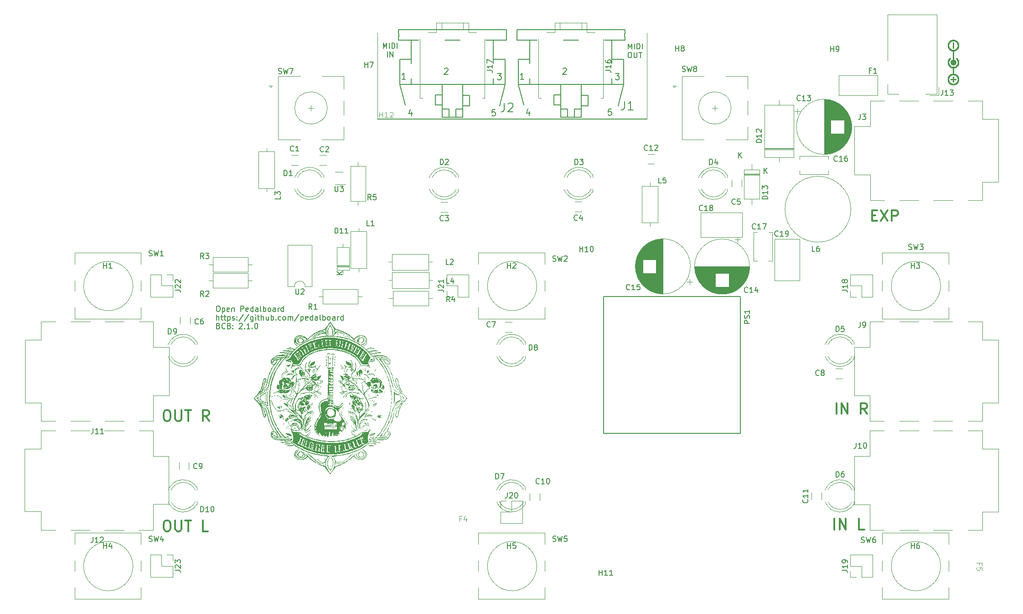
<source format=gto>
G04 #@! TF.GenerationSoftware,KiCad,Pcbnew,7.0.7-7.0.7~ubuntu23.04.1*
G04 #@! TF.CreationDate,2023-09-10T12:49:35+00:00*
G04 #@! TF.ProjectId,pedalboard-hw,70656461-6c62-46f6-9172-642d68772e6b,2.1.0*
G04 #@! TF.SameCoordinates,Original*
G04 #@! TF.FileFunction,Legend,Top*
G04 #@! TF.FilePolarity,Positive*
%FSLAX46Y46*%
G04 Gerber Fmt 4.6, Leading zero omitted, Abs format (unit mm)*
G04 Created by KiCad (PCBNEW 7.0.7-7.0.7~ubuntu23.04.1) date 2023-09-10 12:49:35*
%MOMM*%
%LPD*%
G01*
G04 APERTURE LIST*
%ADD10C,0.000000*%
%ADD11C,0.019755*%
%ADD12C,0.008210*%
%ADD13C,0.004304*%
%ADD14C,0.004635*%
%ADD15C,0.300000*%
%ADD16C,0.150000*%
%ADD17C,0.100000*%
%ADD18C,0.160020*%
%ADD19C,0.127000*%
%ADD20C,0.120000*%
%ADD21C,0.200000*%
%ADD22C,0.152400*%
G04 APERTURE END LIST*
D10*
G36*
X56272760Y40210295D02*
G01*
X56274337Y40208792D01*
X56275727Y40206135D01*
X56277935Y40197438D01*
X56279357Y40184359D01*
X56279967Y40167052D01*
X56279741Y40145674D01*
X56278651Y40120378D01*
X56276673Y40091320D01*
X56273779Y40058656D01*
X56265146Y39983126D01*
X56262340Y39962143D01*
X56259234Y39941605D01*
X56255859Y39921625D01*
X56252247Y39902317D01*
X56248428Y39883795D01*
X56244434Y39866171D01*
X56240294Y39849561D01*
X56236041Y39834077D01*
X56231706Y39819833D01*
X56227318Y39806943D01*
X56222911Y39795521D01*
X56218513Y39785680D01*
X56214157Y39777534D01*
X56212004Y39774132D01*
X56209873Y39771197D01*
X56207768Y39768742D01*
X56205692Y39766782D01*
X56203651Y39765331D01*
X56201646Y39764403D01*
X56196449Y39763409D01*
X56191446Y39763686D01*
X56186646Y39765163D01*
X56182057Y39767765D01*
X56177688Y39771422D01*
X56173547Y39776061D01*
X56169642Y39781609D01*
X56165982Y39787995D01*
X56162576Y39795145D01*
X56159431Y39802988D01*
X56153959Y39820462D01*
X56149635Y39839837D01*
X56146525Y39860535D01*
X56144696Y39881977D01*
X56144217Y39903585D01*
X56145153Y39924779D01*
X56147573Y39944981D01*
X56151542Y39963613D01*
X56154130Y39972158D01*
X56157130Y39980094D01*
X56160551Y39987348D01*
X56164402Y39993847D01*
X56168690Y39999519D01*
X56173425Y40004293D01*
X56177511Y40008044D01*
X56181803Y40012644D01*
X56186261Y40018028D01*
X56190843Y40024136D01*
X56195508Y40030906D01*
X56200213Y40038275D01*
X56204919Y40046181D01*
X56209584Y40054563D01*
X56214166Y40063359D01*
X56218624Y40072505D01*
X56222916Y40081941D01*
X56227002Y40091605D01*
X56230840Y40101434D01*
X56234388Y40111366D01*
X56237606Y40121339D01*
X56240451Y40131292D01*
X56247434Y40157611D01*
X56253812Y40178463D01*
X56259559Y40194002D01*
X56264650Y40204384D01*
X56266942Y40207689D01*
X56269059Y40209763D01*
X56271000Y40210626D01*
X56272760Y40210295D01*
G37*
G36*
X51948414Y31717707D02*
G01*
X51956098Y31717117D01*
X51963637Y31716218D01*
X51971015Y31715018D01*
X51978214Y31713525D01*
X51985220Y31711745D01*
X51992016Y31709685D01*
X51998586Y31707352D01*
X52004914Y31704754D01*
X52010983Y31701897D01*
X52016778Y31698790D01*
X52022282Y31695438D01*
X52027479Y31691849D01*
X52032354Y31688030D01*
X52036889Y31683988D01*
X52041069Y31679730D01*
X52044877Y31675264D01*
X52048298Y31670597D01*
X52051315Y31665734D01*
X52053913Y31660685D01*
X52056074Y31655455D01*
X52057783Y31650053D01*
X52059024Y31644484D01*
X52059780Y31638756D01*
X52060036Y31632877D01*
X52059944Y31631255D01*
X52059670Y31629696D01*
X52059222Y31628204D01*
X52058602Y31626779D01*
X52057818Y31625424D01*
X52056873Y31624141D01*
X52055773Y31622931D01*
X52054523Y31621797D01*
X52053129Y31620740D01*
X52051595Y31619763D01*
X52048129Y31618055D01*
X52044167Y31616688D01*
X52039751Y31615677D01*
X52034921Y31615039D01*
X52029718Y31614788D01*
X52024185Y31614940D01*
X52018363Y31615511D01*
X52012293Y31616517D01*
X52006016Y31617971D01*
X51999573Y31619891D01*
X51993007Y31622292D01*
X51985737Y31624071D01*
X51978503Y31625441D01*
X51971342Y31626408D01*
X51964289Y31626978D01*
X51957381Y31627154D01*
X51950653Y31626943D01*
X51944143Y31626350D01*
X51937886Y31625379D01*
X51934863Y31624753D01*
X51931918Y31624036D01*
X51929054Y31623226D01*
X51926276Y31622326D01*
X51923588Y31621335D01*
X51920995Y31620255D01*
X51918502Y31619085D01*
X51916113Y31617827D01*
X51913832Y31616480D01*
X51911664Y31615047D01*
X51909614Y31613527D01*
X51907686Y31611922D01*
X51905884Y31610231D01*
X51904214Y31608455D01*
X51902679Y31606596D01*
X51901285Y31604653D01*
X51899019Y31601350D01*
X51896221Y31598072D01*
X51892937Y31594847D01*
X51889214Y31591699D01*
X51885098Y31588654D01*
X51880636Y31585739D01*
X51875874Y31582978D01*
X51870859Y31580399D01*
X51865637Y31578026D01*
X51860254Y31575886D01*
X51854759Y31574004D01*
X51849196Y31572406D01*
X51843612Y31571118D01*
X51838054Y31570167D01*
X51832568Y31569577D01*
X51827202Y31569374D01*
X51819334Y31569709D01*
X51812255Y31570688D01*
X51805949Y31572273D01*
X51800399Y31574425D01*
X51795588Y31577107D01*
X51791499Y31580281D01*
X51788115Y31583908D01*
X51785420Y31587951D01*
X51783397Y31592370D01*
X51782028Y31597129D01*
X51781298Y31602189D01*
X51781189Y31607512D01*
X51781685Y31613060D01*
X51782769Y31618794D01*
X51784424Y31624677D01*
X51786633Y31630670D01*
X51789379Y31636736D01*
X51792646Y31642836D01*
X51796417Y31648932D01*
X51800675Y31654986D01*
X51805403Y31660960D01*
X51810585Y31666816D01*
X51816203Y31672515D01*
X51822241Y31678020D01*
X51828682Y31683292D01*
X51835510Y31688294D01*
X51842707Y31692987D01*
X51850256Y31697333D01*
X51858142Y31701294D01*
X51866346Y31704832D01*
X51874853Y31707909D01*
X51883646Y31710486D01*
X51891911Y31712616D01*
X51900161Y31714382D01*
X51908378Y31715789D01*
X51916547Y31716846D01*
X51924651Y31717559D01*
X51932674Y31717935D01*
X51940601Y31717982D01*
X51948414Y31717707D01*
G37*
G36*
X43589400Y32870085D02*
G01*
X43592357Y32868881D01*
X43595030Y32866968D01*
X43597423Y32864338D01*
X43599543Y32860983D01*
X43601394Y32856894D01*
X43602981Y32852062D01*
X43605386Y32840139D01*
X43606798Y32825147D01*
X43607260Y32807018D01*
X43606812Y32785685D01*
X43605496Y32761081D01*
X43603353Y32733138D01*
X43600425Y32701790D01*
X43598729Y32680955D01*
X43597607Y32660781D01*
X43597053Y32641268D01*
X43597062Y32622417D01*
X43597630Y32604227D01*
X43598751Y32586698D01*
X43600419Y32569831D01*
X43602630Y32553625D01*
X43605378Y32538081D01*
X43608659Y32523198D01*
X43612466Y32508977D01*
X43616796Y32495417D01*
X43621642Y32482519D01*
X43627000Y32470282D01*
X43632865Y32458706D01*
X43639230Y32447792D01*
X43644558Y32438795D01*
X43649938Y32429064D01*
X43660728Y32407773D01*
X43671353Y32384664D01*
X43681564Y32360479D01*
X43691114Y32335965D01*
X43699754Y32311863D01*
X43707237Y32288919D01*
X43713314Y32267876D01*
X43714398Y32262926D01*
X43715662Y32258003D01*
X43717099Y32253113D01*
X43718702Y32248260D01*
X43722383Y32238692D01*
X43726653Y32229346D01*
X43731461Y32220269D01*
X43736754Y32211508D01*
X43742482Y32203107D01*
X43748592Y32195116D01*
X43755032Y32187578D01*
X43761752Y32180543D01*
X43768699Y32174054D01*
X43775822Y32168160D01*
X43783068Y32162907D01*
X43790388Y32158341D01*
X43794058Y32156331D01*
X43797727Y32154509D01*
X43801389Y32152883D01*
X43805036Y32151458D01*
X43811724Y32149110D01*
X43818520Y32146070D01*
X43825368Y32142389D01*
X43832211Y32138119D01*
X43838992Y32133311D01*
X43845654Y32128018D01*
X43852140Y32122291D01*
X43858394Y32116181D01*
X43864358Y32109740D01*
X43869976Y32103021D01*
X43875191Y32096074D01*
X43879946Y32088951D01*
X43884184Y32081704D01*
X43887849Y32074385D01*
X43890883Y32067046D01*
X43892146Y32063384D01*
X43893230Y32059737D01*
X43896258Y32050817D01*
X43899389Y32042579D01*
X43902619Y32035022D01*
X43905950Y32028145D01*
X43909378Y32021947D01*
X43912904Y32016429D01*
X43916525Y32011589D01*
X43920240Y32007426D01*
X43924048Y32003940D01*
X43927949Y32001131D01*
X43931939Y31998997D01*
X43936019Y31997538D01*
X43940186Y31996754D01*
X43944440Y31996643D01*
X43948779Y31997206D01*
X43953203Y31998441D01*
X43957709Y32000348D01*
X43962296Y32002926D01*
X43966963Y32006174D01*
X43971710Y32010092D01*
X43976533Y32014680D01*
X43981433Y32019936D01*
X43986408Y32025860D01*
X43991457Y32032451D01*
X43996578Y32039709D01*
X44001770Y32047633D01*
X44012362Y32065477D01*
X44023222Y32085976D01*
X44034341Y32109127D01*
X44070794Y32182182D01*
X44106358Y32248081D01*
X44141467Y32307106D01*
X44176555Y32359543D01*
X44194227Y32383379D01*
X44212057Y32405675D01*
X44230098Y32426466D01*
X44248406Y32445787D01*
X44267034Y32463674D01*
X44286037Y32480163D01*
X44305468Y32495289D01*
X44325383Y32509087D01*
X44345835Y32521594D01*
X44366879Y32532844D01*
X44388569Y32542873D01*
X44410959Y32551717D01*
X44434104Y32559411D01*
X44458057Y32565990D01*
X44482874Y32571491D01*
X44508607Y32575949D01*
X44535312Y32579399D01*
X44563043Y32581877D01*
X44621799Y32584059D01*
X44685310Y32582778D01*
X44754008Y32578319D01*
X44778505Y32576049D01*
X44803012Y32573224D01*
X44851849Y32565999D01*
X44900108Y32556832D01*
X44947375Y32545907D01*
X44993236Y32533412D01*
X45037278Y32519532D01*
X45079088Y32504453D01*
X45118251Y32488361D01*
X45154356Y32471442D01*
X45171132Y32462730D01*
X45186988Y32453882D01*
X45201872Y32444920D01*
X45215734Y32435868D01*
X45228520Y32426748D01*
X45240180Y32417585D01*
X45250662Y32408401D01*
X45259914Y32399219D01*
X45267884Y32390064D01*
X45274521Y32380957D01*
X45279773Y32371923D01*
X45283588Y32362984D01*
X45285915Y32354164D01*
X45286703Y32345487D01*
X45286620Y32337434D01*
X45286207Y32330507D01*
X45285214Y32324759D01*
X45283395Y32320241D01*
X45282098Y32318459D01*
X45280501Y32317004D01*
X45278574Y32315882D01*
X45276284Y32315100D01*
X45273602Y32314665D01*
X45270497Y32314582D01*
X45262890Y32315500D01*
X45253216Y32317906D01*
X45241227Y32321853D01*
X45226675Y32327391D01*
X45209312Y32334572D01*
X45165159Y32354071D01*
X45106786Y32380764D01*
X45073158Y32395108D01*
X45040998Y32407711D01*
X45010202Y32418568D01*
X44980668Y32427672D01*
X44952290Y32435020D01*
X44924967Y32440605D01*
X44898595Y32444423D01*
X44873071Y32446469D01*
X44848290Y32446737D01*
X44824150Y32445222D01*
X44800548Y32441919D01*
X44777380Y32436822D01*
X44754542Y32429928D01*
X44731932Y32421230D01*
X44709446Y32410723D01*
X44686980Y32398403D01*
X44665331Y32386421D01*
X44638143Y32372000D01*
X44571446Y32337990D01*
X44495488Y32300673D01*
X44418870Y32264348D01*
X44386309Y32247828D01*
X44354839Y32230083D01*
X44324557Y32211212D01*
X44295563Y32191312D01*
X44267953Y32170482D01*
X44241826Y32148821D01*
X44217281Y32126425D01*
X44194415Y32103393D01*
X44173326Y32079825D01*
X44154114Y32055816D01*
X44136875Y32031467D01*
X44121709Y32006875D01*
X44108713Y31982138D01*
X44097986Y31957354D01*
X44093504Y31944976D01*
X44089626Y31932622D01*
X44086364Y31920306D01*
X44083730Y31908040D01*
X44081584Y31898729D01*
X44079124Y31889977D01*
X44076370Y31881787D01*
X44073340Y31874162D01*
X44070051Y31867102D01*
X44066522Y31860610D01*
X44062771Y31854687D01*
X44058816Y31849337D01*
X44054674Y31844560D01*
X44050365Y31840358D01*
X44045905Y31836734D01*
X44041314Y31833689D01*
X44036610Y31831226D01*
X44031809Y31829346D01*
X44026932Y31828051D01*
X44021994Y31827344D01*
X44017016Y31827225D01*
X44012014Y31827698D01*
X44007007Y31828763D01*
X44002013Y31830424D01*
X43997050Y31832681D01*
X43992136Y31835537D01*
X43987289Y31838994D01*
X43982527Y31843054D01*
X43977869Y31847718D01*
X43973332Y31852989D01*
X43968935Y31858868D01*
X43964696Y31865358D01*
X43960632Y31872460D01*
X43956761Y31880176D01*
X43953103Y31888509D01*
X43949675Y31897460D01*
X43945965Y31906090D01*
X43941489Y31914746D01*
X43936311Y31923372D01*
X43930492Y31931909D01*
X43924095Y31940302D01*
X43917181Y31948494D01*
X43909812Y31956427D01*
X43902050Y31964045D01*
X43893957Y31971291D01*
X43885596Y31978108D01*
X43877028Y31984440D01*
X43868315Y31990228D01*
X43859520Y31995418D01*
X43850704Y31999951D01*
X43841929Y32003771D01*
X43833258Y32006821D01*
X43817571Y32011979D01*
X43802183Y32019643D01*
X43786982Y32030005D01*
X43771853Y32043256D01*
X43756682Y32059586D01*
X43741357Y32079188D01*
X43725763Y32102252D01*
X43709786Y32128969D01*
X43693313Y32159532D01*
X43676231Y32194130D01*
X43658425Y32232956D01*
X43639782Y32276199D01*
X43599529Y32376707D01*
X43554564Y32497182D01*
X43540876Y32535207D01*
X43528905Y32570039D01*
X43518628Y32601873D01*
X43510026Y32630907D01*
X43503077Y32657336D01*
X43500216Y32669635D01*
X43497761Y32681356D01*
X43495709Y32692525D01*
X43494058Y32703166D01*
X43492804Y32713302D01*
X43491946Y32722959D01*
X43491480Y32732162D01*
X43491405Y32740934D01*
X43491717Y32749301D01*
X43492414Y32757286D01*
X43493494Y32764915D01*
X43494953Y32772212D01*
X43496790Y32779202D01*
X43499001Y32785908D01*
X43501585Y32792356D01*
X43504537Y32798571D01*
X43507857Y32804576D01*
X43511541Y32810396D01*
X43515587Y32816056D01*
X43519992Y32821581D01*
X43524754Y32826994D01*
X43529869Y32832321D01*
X43543064Y32845002D01*
X43554894Y32855217D01*
X43565402Y32862900D01*
X43570172Y32865771D01*
X43574628Y32867984D01*
X43578773Y32869530D01*
X43582614Y32870401D01*
X43586154Y32870589D01*
X43589400Y32870085D01*
G37*
G36*
X57645412Y32923389D02*
G01*
X57648132Y32922918D01*
X57650913Y32922188D01*
X57653768Y32921197D01*
X57656705Y32919945D01*
X57659735Y32918431D01*
X57662868Y32916655D01*
X57666115Y32914617D01*
X57669486Y32912315D01*
X57672991Y32909748D01*
X57680446Y32903820D01*
X57688562Y32896827D01*
X57697423Y32888765D01*
X57705486Y32880527D01*
X57709115Y32876666D01*
X57712479Y32872965D01*
X57715576Y32869418D01*
X57718407Y32866014D01*
X57720974Y32862746D01*
X57723276Y32859605D01*
X57725315Y32856583D01*
X57727091Y32853671D01*
X57728604Y32850862D01*
X57729857Y32848146D01*
X57730848Y32845516D01*
X57731578Y32842962D01*
X57732049Y32840477D01*
X57732261Y32838052D01*
X57732215Y32835679D01*
X57731911Y32833349D01*
X57731350Y32831054D01*
X57730532Y32828785D01*
X57729459Y32826535D01*
X57728130Y32824294D01*
X57726547Y32822054D01*
X57724710Y32819808D01*
X57722620Y32817545D01*
X57720277Y32815259D01*
X57717682Y32812941D01*
X57714836Y32810582D01*
X57711739Y32808174D01*
X57708393Y32805708D01*
X57700952Y32800571D01*
X57691768Y32795007D01*
X57682750Y32790206D01*
X57673921Y32786147D01*
X57665302Y32782807D01*
X57656916Y32780165D01*
X57648785Y32778199D01*
X57640930Y32776887D01*
X57633373Y32776206D01*
X57626137Y32776135D01*
X57619243Y32776652D01*
X57612713Y32777734D01*
X57606570Y32779361D01*
X57600835Y32781510D01*
X57595530Y32784158D01*
X57590677Y32787285D01*
X57586299Y32790867D01*
X57582416Y32794884D01*
X57579052Y32799313D01*
X57576228Y32804132D01*
X57573965Y32809319D01*
X57572287Y32814853D01*
X57571214Y32820710D01*
X57570770Y32826870D01*
X57570975Y32833311D01*
X57571852Y32840010D01*
X57573423Y32846945D01*
X57575709Y32854095D01*
X57578734Y32861437D01*
X57582517Y32868950D01*
X57587083Y32876611D01*
X57592452Y32884399D01*
X57598647Y32892292D01*
X57605027Y32899732D01*
X57610993Y32906176D01*
X57613848Y32909022D01*
X57616630Y32911616D01*
X57619349Y32913959D01*
X57622018Y32916049D01*
X57624645Y32917886D01*
X57627240Y32919470D01*
X57629816Y32920798D01*
X57632381Y32921872D01*
X57634945Y32922689D01*
X57637521Y32923251D01*
X57640117Y32923555D01*
X57642743Y32923601D01*
X57645412Y32923389D01*
G37*
G36*
X55174622Y35299118D02*
G01*
X55177078Y35298798D01*
X55179659Y35298166D01*
X55182376Y35297221D01*
X55185239Y35295963D01*
X55188260Y35294389D01*
X55191450Y35292498D01*
X55194819Y35290290D01*
X55198379Y35287763D01*
X55206114Y35281746D01*
X55214743Y35274437D01*
X55224354Y35265826D01*
X55235034Y35255902D01*
X55241524Y35249759D01*
X55247757Y35243259D01*
X55253727Y35236439D01*
X55259426Y35229334D01*
X55264845Y35221981D01*
X55269978Y35214417D01*
X55274816Y35206677D01*
X55279352Y35198797D01*
X55283578Y35190814D01*
X55287486Y35182763D01*
X55291069Y35174682D01*
X55294318Y35166606D01*
X55297226Y35158571D01*
X55299785Y35150614D01*
X55301988Y35142770D01*
X55303826Y35135076D01*
X55305293Y35127569D01*
X55306379Y35120283D01*
X55307078Y35113256D01*
X55307382Y35106523D01*
X55307282Y35100121D01*
X55306772Y35094086D01*
X55305843Y35088455D01*
X55304488Y35083262D01*
X55302698Y35078545D01*
X55300467Y35074339D01*
X55297787Y35070681D01*
X55294649Y35067607D01*
X55291045Y35065154D01*
X55286970Y35063356D01*
X55282413Y35062251D01*
X55277368Y35061875D01*
X55272278Y35062301D01*
X55266949Y35063552D01*
X55261410Y35065581D01*
X55255692Y35068345D01*
X55249824Y35071798D01*
X55243836Y35075897D01*
X55231618Y35085853D01*
X55219276Y35097855D01*
X55207047Y35111546D01*
X55195170Y35126571D01*
X55183883Y35142573D01*
X55173422Y35159195D01*
X55164025Y35176080D01*
X55155931Y35192872D01*
X55149377Y35209215D01*
X55144600Y35224751D01*
X55142953Y35232106D01*
X55141839Y35239125D01*
X55141288Y35245765D01*
X55141331Y35251980D01*
X55141996Y35257726D01*
X55143314Y35262958D01*
X55147173Y35271638D01*
X55150872Y35279150D01*
X55154498Y35285484D01*
X55156312Y35288206D01*
X55158141Y35290630D01*
X55159995Y35292753D01*
X55161886Y35294576D01*
X55163825Y35296096D01*
X55165823Y35297313D01*
X55167890Y35298225D01*
X55170039Y35298831D01*
X55172279Y35299129D01*
X55174622Y35299118D01*
G37*
G36*
X46637051Y45996929D02*
G01*
X46637990Y45996402D01*
X46638903Y45995524D01*
X46639798Y45994294D01*
X46640683Y45992712D01*
X46641566Y45990780D01*
X46643354Y45985860D01*
X46645224Y45979535D01*
X46647240Y45971804D01*
X46651952Y45952125D01*
X46653473Y45945574D01*
X46654732Y45939160D01*
X46655736Y45932892D01*
X46656493Y45926783D01*
X46657010Y45920845D01*
X46657293Y45915089D01*
X46657351Y45909526D01*
X46657189Y45904169D01*
X46656815Y45899030D01*
X46656237Y45894118D01*
X46655461Y45889447D01*
X46654495Y45885028D01*
X46653345Y45880873D01*
X46652019Y45876993D01*
X46650523Y45873399D01*
X46648866Y45870104D01*
X46647053Y45867119D01*
X46645092Y45864456D01*
X46642991Y45862126D01*
X46640756Y45860141D01*
X46638394Y45858512D01*
X46635913Y45857252D01*
X46633319Y45856372D01*
X46630620Y45855883D01*
X46627823Y45855797D01*
X46624935Y45856125D01*
X46621963Y45856881D01*
X46618914Y45858074D01*
X46615795Y45859716D01*
X46612614Y45861820D01*
X46609377Y45864397D01*
X46606091Y45867458D01*
X46604820Y45868532D01*
X46603650Y45869766D01*
X46602582Y45871153D01*
X46601613Y45872688D01*
X46599968Y45876179D01*
X46598705Y45880192D01*
X46597814Y45884680D01*
X46597285Y45889597D01*
X46597108Y45894896D01*
X46597272Y45900532D01*
X46597766Y45906456D01*
X46598581Y45912624D01*
X46599706Y45918988D01*
X46601130Y45925502D01*
X46602844Y45932119D01*
X46604837Y45938793D01*
X46607099Y45945477D01*
X46609619Y45952125D01*
X46618962Y45971804D01*
X46622797Y45979535D01*
X46626156Y45985860D01*
X46629101Y45990780D01*
X46630439Y45992712D01*
X46631696Y45994294D01*
X46632880Y45995524D01*
X46634000Y45996402D01*
X46635064Y45996929D01*
X46636078Y45997105D01*
X46637051Y45996929D01*
G37*
G36*
X46641397Y35074607D02*
G01*
X46642645Y35073943D01*
X46643801Y35072672D01*
X46644876Y35070798D01*
X46645882Y35068322D01*
X46646829Y35065245D01*
X46648590Y35057300D01*
X46650248Y35046978D01*
X46651891Y35034294D01*
X46655481Y35001903D01*
X46658437Y34981350D01*
X46661930Y34959846D01*
X46665836Y34938093D01*
X46670032Y34916795D01*
X46674394Y34896655D01*
X46678797Y34878375D01*
X46683117Y34862659D01*
X46685207Y34855981D01*
X46687231Y34850208D01*
X46692296Y34837934D01*
X46696911Y34825603D01*
X46701080Y34813239D01*
X46704808Y34800868D01*
X46708099Y34788515D01*
X46710958Y34776206D01*
X46713389Y34763964D01*
X46715398Y34751817D01*
X46716988Y34739788D01*
X46718163Y34727904D01*
X46718929Y34716188D01*
X46719291Y34704668D01*
X46719251Y34693366D01*
X46718816Y34682310D01*
X46717989Y34671523D01*
X46716776Y34661032D01*
X46715180Y34650861D01*
X46713206Y34641036D01*
X46710858Y34631581D01*
X46708142Y34622522D01*
X46705062Y34613885D01*
X46701621Y34605694D01*
X46697826Y34597974D01*
X46693680Y34590751D01*
X46689187Y34584050D01*
X46684353Y34577897D01*
X46679181Y34572315D01*
X46673677Y34567331D01*
X46667845Y34562970D01*
X46661689Y34559257D01*
X46655214Y34556216D01*
X46648424Y34553875D01*
X46627935Y34548712D01*
X46608163Y34544447D01*
X46589143Y34541048D01*
X46570910Y34538482D01*
X46553498Y34536717D01*
X46536943Y34535721D01*
X46521279Y34535461D01*
X46506542Y34535905D01*
X46492766Y34537021D01*
X46479985Y34538777D01*
X46468236Y34541139D01*
X46457553Y34544077D01*
X46447970Y34547557D01*
X46439523Y34551548D01*
X46432246Y34556016D01*
X46426175Y34560931D01*
X46421344Y34566258D01*
X46417788Y34571967D01*
X46415542Y34578024D01*
X46414641Y34584399D01*
X46415119Y34591057D01*
X46417013Y34597967D01*
X46420355Y34605097D01*
X46425183Y34612414D01*
X46431529Y34619886D01*
X46439430Y34627481D01*
X46448920Y34635166D01*
X46460033Y34642910D01*
X46472806Y34650679D01*
X46487272Y34658442D01*
X46503467Y34666166D01*
X46521425Y34673819D01*
X46531429Y34678140D01*
X46540936Y34682503D01*
X46549944Y34686910D01*
X46558453Y34691362D01*
X46566460Y34695861D01*
X46573964Y34700408D01*
X46580965Y34705003D01*
X46587461Y34709649D01*
X46593450Y34714347D01*
X46598931Y34719098D01*
X46603903Y34723903D01*
X46608365Y34728763D01*
X46612316Y34733680D01*
X46615753Y34738656D01*
X46618677Y34743691D01*
X46621085Y34748786D01*
X46622976Y34753944D01*
X46624349Y34759164D01*
X46625203Y34764450D01*
X46625536Y34769801D01*
X46625347Y34775220D01*
X46624635Y34780707D01*
X46623398Y34786263D01*
X46621636Y34791891D01*
X46619346Y34797591D01*
X46616528Y34803365D01*
X46613181Y34809213D01*
X46609302Y34815138D01*
X46604891Y34821141D01*
X46599947Y34827222D01*
X46594468Y34833383D01*
X46588452Y34839626D01*
X46583493Y34845089D01*
X46579206Y34850919D01*
X46575600Y34857151D01*
X46572688Y34863824D01*
X46570478Y34870971D01*
X46568981Y34878631D01*
X46568207Y34886838D01*
X46568168Y34895629D01*
X46568872Y34905040D01*
X46570331Y34915107D01*
X46572555Y34925867D01*
X46575554Y34937356D01*
X46579338Y34949609D01*
X46583919Y34962663D01*
X46589305Y34976555D01*
X46595508Y34991320D01*
X46611831Y35027224D01*
X46618475Y35041371D01*
X46624226Y35053001D01*
X46629171Y35062129D01*
X46633397Y35068772D01*
X46635268Y35071167D01*
X46636993Y35072945D01*
X46638582Y35074110D01*
X46640046Y35074663D01*
X46641397Y35074607D01*
G37*
G36*
X44564178Y42413072D02*
G01*
X44565934Y42412799D01*
X44570061Y42411541D01*
X44574974Y42409354D01*
X44580630Y42406257D01*
X44586990Y42402271D01*
X44594011Y42397417D01*
X44601652Y42391715D01*
X44609872Y42385187D01*
X44618630Y42377852D01*
X44627883Y42369733D01*
X44637592Y42360848D01*
X44646232Y42351542D01*
X44654294Y42342173D01*
X44661779Y42332779D01*
X44668687Y42323400D01*
X44675019Y42314075D01*
X44680775Y42304844D01*
X44685956Y42295745D01*
X44690563Y42286820D01*
X44694597Y42278106D01*
X44698057Y42269643D01*
X44700945Y42261471D01*
X44703262Y42253630D01*
X44705007Y42246157D01*
X44706182Y42239094D01*
X44706788Y42232479D01*
X44706824Y42226351D01*
X44706292Y42220751D01*
X44705192Y42215717D01*
X44703525Y42211289D01*
X44701291Y42207507D01*
X44698492Y42204409D01*
X44696880Y42203129D01*
X44695127Y42202035D01*
X44693233Y42201132D01*
X44691198Y42200425D01*
X44686705Y42199617D01*
X44681648Y42199652D01*
X44676029Y42200569D01*
X44669848Y42202407D01*
X44663106Y42205206D01*
X44655803Y42209004D01*
X44647940Y42213842D01*
X44639517Y42219758D01*
X44630536Y42226793D01*
X44623586Y42232285D01*
X44617272Y42236832D01*
X44611568Y42240396D01*
X44608937Y42241799D01*
X44606448Y42242943D01*
X44604099Y42243823D01*
X44601886Y42244435D01*
X44599806Y42244775D01*
X44597856Y42244837D01*
X44596032Y42244618D01*
X44594332Y42244113D01*
X44592752Y42243317D01*
X44591289Y42242226D01*
X44589940Y42240835D01*
X44588701Y42239140D01*
X44587570Y42237136D01*
X44586542Y42234818D01*
X44585615Y42232183D01*
X44584786Y42229226D01*
X44583407Y42222326D01*
X44582379Y42214083D01*
X44581678Y42204460D01*
X44581275Y42193421D01*
X44581147Y42180930D01*
X44581268Y42171718D01*
X44581622Y42162630D01*
X44582193Y42153707D01*
X44582966Y42144992D01*
X44583925Y42136524D01*
X44585054Y42128345D01*
X44586338Y42120497D01*
X44587762Y42113021D01*
X44589309Y42105959D01*
X44590966Y42099351D01*
X44592715Y42093240D01*
X44594542Y42087666D01*
X44596431Y42082670D01*
X44598366Y42078295D01*
X44600332Y42074581D01*
X44602314Y42071570D01*
X44606149Y42066944D01*
X44609716Y42061063D01*
X44613017Y42054016D01*
X44616053Y42045890D01*
X44621336Y42026759D01*
X44625575Y42004377D01*
X44628781Y41979452D01*
X44630963Y41952693D01*
X44632133Y41924807D01*
X44632300Y41896503D01*
X44631475Y41868489D01*
X44629668Y41841471D01*
X44626889Y41816159D01*
X44623150Y41793260D01*
X44618459Y41773483D01*
X44612828Y41757535D01*
X44609663Y41751218D01*
X44606267Y41746124D01*
X44602641Y41742341D01*
X44598786Y41739958D01*
X44590472Y41738671D01*
X44580184Y41739996D01*
X44568081Y41743775D01*
X44554317Y41749852D01*
X44539049Y41758068D01*
X44522434Y41768266D01*
X44485787Y41793977D01*
X44445626Y41825724D01*
X44403201Y41862246D01*
X44359763Y41902281D01*
X44316564Y41944570D01*
X44274852Y41987851D01*
X44235879Y42030863D01*
X44200896Y42072345D01*
X44171153Y42111037D01*
X44147900Y42145678D01*
X44139099Y42161085D01*
X44132389Y42175006D01*
X44127927Y42187284D01*
X44125869Y42197761D01*
X44126372Y42206279D01*
X44129591Y42212681D01*
X44138301Y42223047D01*
X44147224Y42232974D01*
X44156345Y42242457D01*
X44165648Y42251494D01*
X44175119Y42260078D01*
X44184743Y42268205D01*
X44194505Y42275871D01*
X44204391Y42283071D01*
X44214386Y42289801D01*
X44224474Y42296057D01*
X44234640Y42301833D01*
X44244871Y42307125D01*
X44255151Y42311929D01*
X44265465Y42316240D01*
X44275799Y42320053D01*
X44286137Y42323365D01*
X44296464Y42326170D01*
X44306767Y42328464D01*
X44317029Y42330243D01*
X44327237Y42331502D01*
X44337374Y42332236D01*
X44347428Y42332442D01*
X44357381Y42332113D01*
X44367220Y42331247D01*
X44376931Y42329838D01*
X44386497Y42327882D01*
X44395904Y42325374D01*
X44405137Y42322310D01*
X44414182Y42318686D01*
X44423023Y42314496D01*
X44431646Y42309736D01*
X44440036Y42304402D01*
X44448250Y42298799D01*
X44456343Y42293884D01*
X44464300Y42289645D01*
X44472103Y42286068D01*
X44479735Y42283139D01*
X44487180Y42280846D01*
X44494421Y42279174D01*
X44501441Y42278110D01*
X44508224Y42277640D01*
X44514751Y42277751D01*
X44521008Y42278429D01*
X44526976Y42279660D01*
X44532640Y42281432D01*
X44537982Y42283730D01*
X44542985Y42286541D01*
X44547633Y42289851D01*
X44551909Y42293647D01*
X44555796Y42297915D01*
X44559278Y42302642D01*
X44562337Y42307814D01*
X44564957Y42313417D01*
X44567121Y42319438D01*
X44568811Y42325864D01*
X44570013Y42332680D01*
X44570708Y42339874D01*
X44570879Y42347431D01*
X44570511Y42355339D01*
X44569586Y42363583D01*
X44568087Y42372150D01*
X44565998Y42381026D01*
X44563301Y42390198D01*
X44559981Y42399652D01*
X44558527Y42404410D01*
X44558190Y42406392D01*
X44558107Y42408113D01*
X44558271Y42409576D01*
X44558678Y42410783D01*
X44559323Y42411737D01*
X44560201Y42412440D01*
X44561306Y42412896D01*
X44562633Y42413105D01*
X44564178Y42413072D01*
G37*
G36*
X56203114Y40597052D02*
G01*
X56211788Y40596793D01*
X56220959Y40596306D01*
X56230585Y40595587D01*
X56240624Y40594630D01*
X56251035Y40593430D01*
X56265517Y40591926D01*
X56278589Y40589992D01*
X56290327Y40587532D01*
X56295721Y40586073D01*
X56300810Y40584446D01*
X56305605Y40582638D01*
X56310114Y40580637D01*
X56314349Y40578430D01*
X56318318Y40576006D01*
X56322031Y40573351D01*
X56325499Y40570455D01*
X56328729Y40567304D01*
X56331733Y40563886D01*
X56334520Y40560189D01*
X56337100Y40556201D01*
X56339482Y40551909D01*
X56341676Y40547301D01*
X56343692Y40542365D01*
X56345539Y40537089D01*
X56348766Y40525466D01*
X56351435Y40512334D01*
X56353623Y40497596D01*
X56355408Y40481151D01*
X56356868Y40462904D01*
X56360155Y40424690D01*
X56361078Y40409651D01*
X56361334Y40397308D01*
X56361168Y40392146D01*
X56360784Y40387653D01*
X56360163Y40383830D01*
X56359288Y40380675D01*
X56358141Y40378187D01*
X56356707Y40376363D01*
X56354965Y40375204D01*
X56352901Y40374708D01*
X56350495Y40374873D01*
X56347730Y40375699D01*
X56344590Y40377183D01*
X56341057Y40379325D01*
X56337112Y40382123D01*
X56332739Y40385576D01*
X56322639Y40394442D01*
X56310617Y40405913D01*
X56296532Y40419977D01*
X56261620Y40455848D01*
X56239701Y40479254D01*
X56219230Y40501544D01*
X56200661Y40522262D01*
X56184448Y40540955D01*
X56177368Y40549400D01*
X56171047Y40557168D01*
X56165542Y40564202D01*
X56160911Y40570446D01*
X56157210Y40575842D01*
X56154496Y40580333D01*
X56153527Y40582222D01*
X56152826Y40583864D01*
X56152400Y40585251D01*
X56152257Y40586376D01*
X56152380Y40587348D01*
X56152746Y40588277D01*
X56153350Y40589164D01*
X56154186Y40590007D01*
X56156536Y40591562D01*
X56159753Y40592935D01*
X56163798Y40594123D01*
X56168628Y40595119D01*
X56174202Y40595919D01*
X56180479Y40596518D01*
X56187418Y40596910D01*
X56194976Y40597089D01*
X56203114Y40597052D01*
G37*
G36*
X50545054Y45221804D02*
G01*
X50546975Y45221591D01*
X50548852Y45221242D01*
X50550684Y45220759D01*
X50552469Y45220147D01*
X50554207Y45219410D01*
X50555895Y45218552D01*
X50557533Y45217576D01*
X50559119Y45216486D01*
X50560652Y45215286D01*
X50562131Y45213981D01*
X50563555Y45212573D01*
X50566230Y45209467D01*
X50568668Y45206000D01*
X50570857Y45202202D01*
X50572788Y45198104D01*
X50574450Y45193737D01*
X50575833Y45189133D01*
X50576927Y45184322D01*
X50577721Y45179335D01*
X50578205Y45174204D01*
X50578369Y45168959D01*
X50578328Y45166324D01*
X50578205Y45163713D01*
X50578003Y45161132D01*
X50577721Y45158582D01*
X50577362Y45156069D01*
X50576927Y45153595D01*
X50576417Y45151166D01*
X50575833Y45148784D01*
X50575177Y45146454D01*
X50574450Y45144180D01*
X50573653Y45141965D01*
X50572788Y45139813D01*
X50571855Y45137729D01*
X50570857Y45135715D01*
X50569794Y45133777D01*
X50568668Y45131917D01*
X50567479Y45130140D01*
X50566230Y45128450D01*
X50564922Y45126849D01*
X50563555Y45125344D01*
X50562131Y45123936D01*
X50560652Y45122631D01*
X50559119Y45121431D01*
X50557533Y45120341D01*
X50555895Y45119365D01*
X50554207Y45118507D01*
X50552469Y45117770D01*
X50550684Y45117158D01*
X50548852Y45116676D01*
X50546975Y45116326D01*
X50545054Y45116114D01*
X50543091Y45116042D01*
X50541438Y45116114D01*
X50539788Y45116326D01*
X50538144Y45116676D01*
X50536511Y45117158D01*
X50534890Y45117770D01*
X50533285Y45118507D01*
X50531700Y45119365D01*
X50530137Y45120341D01*
X50527092Y45122631D01*
X50524177Y45125344D01*
X50521416Y45128450D01*
X50518837Y45131917D01*
X50516464Y45135715D01*
X50514324Y45139813D01*
X50512442Y45144180D01*
X50510844Y45148784D01*
X50509557Y45153595D01*
X50508605Y45158582D01*
X50508015Y45163713D01*
X50507812Y45168959D01*
X50507864Y45171593D01*
X50508015Y45174204D01*
X50508263Y45176785D01*
X50508605Y45179335D01*
X50509037Y45181848D01*
X50509557Y45184322D01*
X50510160Y45186751D01*
X50510844Y45189133D01*
X50511606Y45191463D01*
X50512442Y45193737D01*
X50513349Y45195952D01*
X50514324Y45198104D01*
X50515363Y45200188D01*
X50516464Y45202202D01*
X50517623Y45204140D01*
X50518837Y45206000D01*
X50520102Y45207777D01*
X50521416Y45209467D01*
X50522776Y45211067D01*
X50524177Y45212573D01*
X50525617Y45213981D01*
X50527092Y45215286D01*
X50528600Y45216486D01*
X50530137Y45217576D01*
X50531700Y45218552D01*
X50533285Y45219410D01*
X50534890Y45220147D01*
X50536511Y45220759D01*
X50538144Y45221242D01*
X50539788Y45221591D01*
X50541438Y45221804D01*
X50543091Y45221875D01*
X50545054Y45221804D01*
G37*
G36*
X58649754Y37550114D02*
G01*
X58651143Y37549912D01*
X58652378Y37549527D01*
X58653451Y37548958D01*
X58654280Y37547823D01*
X58654784Y37546406D01*
X58654972Y37544717D01*
X58654850Y37542764D01*
X58653707Y37538098D01*
X58651412Y37532477D01*
X58648021Y37525966D01*
X58643592Y37518634D01*
X58638181Y37510548D01*
X58631844Y37501774D01*
X58624640Y37492380D01*
X58616624Y37482434D01*
X58607854Y37472001D01*
X58598386Y37461150D01*
X58577585Y37438461D01*
X58554675Y37414904D01*
X58533051Y37394922D01*
X58514471Y37378578D01*
X58498919Y37365790D01*
X58486379Y37356474D01*
X58476837Y37350548D01*
X58473185Y37348831D01*
X58470277Y37347930D01*
X58468110Y37347835D01*
X58466682Y37348536D01*
X58465993Y37350023D01*
X58466039Y37352284D01*
X58466819Y37355311D01*
X58468331Y37359092D01*
X58473542Y37368876D01*
X58481658Y37381554D01*
X58492662Y37397043D01*
X58506540Y37415261D01*
X58523275Y37436125D01*
X58542853Y37459551D01*
X58565257Y37485459D01*
X58572526Y37493807D01*
X58579754Y37501643D01*
X58586899Y37508953D01*
X58593920Y37515720D01*
X58600776Y37521929D01*
X58607425Y37527564D01*
X58613826Y37532610D01*
X58619938Y37537052D01*
X58625719Y37540873D01*
X58631128Y37544059D01*
X58636123Y37546594D01*
X58638453Y37547612D01*
X58640664Y37548462D01*
X58642751Y37549141D01*
X58644708Y37549648D01*
X58646532Y37549980D01*
X58648215Y37550136D01*
X58649754Y37550114D01*
G37*
G36*
X60219785Y39715013D02*
G01*
X60229170Y39714931D01*
X60237485Y39714683D01*
X60244736Y39714269D01*
X60250928Y39713691D01*
X60253628Y39713339D01*
X60256065Y39712947D01*
X60258240Y39712513D01*
X60260154Y39712037D01*
X60261806Y39711521D01*
X60263198Y39710963D01*
X60264331Y39710363D01*
X60265204Y39709722D01*
X60265819Y39709040D01*
X60266177Y39708317D01*
X60266277Y39707552D01*
X60266121Y39706746D01*
X60265709Y39705899D01*
X60265042Y39705010D01*
X60264120Y39704080D01*
X60262944Y39703108D01*
X60261516Y39702095D01*
X60259835Y39701041D01*
X60257901Y39699946D01*
X60255717Y39698809D01*
X60250597Y39696411D01*
X60244479Y39693848D01*
X60239112Y39691663D01*
X60233620Y39689101D01*
X60228046Y39686197D01*
X60222431Y39682989D01*
X60216815Y39679512D01*
X60211241Y39675802D01*
X60205749Y39671896D01*
X60200382Y39667830D01*
X60195180Y39663640D01*
X60190184Y39659362D01*
X60185437Y39655032D01*
X60180979Y39650687D01*
X60176852Y39646363D01*
X60173096Y39642095D01*
X60169754Y39637920D01*
X60166867Y39633875D01*
X60163643Y39629656D01*
X60162095Y39627854D01*
X60160590Y39626254D01*
X60159129Y39624856D01*
X60157713Y39623658D01*
X60156341Y39622660D01*
X60155016Y39621858D01*
X60153737Y39621254D01*
X60152505Y39620844D01*
X60151322Y39620628D01*
X60150186Y39620605D01*
X60149100Y39620772D01*
X60148063Y39621130D01*
X60147077Y39621676D01*
X60146142Y39622410D01*
X60145258Y39623330D01*
X60144427Y39624434D01*
X60143649Y39625722D01*
X60142924Y39627192D01*
X60142254Y39628843D01*
X60141639Y39630673D01*
X60140575Y39634868D01*
X60139739Y39639765D01*
X60139135Y39645354D01*
X60138769Y39651626D01*
X60138646Y39658570D01*
X60138937Y39665637D01*
X60139817Y39672281D01*
X60140482Y39675441D01*
X60141297Y39678491D01*
X60142265Y39681429D01*
X60143386Y39684256D01*
X60144663Y39686969D01*
X60146096Y39689566D01*
X60147687Y39692048D01*
X60149436Y39694412D01*
X60151346Y39696657D01*
X60153417Y39698782D01*
X60155651Y39700785D01*
X60158049Y39702666D01*
X60160612Y39704423D01*
X60163342Y39706054D01*
X60166240Y39707559D01*
X60169307Y39708936D01*
X60172545Y39710184D01*
X60175955Y39711301D01*
X60179537Y39712287D01*
X60183294Y39713139D01*
X60191337Y39714440D01*
X60200093Y39715193D01*
X60209572Y39715387D01*
X60219785Y39715013D01*
G37*
G36*
X56515843Y39213230D02*
G01*
X56517443Y39213048D01*
X56520910Y39212306D01*
X56524709Y39211067D01*
X56528807Y39209343D01*
X56533173Y39207144D01*
X56537777Y39204479D01*
X56542588Y39201359D01*
X56547575Y39197795D01*
X56552706Y39193797D01*
X56557951Y39189376D01*
X56563197Y39184507D01*
X56568328Y39179199D01*
X56573315Y39173508D01*
X56578126Y39167492D01*
X56582731Y39161207D01*
X56587097Y39154711D01*
X56591195Y39148059D01*
X56594994Y39141309D01*
X56598461Y39134518D01*
X56601567Y39127742D01*
X56604280Y39121039D01*
X56606569Y39114465D01*
X56608404Y39108077D01*
X56609753Y39101932D01*
X56610585Y39096087D01*
X56610869Y39090598D01*
X56610575Y39085465D01*
X56609719Y39081285D01*
X56608337Y39078018D01*
X56606466Y39075625D01*
X56604143Y39074067D01*
X56601404Y39073304D01*
X56598287Y39073297D01*
X56594828Y39074006D01*
X56591065Y39075392D01*
X56587033Y39077415D01*
X56582770Y39080037D01*
X56578313Y39083218D01*
X56568962Y39091097D01*
X56559275Y39100739D01*
X56549547Y39111828D01*
X56540072Y39124049D01*
X56531145Y39137086D01*
X56523060Y39150624D01*
X56516112Y39164349D01*
X56510596Y39177944D01*
X56508466Y39184594D01*
X56506805Y39191094D01*
X56505649Y39197405D01*
X56505035Y39203485D01*
X56505107Y39205067D01*
X56505320Y39206505D01*
X56505669Y39207801D01*
X56506152Y39208956D01*
X56506763Y39209972D01*
X56507500Y39210850D01*
X56508359Y39211590D01*
X56509335Y39212195D01*
X56510425Y39212666D01*
X56511624Y39213003D01*
X56512930Y39213209D01*
X56514337Y39213284D01*
X56515843Y39213230D01*
G37*
G36*
X57170826Y31709459D02*
G01*
X57174437Y31708287D01*
X57177959Y31706516D01*
X57181377Y31704156D01*
X57184678Y31701217D01*
X57187847Y31697708D01*
X57190870Y31693639D01*
X57193733Y31689019D01*
X57196422Y31683859D01*
X57198922Y31678168D01*
X57201219Y31671955D01*
X57203299Y31665231D01*
X57205148Y31658005D01*
X57206752Y31650287D01*
X57208095Y31642087D01*
X57209165Y31633413D01*
X57209947Y31624277D01*
X57210427Y31614687D01*
X57210590Y31604653D01*
X57210538Y31599383D01*
X57210387Y31594163D01*
X57209797Y31583900D01*
X57208846Y31573926D01*
X57207558Y31564304D01*
X57205960Y31555095D01*
X57204079Y31546362D01*
X57201939Y31538166D01*
X57200780Y31534289D01*
X57199566Y31530570D01*
X57198300Y31527016D01*
X57196986Y31523635D01*
X57195627Y31520434D01*
X57194226Y31517423D01*
X57192786Y31514608D01*
X57191311Y31511997D01*
X57189803Y31509598D01*
X57188266Y31507418D01*
X57186704Y31505466D01*
X57185118Y31503749D01*
X57183514Y31502275D01*
X57181893Y31501052D01*
X57180259Y31500087D01*
X57178616Y31499388D01*
X57176966Y31498963D01*
X57175313Y31498819D01*
X57170725Y31499084D01*
X57166230Y31499866D01*
X57161835Y31501142D01*
X57157550Y31502891D01*
X57153384Y31505093D01*
X57149346Y31507726D01*
X57145445Y31510768D01*
X57141689Y31514198D01*
X57138089Y31517995D01*
X57134653Y31522138D01*
X57131390Y31526605D01*
X57128309Y31531375D01*
X57122729Y31541739D01*
X57117987Y31553059D01*
X57114155Y31565164D01*
X57111304Y31577884D01*
X57109507Y31591049D01*
X57108837Y31604487D01*
X57109366Y31618029D01*
X57110103Y31624785D01*
X57111166Y31631503D01*
X57112565Y31638162D01*
X57114310Y31644740D01*
X57116408Y31651216D01*
X57118869Y31657569D01*
X57122236Y31665797D01*
X57125713Y31673291D01*
X57129285Y31680060D01*
X57132939Y31686115D01*
X57136660Y31691463D01*
X57140434Y31696117D01*
X57144246Y31700084D01*
X57148083Y31703375D01*
X57151931Y31705999D01*
X57155774Y31707966D01*
X57159600Y31709286D01*
X57163393Y31709968D01*
X57167140Y31710023D01*
X57170826Y31709459D01*
G37*
G36*
X58983132Y41764009D02*
G01*
X59009701Y41762112D01*
X59036476Y41759008D01*
X59063384Y41754744D01*
X59090351Y41749370D01*
X59117304Y41742933D01*
X59144171Y41735480D01*
X59170878Y41727060D01*
X59197353Y41717719D01*
X59223522Y41707507D01*
X59249312Y41696471D01*
X59274651Y41684658D01*
X59299466Y41672116D01*
X59323683Y41658893D01*
X59347229Y41645038D01*
X59370032Y41630597D01*
X59392019Y41615619D01*
X59413116Y41600151D01*
X59433250Y41584241D01*
X59452349Y41567938D01*
X59470340Y41551288D01*
X59487149Y41534339D01*
X59502704Y41517140D01*
X59516931Y41499739D01*
X59529758Y41482182D01*
X59541111Y41464518D01*
X59550918Y41446794D01*
X59559106Y41429059D01*
X59565601Y41411360D01*
X59570331Y41393745D01*
X59573222Y41376262D01*
X59574202Y41358958D01*
X59573847Y41350149D01*
X59572813Y41342230D01*
X59571141Y41335180D01*
X59568876Y41328979D01*
X59566060Y41323608D01*
X59562737Y41319046D01*
X59558951Y41315274D01*
X59554744Y41312270D01*
X59550160Y41310017D01*
X59545241Y41308492D01*
X59540033Y41307677D01*
X59534576Y41307551D01*
X59528916Y41308094D01*
X59523095Y41309286D01*
X59517156Y41311108D01*
X59511143Y41313538D01*
X59505099Y41316558D01*
X59499067Y41320147D01*
X59493090Y41324285D01*
X59487213Y41328952D01*
X59481478Y41334128D01*
X59475928Y41339793D01*
X59470606Y41345926D01*
X59465557Y41352509D01*
X59460823Y41359521D01*
X59456447Y41366942D01*
X59452473Y41374751D01*
X59448945Y41382930D01*
X59445904Y41391457D01*
X59443395Y41400313D01*
X59441462Y41409478D01*
X59440146Y41418931D01*
X59438028Y41429963D01*
X59434363Y41441206D01*
X59429218Y41452624D01*
X59422659Y41464179D01*
X59414750Y41475835D01*
X59405559Y41487555D01*
X59383591Y41511039D01*
X59357283Y41534337D01*
X59327161Y41557155D01*
X59293752Y41579197D01*
X59257584Y41600170D01*
X59219183Y41619779D01*
X59179077Y41637729D01*
X59137793Y41653725D01*
X59095857Y41667474D01*
X59053798Y41678680D01*
X59012141Y41687049D01*
X58971415Y41692286D01*
X58932146Y41694097D01*
X58918432Y41694300D01*
X58905116Y41694890D01*
X58892264Y41695841D01*
X58879946Y41697129D01*
X58868226Y41698727D01*
X58857173Y41700609D01*
X58846855Y41702749D01*
X58837336Y41705122D01*
X58828687Y41707701D01*
X58824708Y41709060D01*
X58820972Y41710461D01*
X58817487Y41711901D01*
X58814260Y41713377D01*
X58811301Y41714885D01*
X58808618Y41716421D01*
X58806219Y41717984D01*
X58804113Y41719569D01*
X58802307Y41721174D01*
X58800811Y41722795D01*
X58799633Y41724429D01*
X58798781Y41726072D01*
X58798264Y41727722D01*
X58798090Y41729375D01*
X58798295Y41731339D01*
X58798903Y41733260D01*
X58799906Y41735137D01*
X58801294Y41736968D01*
X58805182Y41740491D01*
X58810492Y41743817D01*
X58817145Y41746937D01*
X58825065Y41749839D01*
X58834173Y41752514D01*
X58844392Y41754952D01*
X58855645Y41757141D01*
X58867853Y41759072D01*
X58880941Y41760734D01*
X58894829Y41762117D01*
X58909440Y41763211D01*
X58924698Y41764005D01*
X58940524Y41764489D01*
X58956840Y41764653D01*
X58983132Y41764009D01*
G37*
G36*
X53570298Y36276588D02*
G01*
X53576578Y36275367D01*
X53582917Y36273512D01*
X53589326Y36271021D01*
X53595819Y36267888D01*
X53602406Y36264111D01*
X53609099Y36259686D01*
X53615909Y36254608D01*
X53622848Y36248874D01*
X53629929Y36242480D01*
X53637162Y36235421D01*
X53644558Y36227695D01*
X53659891Y36210223D01*
X53676019Y36190033D01*
X53693036Y36167094D01*
X53711035Y36141375D01*
X53735764Y36103017D01*
X53745940Y36085091D01*
X53754746Y36067346D01*
X53762251Y36049292D01*
X53768520Y36030436D01*
X53773621Y36010288D01*
X53777622Y35988357D01*
X53780589Y35964153D01*
X53782590Y35937184D01*
X53783691Y35906960D01*
X53783961Y35872988D01*
X53782273Y35791843D01*
X53778064Y35689820D01*
X53774551Y35621936D01*
X53770629Y35558506D01*
X53766305Y35499521D01*
X53761582Y35444970D01*
X53756467Y35394842D01*
X53750964Y35349127D01*
X53745079Y35307815D01*
X53738817Y35270896D01*
X53732183Y35238358D01*
X53725181Y35210193D01*
X53721545Y35197746D01*
X53717818Y35186389D01*
X53714003Y35176119D01*
X53710099Y35166936D01*
X53706107Y35158838D01*
X53702028Y35151824D01*
X53697862Y35145893D01*
X53693611Y35141043D01*
X53689274Y35137273D01*
X53684852Y35134581D01*
X53680347Y35132967D01*
X53675758Y35132430D01*
X53673826Y35132502D01*
X53671997Y35132717D01*
X53670273Y35133072D01*
X53668654Y35133567D01*
X53667142Y35134198D01*
X53665736Y35134965D01*
X53664437Y35135864D01*
X53663246Y35136895D01*
X53662163Y35138055D01*
X53661190Y35139342D01*
X53660326Y35140754D01*
X53659573Y35142290D01*
X53658931Y35143947D01*
X53658401Y35145724D01*
X53657983Y35147618D01*
X53657678Y35149628D01*
X53657410Y35153987D01*
X53657602Y35158785D01*
X53658260Y35164007D01*
X53659387Y35169637D01*
X53660990Y35175660D01*
X53663073Y35182061D01*
X53665643Y35188823D01*
X53668703Y35195931D01*
X53671426Y35203667D01*
X53674283Y35214824D01*
X53680277Y35246533D01*
X53686437Y35289321D01*
X53692514Y35341452D01*
X53698261Y35401190D01*
X53703428Y35466798D01*
X53707769Y35536541D01*
X53711035Y35608681D01*
X53714239Y35716637D01*
X53715151Y35762005D01*
X53715500Y35802268D01*
X53715208Y35837901D01*
X53714198Y35869378D01*
X53713399Y35883708D01*
X53712392Y35897177D01*
X53711166Y35909845D01*
X53709712Y35921771D01*
X53708021Y35933016D01*
X53706082Y35943637D01*
X53703886Y35953696D01*
X53701424Y35963250D01*
X53698684Y35972360D01*
X53695659Y35981086D01*
X53692338Y35989485D01*
X53688711Y35997619D01*
X53684769Y36005545D01*
X53680502Y36013325D01*
X53675901Y36021017D01*
X53670955Y36028680D01*
X53659992Y36044159D01*
X53647536Y36060237D01*
X53639581Y36070221D01*
X53631602Y36079662D01*
X53623619Y36088559D01*
X53615648Y36096907D01*
X53607708Y36104701D01*
X53599818Y36111939D01*
X53591994Y36118616D01*
X53584256Y36124729D01*
X53576621Y36130273D01*
X53569108Y36135245D01*
X53561734Y36139641D01*
X53554518Y36143456D01*
X53547477Y36146688D01*
X53540631Y36149332D01*
X53533996Y36151384D01*
X53527591Y36152841D01*
X53521434Y36153698D01*
X53515543Y36153952D01*
X53509937Y36153598D01*
X53504632Y36152634D01*
X53499649Y36151054D01*
X53495003Y36148856D01*
X53490714Y36146035D01*
X53486800Y36142588D01*
X53483279Y36138510D01*
X53480168Y36133798D01*
X53477487Y36128447D01*
X53475252Y36122455D01*
X53473483Y36115816D01*
X53472196Y36108528D01*
X53471411Y36100586D01*
X53471146Y36091986D01*
X53470618Y36084646D01*
X53469072Y36075925D01*
X53466565Y36065933D01*
X53463153Y36054779D01*
X53458894Y36042570D01*
X53453845Y36029416D01*
X53441601Y36000705D01*
X53426877Y35969513D01*
X53410127Y35936709D01*
X53391806Y35903160D01*
X53372369Y35869736D01*
X53346579Y35832397D01*
X53318262Y35797117D01*
X53287582Y35763909D01*
X53254698Y35732787D01*
X53219774Y35703763D01*
X53182970Y35676849D01*
X53144447Y35652060D01*
X53104368Y35629407D01*
X53062893Y35608904D01*
X53020185Y35590563D01*
X52976405Y35574399D01*
X52931713Y35560422D01*
X52886273Y35548647D01*
X52840244Y35539087D01*
X52793789Y35531754D01*
X52747070Y35526660D01*
X52700247Y35523820D01*
X52653482Y35523246D01*
X52606937Y35524951D01*
X52560773Y35528948D01*
X52515151Y35535250D01*
X52470234Y35543869D01*
X52426182Y35554819D01*
X52383157Y35568112D01*
X52341321Y35583762D01*
X52300835Y35601781D01*
X52261860Y35622182D01*
X52224559Y35644979D01*
X52189092Y35670184D01*
X52155621Y35697810D01*
X52124307Y35727870D01*
X52095312Y35760376D01*
X52070011Y35791790D01*
X52048342Y35819866D01*
X52030301Y35844572D01*
X52015883Y35865879D01*
X52005082Y35883753D01*
X52001036Y35891394D01*
X51997893Y35898166D01*
X51995651Y35904064D01*
X51994311Y35909085D01*
X51993871Y35913225D01*
X51994331Y35916480D01*
X51995690Y35918846D01*
X51997947Y35920319D01*
X52001102Y35920896D01*
X52005155Y35920572D01*
X52010104Y35919345D01*
X52015949Y35917208D01*
X52022690Y35914160D01*
X52030325Y35910196D01*
X52048276Y35899504D01*
X52069799Y35885102D01*
X52094887Y35866959D01*
X52123535Y35845043D01*
X52160328Y35816240D01*
X52194304Y35790569D01*
X52225955Y35767853D01*
X52255772Y35747918D01*
X52284244Y35730587D01*
X52311865Y35715685D01*
X52339123Y35703037D01*
X52366511Y35692465D01*
X52394518Y35683796D01*
X52423637Y35676852D01*
X52454358Y35671459D01*
X52487172Y35667440D01*
X52522569Y35664620D01*
X52561042Y35662823D01*
X52603080Y35661874D01*
X52649174Y35661597D01*
X52710108Y35662608D01*
X52767383Y35665717D01*
X52821226Y35671038D01*
X52846932Y35674564D01*
X52871866Y35678685D01*
X52896055Y35683415D01*
X52919529Y35688770D01*
X52942315Y35694763D01*
X52964442Y35701408D01*
X52985939Y35708720D01*
X53006834Y35716713D01*
X53027155Y35725401D01*
X53046932Y35734798D01*
X53066191Y35744919D01*
X53084962Y35755777D01*
X53103273Y35767387D01*
X53121153Y35779764D01*
X53138629Y35792920D01*
X53155731Y35806872D01*
X53172487Y35821631D01*
X53188924Y35837214D01*
X53205073Y35853634D01*
X53220960Y35870906D01*
X53236615Y35889043D01*
X53252066Y35908059D01*
X53282469Y35948789D01*
X53312396Y35993209D01*
X53337917Y36032896D01*
X53363769Y36071922D01*
X53389291Y36109295D01*
X53413820Y36144021D01*
X53436695Y36175110D01*
X53457256Y36201568D01*
X53466461Y36212751D01*
X53474839Y36222404D01*
X53482308Y36230404D01*
X53488785Y36236626D01*
X53495350Y36243281D01*
X53501823Y36249354D01*
X53508216Y36254840D01*
X53514540Y36259735D01*
X53520808Y36264036D01*
X53527030Y36267740D01*
X53533219Y36270841D01*
X53539386Y36273336D01*
X53545543Y36275221D01*
X53551701Y36276493D01*
X53557872Y36277148D01*
X53564067Y36277181D01*
X53570298Y36276588D01*
G37*
G36*
X53355102Y42680954D02*
G01*
X53359326Y42680116D01*
X53363990Y42678788D01*
X53374572Y42674679D01*
X53386720Y42668653D01*
X53400305Y42660735D01*
X53415197Y42650952D01*
X53431268Y42639329D01*
X53448388Y42625892D01*
X53466427Y42610668D01*
X53485257Y42593681D01*
X53493359Y42585776D01*
X53501124Y42577946D01*
X53508547Y42570200D01*
X53515622Y42562551D01*
X53522343Y42555011D01*
X53528704Y42547591D01*
X53534699Y42540303D01*
X53540323Y42533158D01*
X53545570Y42526168D01*
X53550434Y42519345D01*
X53554909Y42512700D01*
X53558989Y42506245D01*
X53562669Y42499991D01*
X53565942Y42493951D01*
X53568803Y42488135D01*
X53571247Y42482556D01*
X53573266Y42477225D01*
X53574856Y42472154D01*
X53576011Y42467354D01*
X53576725Y42462836D01*
X53576991Y42458614D01*
X53576805Y42454697D01*
X53576160Y42451099D01*
X53575050Y42447829D01*
X53573471Y42444901D01*
X53572503Y42443569D01*
X53571415Y42442326D01*
X53570207Y42441174D01*
X53568877Y42440115D01*
X53565852Y42438279D01*
X53562333Y42436832D01*
X53558315Y42435783D01*
X53553792Y42435146D01*
X53548758Y42434931D01*
X53545518Y42435297D01*
X53541772Y42436376D01*
X53532890Y42440539D01*
X53522364Y42447163D01*
X53510448Y42455987D01*
X53497396Y42466755D01*
X53483460Y42479207D01*
X53468893Y42493086D01*
X53453949Y42508132D01*
X53438881Y42524088D01*
X53423942Y42540696D01*
X53409386Y42557695D01*
X53395465Y42574829D01*
X53382433Y42591839D01*
X53370543Y42608467D01*
X53360049Y42624454D01*
X53351202Y42639541D01*
X53344607Y42651700D01*
X53342293Y42656981D01*
X53340612Y42661735D01*
X53339548Y42665964D01*
X53339086Y42669671D01*
X53339210Y42672861D01*
X53339902Y42675536D01*
X53341147Y42677699D01*
X53342929Y42679354D01*
X53345232Y42680504D01*
X53348039Y42681151D01*
X53351335Y42681301D01*
X53355102Y42680954D01*
G37*
G36*
X44177444Y34089848D02*
G01*
X44241065Y34086154D01*
X44305539Y34079389D01*
X44370137Y34069648D01*
X44434131Y34057024D01*
X44496791Y34041609D01*
X44557390Y34023497D01*
X44615197Y34002780D01*
X44669486Y33979551D01*
X44719527Y33953905D01*
X44764591Y33925933D01*
X44773923Y33919406D01*
X44783353Y33913075D01*
X44792814Y33906972D01*
X44802239Y33901127D01*
X44811561Y33895572D01*
X44820712Y33890337D01*
X44829625Y33885453D01*
X44838234Y33880952D01*
X44846470Y33876864D01*
X44854267Y33873221D01*
X44861558Y33870053D01*
X44868275Y33867391D01*
X44874351Y33865267D01*
X44879720Y33863712D01*
X44884313Y33862756D01*
X44888064Y33862430D01*
X44891641Y33861657D01*
X44897000Y33859385D01*
X44904024Y33855686D01*
X44912593Y33850634D01*
X44933891Y33836757D01*
X44959942Y33818333D01*
X44989797Y33795939D01*
X45022505Y33770157D01*
X45057114Y33741563D01*
X45092674Y33710736D01*
X45131659Y33678153D01*
X45173703Y33644536D01*
X45217566Y33610837D01*
X45262008Y33578005D01*
X45305788Y33546992D01*
X45347667Y33518749D01*
X45386404Y33494226D01*
X45404207Y33483657D01*
X45420759Y33474375D01*
X45431856Y33468073D01*
X45442651Y33461744D01*
X45453127Y33455404D01*
X45463271Y33449067D01*
X45473069Y33442748D01*
X45482507Y33436462D01*
X45491570Y33430224D01*
X45500244Y33424048D01*
X45508515Y33417951D01*
X45516369Y33411945D01*
X45523791Y33406047D01*
X45530767Y33400271D01*
X45537284Y33394631D01*
X45543326Y33389144D01*
X45548880Y33383823D01*
X45553932Y33378684D01*
X45558467Y33373741D01*
X45562471Y33369009D01*
X45565929Y33364504D01*
X45568829Y33360239D01*
X45571154Y33356230D01*
X45572892Y33352492D01*
X45574028Y33349039D01*
X45574547Y33345887D01*
X45574572Y33344428D01*
X45574436Y33343050D01*
X45574140Y33341754D01*
X45573681Y33340543D01*
X45573057Y33339418D01*
X45572266Y33338381D01*
X45571308Y33337434D01*
X45570179Y33336579D01*
X45568878Y33335817D01*
X45567404Y33335151D01*
X45563927Y33334113D01*
X45559735Y33333479D01*
X45554813Y33333264D01*
X45540394Y33334524D01*
X45522471Y33338212D01*
X45501344Y33344194D01*
X45477313Y33352336D01*
X45450677Y33362504D01*
X45421737Y33374564D01*
X45358140Y33403819D01*
X45288921Y33439028D01*
X45216478Y33479115D01*
X45143207Y33523006D01*
X45107012Y33546041D01*
X45071508Y33569625D01*
X45020879Y33600121D01*
X44996443Y33614320D01*
X44972730Y33627723D01*
X44949844Y33640258D01*
X44927889Y33651853D01*
X44906967Y33662434D01*
X44887182Y33671931D01*
X44868637Y33680270D01*
X44851435Y33687379D01*
X44835681Y33693186D01*
X44821477Y33697618D01*
X44808926Y33700603D01*
X44803303Y33701530D01*
X44798133Y33702069D01*
X44793427Y33702209D01*
X44789200Y33701943D01*
X44785463Y33701260D01*
X44782230Y33700153D01*
X44776376Y33698496D01*
X44769463Y33697479D01*
X44761588Y33697083D01*
X44752851Y33697286D01*
X44743348Y33698068D01*
X44733179Y33699408D01*
X44722442Y33701285D01*
X44711234Y33703679D01*
X44699654Y33706570D01*
X44687800Y33709936D01*
X44675771Y33713756D01*
X44663664Y33718011D01*
X44651578Y33722679D01*
X44639610Y33727740D01*
X44627860Y33733173D01*
X44616425Y33738958D01*
X44605278Y33744272D01*
X44593067Y33748981D01*
X44579884Y33753098D01*
X44565823Y33756638D01*
X44550977Y33759615D01*
X44535437Y33762042D01*
X44502654Y33765306D01*
X44468217Y33766545D01*
X44432870Y33765872D01*
X44397358Y33763400D01*
X44362425Y33759244D01*
X44328815Y33753516D01*
X44297271Y33746332D01*
X44268539Y33737803D01*
X44255460Y33733071D01*
X44243362Y33728045D01*
X44232340Y33722740D01*
X44222485Y33717171D01*
X44213891Y33711351D01*
X44206651Y33705294D01*
X44200859Y33699015D01*
X44196606Y33692528D01*
X44193986Y33685848D01*
X44193092Y33678987D01*
X44192897Y33677665D01*
X44192319Y33676345D01*
X44190053Y33673723D01*
X44186371Y33671143D01*
X44181351Y33668624D01*
X44175069Y33666188D01*
X44167605Y33663856D01*
X44159034Y33661647D01*
X44149435Y33659584D01*
X44138885Y33657685D01*
X44127462Y33655973D01*
X44115243Y33654467D01*
X44102306Y33653189D01*
X44088728Y33652159D01*
X44074587Y33651397D01*
X44059960Y33650925D01*
X44044925Y33650763D01*
X44024786Y33650638D01*
X44006677Y33650260D01*
X43998374Y33649975D01*
X43990564Y33649624D01*
X43983244Y33649207D01*
X43976409Y33648724D01*
X43970054Y33648174D01*
X43964176Y33647555D01*
X43958769Y33646869D01*
X43953830Y33646113D01*
X43949352Y33645287D01*
X43945333Y33644391D01*
X43941767Y33643424D01*
X43938651Y33642385D01*
X43935978Y33641274D01*
X43933746Y33640090D01*
X43931948Y33638832D01*
X43931212Y33638176D01*
X43930582Y33637500D01*
X43930059Y33636806D01*
X43929642Y33636094D01*
X43929331Y33635362D01*
X43929124Y33634611D01*
X43929022Y33633841D01*
X43929023Y33633052D01*
X43929128Y33632244D01*
X43929335Y33631417D01*
X43929644Y33630570D01*
X43930055Y33629703D01*
X43931179Y33627912D01*
X43932702Y33626042D01*
X43934620Y33624092D01*
X43936928Y33622063D01*
X43939621Y33619952D01*
X43942696Y33617760D01*
X43946147Y33615486D01*
X43953544Y33610439D01*
X43959845Y33605868D01*
X43965030Y33601751D01*
X43969078Y33598068D01*
X43970669Y33596383D01*
X43971968Y33594798D01*
X43972973Y33593312D01*
X43973680Y33591922D01*
X43974088Y33590624D01*
X43974194Y33589417D01*
X43973994Y33588298D01*
X43973487Y33587264D01*
X43972670Y33586313D01*
X43971541Y33585441D01*
X43970096Y33584648D01*
X43968333Y33583929D01*
X43966250Y33583282D01*
X43963844Y33582706D01*
X43958053Y33581752D01*
X43950939Y33581045D01*
X43942481Y33580566D01*
X43932659Y33580294D01*
X43921452Y33580208D01*
X43912761Y33579954D01*
X43904548Y33579206D01*
X43896817Y33577990D01*
X43889571Y33576329D01*
X43882814Y33574247D01*
X43876548Y33571767D01*
X43870777Y33568914D01*
X43865504Y33565711D01*
X43860732Y33562183D01*
X43856465Y33558353D01*
X43852705Y33554246D01*
X43849457Y33549884D01*
X43846722Y33545293D01*
X43844505Y33540496D01*
X43842809Y33535516D01*
X43841636Y33530378D01*
X43840991Y33525106D01*
X43840876Y33519724D01*
X43841294Y33514255D01*
X43842250Y33508723D01*
X43843745Y33503152D01*
X43845783Y33497567D01*
X43848368Y33491990D01*
X43851503Y33486447D01*
X43855191Y33480960D01*
X43859435Y33475554D01*
X43864238Y33470253D01*
X43869604Y33465081D01*
X43875536Y33460060D01*
X43882036Y33455217D01*
X43889110Y33450573D01*
X43896758Y33446154D01*
X43904283Y33442557D01*
X43912309Y33439711D01*
X43920842Y33437618D01*
X43929886Y33436286D01*
X43939447Y33435718D01*
X43949530Y33435921D01*
X43960140Y33436898D01*
X43971282Y33438656D01*
X43982962Y33441200D01*
X43995185Y33444534D01*
X44007955Y33448663D01*
X44021278Y33453594D01*
X44035159Y33459331D01*
X44049603Y33465879D01*
X44064616Y33473244D01*
X44080202Y33481430D01*
X44108015Y33495077D01*
X44133367Y33506924D01*
X44156446Y33516995D01*
X44167191Y33521370D01*
X44177437Y33525308D01*
X44187208Y33528812D01*
X44196526Y33531885D01*
X44205416Y33534528D01*
X44213900Y33536746D01*
X44222001Y33538539D01*
X44229744Y33539912D01*
X44237150Y33540865D01*
X44244244Y33541403D01*
X44251049Y33541528D01*
X44257587Y33541241D01*
X44263882Y33540547D01*
X44269958Y33539446D01*
X44275838Y33537943D01*
X44281544Y33536039D01*
X44287101Y33533737D01*
X44292531Y33531040D01*
X44297857Y33527950D01*
X44303104Y33524470D01*
X44308293Y33520602D01*
X44313449Y33516349D01*
X44318595Y33511714D01*
X44323754Y33506699D01*
X44328948Y33501307D01*
X44334203Y33495540D01*
X44339562Y33487883D01*
X44343677Y33480748D01*
X44346458Y33474077D01*
X44347321Y33470899D01*
X44347818Y33467815D01*
X44347937Y33464820D01*
X44347669Y33461905D01*
X44347001Y33459063D01*
X44345923Y33456288D01*
X44344424Y33453573D01*
X44342493Y33450910D01*
X44340118Y33448292D01*
X44337290Y33445712D01*
X44333996Y33443163D01*
X44330226Y33440638D01*
X44321215Y33435632D01*
X44310167Y33430636D01*
X44296996Y33425593D01*
X44281612Y33420447D01*
X44263929Y33415140D01*
X44243859Y33409617D01*
X44221313Y33403820D01*
X44187290Y33394952D01*
X44149545Y33384473D01*
X44109321Y33372752D01*
X44067855Y33360164D01*
X44026390Y33347080D01*
X43986165Y33333871D01*
X43948421Y33320911D01*
X43914397Y33308571D01*
X43888186Y33299272D01*
X43864946Y33291228D01*
X43844425Y33284456D01*
X43835104Y33281551D01*
X43826368Y33278970D01*
X43818185Y33276715D01*
X43810523Y33274787D01*
X43803351Y33273189D01*
X43796637Y33271922D01*
X43790349Y33270988D01*
X43784456Y33270389D01*
X43778926Y33270128D01*
X43773727Y33270206D01*
X43768828Y33270624D01*
X43764197Y33271386D01*
X43759803Y33272493D01*
X43755613Y33273947D01*
X43751596Y33275749D01*
X43747721Y33277902D01*
X43743956Y33280408D01*
X43740268Y33283269D01*
X43736628Y33286486D01*
X43733002Y33290061D01*
X43729359Y33293997D01*
X43725668Y33298296D01*
X43721897Y33302958D01*
X43718014Y33307987D01*
X43709786Y33319152D01*
X43706892Y33323079D01*
X43704164Y33326922D01*
X43701601Y33330680D01*
X43699203Y33334352D01*
X43696970Y33337936D01*
X43694903Y33341430D01*
X43693002Y33344834D01*
X43691265Y33348146D01*
X43689694Y33351366D01*
X43688289Y33354491D01*
X43687049Y33357520D01*
X43685974Y33360452D01*
X43685064Y33363287D01*
X43684320Y33366021D01*
X43683741Y33368655D01*
X43683328Y33371187D01*
X43683080Y33373616D01*
X43682997Y33375940D01*
X43683080Y33378158D01*
X43683328Y33380269D01*
X43683741Y33382271D01*
X43684320Y33384163D01*
X43685064Y33385945D01*
X43685973Y33387614D01*
X43687048Y33389169D01*
X43688289Y33390610D01*
X43689694Y33391934D01*
X43691265Y33393140D01*
X43693001Y33394228D01*
X43694903Y33395196D01*
X43696970Y33396042D01*
X43699203Y33396765D01*
X43704588Y33399044D01*
X43709503Y33401887D01*
X43713954Y33405262D01*
X43717944Y33409133D01*
X43721479Y33413467D01*
X43724565Y33418229D01*
X43727207Y33423385D01*
X43729409Y33428901D01*
X43731177Y33434742D01*
X43732516Y33440875D01*
X43733432Y33447265D01*
X43733929Y33453877D01*
X43734012Y33460679D01*
X43733688Y33467634D01*
X43732960Y33474710D01*
X43731834Y33481872D01*
X43730316Y33489086D01*
X43728410Y33496316D01*
X43726121Y33503531D01*
X43723456Y33510694D01*
X43720418Y33517771D01*
X43717013Y33524730D01*
X43713247Y33531534D01*
X43709124Y33538151D01*
X43704650Y33544545D01*
X43699829Y33550683D01*
X43694668Y33556530D01*
X43689170Y33562053D01*
X43683342Y33567216D01*
X43677188Y33571986D01*
X43670714Y33576328D01*
X43663924Y33580208D01*
X43649502Y33588983D01*
X43636647Y33598731D01*
X43625333Y33609390D01*
X43615535Y33620902D01*
X43607227Y33633203D01*
X43600386Y33646235D01*
X43594985Y33659936D01*
X43590999Y33674245D01*
X43588403Y33689103D01*
X43587172Y33704447D01*
X43587281Y33720218D01*
X43588705Y33736354D01*
X43588964Y33737928D01*
X43736203Y33737928D01*
X43736741Y33731873D01*
X43737857Y33726106D01*
X43739552Y33720644D01*
X43741826Y33715508D01*
X43744678Y33710717D01*
X43748109Y33706290D01*
X43752119Y33702247D01*
X43756708Y33698607D01*
X43761876Y33695390D01*
X43767622Y33692614D01*
X43773948Y33690300D01*
X43780852Y33688466D01*
X43788334Y33687132D01*
X43796396Y33686317D01*
X43805036Y33686042D01*
X43808653Y33686113D01*
X43812223Y33686326D01*
X43815744Y33686675D01*
X43819209Y33687158D01*
X43822615Y33687770D01*
X43825957Y33688507D01*
X43829231Y33689365D01*
X43832431Y33690341D01*
X43835554Y33691431D01*
X43838595Y33692630D01*
X43841550Y33693936D01*
X43844413Y33695343D01*
X43847181Y33696849D01*
X43849849Y33698449D01*
X43852412Y33700140D01*
X43854866Y33701917D01*
X43857206Y33703776D01*
X43859428Y33705715D01*
X43861527Y33707728D01*
X43863499Y33709813D01*
X43865339Y33711964D01*
X43867043Y33714179D01*
X43868606Y33716454D01*
X43870024Y33718784D01*
X43871292Y33721165D01*
X43872405Y33723595D01*
X43873360Y33726068D01*
X43874151Y33728581D01*
X43874774Y33731131D01*
X43875225Y33733713D01*
X43875499Y33736323D01*
X43875591Y33738958D01*
X43875663Y33741934D01*
X43875875Y33744906D01*
X43876225Y33747870D01*
X43876707Y33750823D01*
X43877319Y33753760D01*
X43878056Y33756678D01*
X43878915Y33759573D01*
X43879891Y33762440D01*
X43880981Y33765277D01*
X43882180Y33768079D01*
X43883486Y33770841D01*
X43884893Y33773562D01*
X43886399Y33776235D01*
X43887999Y33778859D01*
X43891466Y33783938D01*
X43895265Y33788770D01*
X43899363Y33793323D01*
X43903729Y33797565D01*
X43908334Y33801467D01*
X43910715Y33803280D01*
X43913145Y33804996D01*
X43915618Y33806611D01*
X43918131Y33808122D01*
X43920681Y33809524D01*
X43923263Y33810814D01*
X43925873Y33811987D01*
X43928508Y33813040D01*
X43933753Y33815849D01*
X43938885Y33818967D01*
X43943872Y33822374D01*
X43948683Y33826050D01*
X43953287Y33829974D01*
X43957654Y33834126D01*
X43961752Y33838484D01*
X43965550Y33843028D01*
X43969017Y33847737D01*
X43972123Y33852591D01*
X43974836Y33857569D01*
X43977125Y33862651D01*
X43978101Y33865224D01*
X43978960Y33867815D01*
X43979697Y33870421D01*
X43980308Y33873041D01*
X43980791Y33875670D01*
X43981140Y33878308D01*
X43981353Y33880950D01*
X43981425Y33883596D01*
X43981209Y33889663D01*
X43980697Y33894181D01*
X44193092Y33894181D01*
X44193297Y33892538D01*
X44193905Y33890917D01*
X44194908Y33889322D01*
X44196295Y33887752D01*
X44200184Y33884701D01*
X44205494Y33881779D01*
X44212147Y33879001D01*
X44220067Y33876384D01*
X44229174Y33873942D01*
X44239393Y33871691D01*
X44250646Y33869647D01*
X44262855Y33867826D01*
X44275942Y33866242D01*
X44289830Y33864911D01*
X44304441Y33863849D01*
X44319699Y33863071D01*
X44335525Y33862593D01*
X44351842Y33862430D01*
X44368158Y33862633D01*
X44383984Y33863222D01*
X44399242Y33864174D01*
X44413853Y33865462D01*
X44427741Y33867060D01*
X44440828Y33868941D01*
X44453037Y33871082D01*
X44464289Y33873455D01*
X44474508Y33876034D01*
X44483616Y33878795D01*
X44491536Y33881710D01*
X44495025Y33883218D01*
X44498189Y33884755D01*
X44501016Y33886317D01*
X44503499Y33887903D01*
X44505625Y33889507D01*
X44507387Y33891128D01*
X44508774Y33892762D01*
X44509777Y33894405D01*
X44510386Y33896055D01*
X44510591Y33897708D01*
X44510530Y33899672D01*
X44510348Y33901593D01*
X44510050Y33903469D01*
X44509640Y33905301D01*
X44509122Y33907086D01*
X44508498Y33908824D01*
X44507774Y33910512D01*
X44506953Y33912150D01*
X44506039Y33913736D01*
X44505036Y33915269D01*
X44503948Y33916748D01*
X44502778Y33918172D01*
X44501530Y33919539D01*
X44500209Y33920847D01*
X44498819Y33922096D01*
X44497362Y33923285D01*
X44495843Y33924411D01*
X44494267Y33925474D01*
X44490954Y33927405D01*
X44487456Y33929068D01*
X44483802Y33930451D01*
X44480025Y33931545D01*
X44476154Y33932339D01*
X44472221Y33932823D01*
X44468258Y33932987D01*
X44457757Y33933311D01*
X44445107Y33934255D01*
X44430803Y33935777D01*
X44415342Y33937837D01*
X44399219Y33940393D01*
X44382930Y33943404D01*
X44366973Y33946828D01*
X44351842Y33950624D01*
X44344247Y33952145D01*
X44336687Y33953401D01*
X44329175Y33954399D01*
X44321725Y33955144D01*
X44314349Y33955641D01*
X44307061Y33955896D01*
X44299876Y33955912D01*
X44292806Y33955696D01*
X44285866Y33955252D01*
X44279068Y33954587D01*
X44272427Y33953704D01*
X44265955Y33952609D01*
X44259667Y33951308D01*
X44253576Y33949805D01*
X44247696Y33948106D01*
X44242039Y33946215D01*
X44236621Y33944139D01*
X44231453Y33941882D01*
X44226551Y33939448D01*
X44221927Y33936845D01*
X44217595Y33934076D01*
X44213568Y33931147D01*
X44209861Y33928062D01*
X44206486Y33924828D01*
X44203457Y33921450D01*
X44200789Y33917931D01*
X44198493Y33914279D01*
X44196585Y33910497D01*
X44195077Y33906591D01*
X44193983Y33902566D01*
X44193317Y33898428D01*
X44193092Y33894181D01*
X43980697Y33894181D01*
X43980570Y33895296D01*
X43979518Y33900497D01*
X43978062Y33905266D01*
X43976214Y33909603D01*
X43973983Y33913509D01*
X43971381Y33916985D01*
X43968416Y33920032D01*
X43965100Y33922650D01*
X43961443Y33924839D01*
X43957456Y33926601D01*
X43953147Y33927936D01*
X43948529Y33928844D01*
X43943611Y33929327D01*
X43938404Y33929384D01*
X43932918Y33929018D01*
X43927163Y33928227D01*
X43921150Y33927014D01*
X43914888Y33925378D01*
X43908389Y33923320D01*
X43894719Y33917941D01*
X43880222Y33910883D01*
X43864981Y33902151D01*
X43849078Y33891749D01*
X43832597Y33879683D01*
X43815620Y33865958D01*
X43806318Y33857993D01*
X43797595Y33849985D01*
X43789451Y33841954D01*
X43781885Y33833919D01*
X43774899Y33825899D01*
X43768491Y33817914D01*
X43762662Y33809984D01*
X43757411Y33802127D01*
X43752740Y33794364D01*
X43748647Y33786712D01*
X43745133Y33779193D01*
X43742198Y33771824D01*
X43739841Y33764626D01*
X43738064Y33757619D01*
X43736865Y33750820D01*
X43736245Y33744250D01*
X43736203Y33737928D01*
X43588964Y33737928D01*
X43591417Y33752795D01*
X43595394Y33769480D01*
X43600610Y33786349D01*
X43607040Y33803340D01*
X43614658Y33820394D01*
X43623439Y33837448D01*
X43633359Y33854444D01*
X43644391Y33871319D01*
X43656512Y33888013D01*
X43669695Y33904466D01*
X43683915Y33920616D01*
X43699148Y33936404D01*
X43715367Y33951767D01*
X43732549Y33966646D01*
X43750667Y33980980D01*
X43769696Y33994708D01*
X43789612Y34007769D01*
X43810389Y34020103D01*
X43832002Y34031649D01*
X43854425Y34042346D01*
X43897629Y34059023D01*
X43946058Y34072071D01*
X43998982Y34081585D01*
X44055673Y34087657D01*
X44115404Y34090381D01*
X44177444Y34089848D01*
G37*
G36*
X55458498Y35958579D02*
G01*
X55468074Y35957799D01*
X55477805Y35956262D01*
X55487721Y35953957D01*
X55497855Y35950875D01*
X55508237Y35947008D01*
X55518898Y35942347D01*
X55529869Y35936882D01*
X55541181Y35930604D01*
X55564952Y35915575D01*
X55590459Y35897187D01*
X55617951Y35875367D01*
X55647675Y35850044D01*
X55679880Y35821145D01*
X55714813Y35788597D01*
X55736322Y35767411D01*
X55755920Y35747428D01*
X55773677Y35728531D01*
X55789668Y35710600D01*
X55803963Y35693517D01*
X55816636Y35677162D01*
X55827758Y35661417D01*
X55837403Y35646163D01*
X55845642Y35631282D01*
X55852547Y35616653D01*
X55858192Y35602159D01*
X55862648Y35587680D01*
X55865988Y35573098D01*
X55868285Y35558293D01*
X55869609Y35543148D01*
X55870035Y35527542D01*
X55870086Y35521632D01*
X55870237Y35515810D01*
X55870485Y35510084D01*
X55870827Y35504460D01*
X55871779Y35493544D01*
X55873066Y35483114D01*
X55874664Y35473221D01*
X55876546Y35463918D01*
X55877586Y35459503D01*
X55878686Y35455255D01*
X55879845Y35451180D01*
X55881059Y35447285D01*
X55882325Y35443576D01*
X55883639Y35440059D01*
X55884998Y35436741D01*
X55886399Y35433629D01*
X55887839Y35430728D01*
X55889315Y35428046D01*
X55890822Y35425589D01*
X55892359Y35423362D01*
X55893922Y35421374D01*
X55895507Y35419630D01*
X55897112Y35418136D01*
X55898733Y35416899D01*
X55900367Y35415926D01*
X55902010Y35415223D01*
X55903660Y35414797D01*
X55905313Y35414653D01*
X55910088Y35414317D01*
X55914495Y35413326D01*
X55918536Y35411709D01*
X55922215Y35409493D01*
X55925534Y35406705D01*
X55928498Y35403375D01*
X55931108Y35399529D01*
X55933370Y35395195D01*
X55935285Y35390402D01*
X55936857Y35385176D01*
X55938089Y35379546D01*
X55938985Y35373539D01*
X55939780Y35360507D01*
X55939268Y35346302D01*
X55937474Y35331146D01*
X55934425Y35315262D01*
X55930145Y35298871D01*
X55924661Y35282196D01*
X55918000Y35265458D01*
X55910185Y35248881D01*
X55901245Y35232686D01*
X55891203Y35217096D01*
X55883500Y35207130D01*
X55876210Y35198383D01*
X55869251Y35190835D01*
X55865869Y35187504D01*
X55862539Y35184465D01*
X55859251Y35181716D01*
X55855994Y35179253D01*
X55852757Y35177074D01*
X55849530Y35175178D01*
X55846304Y35173560D01*
X55843067Y35172218D01*
X55839810Y35171151D01*
X55836521Y35170354D01*
X55833192Y35169827D01*
X55829810Y35169565D01*
X55826367Y35169568D01*
X55822851Y35169831D01*
X55819252Y35170352D01*
X55815561Y35171129D01*
X55811766Y35172160D01*
X55807858Y35173441D01*
X55803825Y35174970D01*
X55799658Y35176745D01*
X55790880Y35181020D01*
X55781441Y35186246D01*
X55771257Y35192403D01*
X55764487Y35196205D01*
X55757442Y35199665D01*
X55750181Y35202775D01*
X55742760Y35205522D01*
X55735235Y35207898D01*
X55727663Y35209891D01*
X55720102Y35211491D01*
X55712608Y35212688D01*
X55705238Y35213472D01*
X55698049Y35213832D01*
X55691098Y35213758D01*
X55684441Y35213239D01*
X55678136Y35212266D01*
X55672239Y35210828D01*
X55669461Y35209931D01*
X55666807Y35208914D01*
X55664283Y35207775D01*
X55661897Y35206514D01*
X55657849Y35203407D01*
X55654933Y35200054D01*
X55653105Y35196477D01*
X55652320Y35192699D01*
X55652532Y35188743D01*
X55653696Y35184632D01*
X55655767Y35180387D01*
X55658700Y35176032D01*
X55662449Y35171589D01*
X55666969Y35167081D01*
X55678144Y35157959D01*
X55691860Y35148847D01*
X55707757Y35139927D01*
X55725474Y35131379D01*
X55744647Y35123384D01*
X55764916Y35116123D01*
X55785919Y35109776D01*
X55807294Y35104525D01*
X55828680Y35100550D01*
X55849714Y35098032D01*
X55870035Y35097153D01*
X55878055Y35096989D01*
X55885577Y35096505D01*
X55892601Y35095711D01*
X55899125Y35094617D01*
X55905148Y35093234D01*
X55910668Y35091572D01*
X55915684Y35089641D01*
X55920195Y35087452D01*
X55924200Y35085014D01*
X55927697Y35082339D01*
X55930685Y35079436D01*
X55933163Y35076317D01*
X55935129Y35072991D01*
X55936582Y35069468D01*
X55937522Y35065759D01*
X55937945Y35061875D01*
X55937852Y35057825D01*
X55937241Y35053620D01*
X55936110Y35049271D01*
X55934459Y35044787D01*
X55932286Y35040179D01*
X55929589Y35035458D01*
X55926369Y35030633D01*
X55922622Y35025715D01*
X55918348Y35020715D01*
X55913546Y35015642D01*
X55908214Y35010507D01*
X55902351Y35005320D01*
X55895956Y35000092D01*
X55889027Y34994833D01*
X55881564Y34989554D01*
X55873564Y34984264D01*
X55861780Y34976762D01*
X55851556Y34970057D01*
X55842883Y34964033D01*
X55839125Y34961241D01*
X55835750Y34958578D01*
X55832758Y34956028D01*
X55830147Y34953577D01*
X55827915Y34951212D01*
X55826062Y34948917D01*
X55824587Y34946680D01*
X55823487Y34944485D01*
X55822762Y34942319D01*
X55822411Y34940167D01*
X55822431Y34938015D01*
X55822822Y34935848D01*
X55823583Y34933654D01*
X55824712Y34931416D01*
X55826208Y34929122D01*
X55828069Y34926757D01*
X55830295Y34924306D01*
X55832884Y34921756D01*
X55835834Y34919092D01*
X55839145Y34916301D01*
X55846844Y34910277D01*
X55855968Y34903571D01*
X55866508Y34896070D01*
X55874737Y34890572D01*
X55882232Y34884666D01*
X55889003Y34878357D01*
X55895061Y34871651D01*
X55900416Y34864551D01*
X55905079Y34857064D01*
X55909060Y34849195D01*
X55912369Y34840948D01*
X55915016Y34832329D01*
X55917013Y34823344D01*
X55918368Y34813996D01*
X55919093Y34804292D01*
X55919198Y34794237D01*
X55918693Y34783835D01*
X55917589Y34773092D01*
X55915895Y34762014D01*
X55913543Y34749396D01*
X55911796Y34737967D01*
X55911157Y34732682D01*
X55910679Y34727675D01*
X55910365Y34722939D01*
X55910218Y34718468D01*
X55910242Y34714255D01*
X55910440Y34710294D01*
X55910814Y34706579D01*
X55911369Y34703103D01*
X55912107Y34699859D01*
X55913032Y34696841D01*
X55914147Y34694043D01*
X55915455Y34691458D01*
X55916960Y34689080D01*
X55918663Y34686902D01*
X55920570Y34684918D01*
X55922683Y34683121D01*
X55925005Y34681505D01*
X55927540Y34680064D01*
X55930290Y34678790D01*
X55933259Y34677678D01*
X55936451Y34676721D01*
X55939868Y34675912D01*
X55943514Y34675246D01*
X55947391Y34674715D01*
X55951504Y34674313D01*
X55955855Y34674035D01*
X55965285Y34673819D01*
X55972548Y34673635D01*
X55979778Y34673089D01*
X55986962Y34672191D01*
X55994086Y34670953D01*
X56001138Y34669384D01*
X56008104Y34667494D01*
X56014973Y34665294D01*
X56021730Y34662795D01*
X56028363Y34660006D01*
X56034859Y34656938D01*
X56041205Y34653602D01*
X56047389Y34650007D01*
X56053397Y34646164D01*
X56059216Y34642083D01*
X56064834Y34637775D01*
X56070237Y34633250D01*
X56075413Y34628518D01*
X56080348Y34623590D01*
X56085031Y34618476D01*
X56089447Y34613186D01*
X56093584Y34607731D01*
X56097429Y34602121D01*
X56100969Y34596366D01*
X56104192Y34590476D01*
X56107084Y34584463D01*
X56109632Y34578336D01*
X56111823Y34572105D01*
X56113645Y34565782D01*
X56115085Y34559376D01*
X56116129Y34552897D01*
X56116765Y34546357D01*
X56116980Y34539765D01*
X56116690Y34534101D01*
X56116326Y34531486D01*
X56115815Y34529016D01*
X56115158Y34526691D01*
X56114352Y34524510D01*
X56113398Y34522474D01*
X56112295Y34520583D01*
X56111041Y34518836D01*
X56109637Y34517234D01*
X56108083Y34515776D01*
X56106376Y34514464D01*
X56104517Y34513296D01*
X56102504Y34512272D01*
X56100338Y34511394D01*
X56098018Y34510660D01*
X56095542Y34510071D01*
X56092911Y34509626D01*
X56090124Y34509326D01*
X56087179Y34509171D01*
X56080817Y34509295D01*
X56073819Y34509998D01*
X56066180Y34511279D01*
X56057896Y34513139D01*
X56048960Y34515578D01*
X56039368Y34518596D01*
X56025853Y34523110D01*
X56012442Y34528038D01*
X55986017Y34539061D01*
X55960264Y34551510D01*
X55935354Y34565230D01*
X55911456Y34580067D01*
X55888742Y34595865D01*
X55867381Y34612468D01*
X55847545Y34629723D01*
X55829404Y34647474D01*
X55813129Y34665566D01*
X55805744Y34674692D01*
X55798889Y34683844D01*
X55792586Y34693005D01*
X55786856Y34702153D01*
X55781721Y34711271D01*
X55777201Y34720338D01*
X55773317Y34729336D01*
X55770092Y34738244D01*
X55767547Y34747044D01*
X55765703Y34755716D01*
X55764580Y34764241D01*
X55764201Y34772599D01*
X55763958Y34781312D01*
X55763251Y34790216D01*
X55762109Y34799255D01*
X55760563Y34808372D01*
X55758646Y34817509D01*
X55756388Y34826610D01*
X55753820Y34835618D01*
X55750973Y34844476D01*
X55747877Y34853127D01*
X55744565Y34861515D01*
X55741066Y34869583D01*
X55737412Y34877273D01*
X55733635Y34884529D01*
X55729764Y34891295D01*
X55725831Y34897512D01*
X55721867Y34903125D01*
X55711368Y34914101D01*
X55698718Y34928095D01*
X55684414Y34944487D01*
X55668953Y34962657D01*
X55636541Y35001848D01*
X55605452Y35040708D01*
X55570615Y35083979D01*
X55527841Y35135517D01*
X55482420Y35189040D01*
X55439645Y35238263D01*
X55429234Y35249080D01*
X55419195Y35260305D01*
X55409570Y35271851D01*
X55400399Y35283629D01*
X55391724Y35295551D01*
X55383587Y35307531D01*
X55376028Y35319479D01*
X55369090Y35331309D01*
X55362813Y35342932D01*
X55357239Y35354260D01*
X55352409Y35365206D01*
X55348364Y35375681D01*
X55345146Y35385599D01*
X55342797Y35394870D01*
X55341357Y35403408D01*
X55340868Y35411124D01*
X55340796Y35414451D01*
X55340582Y35417812D01*
X55340231Y35421200D01*
X55339744Y35424608D01*
X55339126Y35428029D01*
X55338379Y35431456D01*
X55337507Y35434882D01*
X55336513Y35438299D01*
X55335400Y35441701D01*
X55334171Y35445080D01*
X55332830Y35448430D01*
X55331380Y35451742D01*
X55329824Y35455011D01*
X55328165Y35458229D01*
X55326406Y35461388D01*
X55324552Y35464482D01*
X55322604Y35467504D01*
X55320567Y35470447D01*
X55318443Y35473303D01*
X55316236Y35476065D01*
X55313948Y35478726D01*
X55311584Y35481280D01*
X55309146Y35483719D01*
X55306638Y35486035D01*
X55304062Y35488223D01*
X55301423Y35490274D01*
X55298723Y35492181D01*
X55295966Y35493938D01*
X55293154Y35495538D01*
X55290291Y35496973D01*
X55288948Y35497556D01*
X55465388Y35497556D01*
X55465809Y35493049D01*
X55466701Y35488130D01*
X55468065Y35482797D01*
X55469901Y35477050D01*
X55472209Y35470890D01*
X55474992Y35464317D01*
X55478248Y35457330D01*
X55481979Y35449930D01*
X55489687Y35436201D01*
X55497007Y35424099D01*
X55504048Y35413599D01*
X55507498Y35408942D01*
X55510918Y35404676D01*
X55514323Y35400797D01*
X55517727Y35397302D01*
X55521142Y35394189D01*
X55524582Y35391453D01*
X55528060Y35389092D01*
X55531591Y35387103D01*
X55535188Y35385482D01*
X55538865Y35384225D01*
X55542634Y35383331D01*
X55546510Y35382795D01*
X55550507Y35382614D01*
X55554636Y35382785D01*
X55558914Y35383305D01*
X55563352Y35384171D01*
X55567964Y35385379D01*
X55572765Y35386926D01*
X55577767Y35388809D01*
X55582984Y35391025D01*
X55594117Y35396441D01*
X55601549Y35400542D01*
X55693646Y35400542D01*
X55693739Y35397276D01*
X55694013Y35394094D01*
X55694466Y35390998D01*
X55695093Y35387988D01*
X55695891Y35385066D01*
X55696855Y35382233D01*
X55697983Y35379490D01*
X55699269Y35376839D01*
X55700710Y35374282D01*
X55702302Y35371818D01*
X55704042Y35369450D01*
X55705925Y35367179D01*
X55707947Y35365006D01*
X55710105Y35362933D01*
X55712395Y35360960D01*
X55714813Y35359090D01*
X55717355Y35357323D01*
X55720017Y35355660D01*
X55725686Y35352654D01*
X55731789Y35350083D01*
X55738295Y35347955D01*
X55745174Y35346283D01*
X55752393Y35345075D01*
X55759922Y35344343D01*
X55767731Y35344097D01*
X55771647Y35344148D01*
X55775458Y35344302D01*
X55779160Y35344556D01*
X55782751Y35344910D01*
X55786228Y35345362D01*
X55789589Y35345911D01*
X55792831Y35346555D01*
X55795952Y35347294D01*
X55798948Y35348126D01*
X55801818Y35349049D01*
X55804559Y35350063D01*
X55807168Y35351166D01*
X55809643Y35352357D01*
X55811981Y35353635D01*
X55814179Y35354997D01*
X55816236Y35356444D01*
X55818147Y35357974D01*
X55819912Y35359584D01*
X55821526Y35361275D01*
X55822988Y35363045D01*
X55824295Y35364892D01*
X55825444Y35366816D01*
X55826433Y35368814D01*
X55827260Y35370886D01*
X55827921Y35373031D01*
X55828414Y35375246D01*
X55828736Y35377531D01*
X55828886Y35379885D01*
X55828860Y35382306D01*
X55828655Y35384792D01*
X55828270Y35387344D01*
X55827701Y35389958D01*
X55825144Y35395756D01*
X55822126Y35401239D01*
X55818684Y35406405D01*
X55814851Y35411249D01*
X55810665Y35415767D01*
X55806161Y35419956D01*
X55801373Y35423812D01*
X55796338Y35427331D01*
X55791091Y35430508D01*
X55785668Y35433341D01*
X55780104Y35435824D01*
X55774434Y35437955D01*
X55768695Y35439730D01*
X55762922Y35441144D01*
X55757149Y35442193D01*
X55751414Y35442875D01*
X55745751Y35443184D01*
X55740196Y35443118D01*
X55734784Y35442671D01*
X55729551Y35441841D01*
X55724533Y35440624D01*
X55719765Y35439015D01*
X55715282Y35437010D01*
X55711120Y35434607D01*
X55707315Y35431800D01*
X55703902Y35428587D01*
X55700916Y35424962D01*
X55698394Y35420923D01*
X55696370Y35416465D01*
X55694880Y35411585D01*
X55693961Y35406279D01*
X55693646Y35400542D01*
X55601549Y35400542D01*
X55606274Y35403150D01*
X55619563Y35411124D01*
X55626340Y35415637D01*
X55632103Y35419944D01*
X55634599Y35422033D01*
X55636833Y35424085D01*
X55638804Y35426107D01*
X55640509Y35428102D01*
X55641945Y35430077D01*
X55643110Y35432037D01*
X55644001Y35433986D01*
X55644616Y35435930D01*
X55644951Y35437874D01*
X55645005Y35439823D01*
X55644775Y35441782D01*
X55644258Y35443757D01*
X55643451Y35445753D01*
X55642352Y35447774D01*
X55640959Y35449826D01*
X55639269Y35451915D01*
X55637279Y35454045D01*
X55634987Y35456221D01*
X55632390Y35458449D01*
X55629485Y35460734D01*
X55622743Y35465495D01*
X55614740Y35470546D01*
X55605455Y35475927D01*
X55594868Y35481681D01*
X55573951Y35492098D01*
X55564176Y35496687D01*
X55554857Y35500863D01*
X55545996Y35504625D01*
X55537593Y35507973D01*
X55529649Y35510909D01*
X55522164Y35513430D01*
X55515138Y35515539D01*
X55508573Y35517234D01*
X55502470Y35518515D01*
X55496828Y35519384D01*
X55491649Y35519838D01*
X55486933Y35519880D01*
X55482681Y35519508D01*
X55478893Y35518722D01*
X55475570Y35517523D01*
X55472713Y35515911D01*
X55470322Y35513885D01*
X55468399Y35511446D01*
X55466943Y35508594D01*
X55465955Y35505328D01*
X55465437Y35501648D01*
X55465388Y35497556D01*
X55288948Y35497556D01*
X55287380Y35498236D01*
X55284425Y35499320D01*
X55276227Y35503377D01*
X55268821Y35508877D01*
X55262192Y35515732D01*
X55256327Y35523855D01*
X55251211Y35533159D01*
X55246830Y35543557D01*
X55243170Y35554961D01*
X55240217Y35567284D01*
X55237956Y35580439D01*
X55236374Y35594339D01*
X55235187Y35624025D01*
X55236543Y35655643D01*
X55240327Y35688497D01*
X55242804Y35702056D01*
X55413464Y35702056D01*
X55413475Y35697649D01*
X55413792Y35693610D01*
X55414405Y35689946D01*
X55415303Y35686663D01*
X55416479Y35683768D01*
X55417921Y35681267D01*
X55419620Y35679166D01*
X55421567Y35677472D01*
X55423751Y35676191D01*
X55426163Y35675331D01*
X55428794Y35674896D01*
X55431633Y35674895D01*
X55434672Y35675333D01*
X55437899Y35676216D01*
X55441306Y35677552D01*
X55444883Y35679346D01*
X55448621Y35681605D01*
X55449320Y35682096D01*
X55604518Y35682096D01*
X55604692Y35679923D01*
X55605091Y35677559D01*
X55605714Y35674999D01*
X55606558Y35672234D01*
X55607624Y35669258D01*
X55610413Y35662644D01*
X55614070Y35655100D01*
X55618585Y35646569D01*
X55623947Y35636994D01*
X55630147Y35626319D01*
X55632482Y35622743D01*
X55634855Y35619294D01*
X55637261Y35615975D01*
X55639697Y35612787D01*
X55642158Y35609733D01*
X55644642Y35606816D01*
X55647144Y35604039D01*
X55649660Y35601404D01*
X55652186Y35598914D01*
X55654719Y35596571D01*
X55657254Y35594378D01*
X55659788Y35592337D01*
X55662317Y35590451D01*
X55664837Y35588723D01*
X55667344Y35587155D01*
X55669834Y35585750D01*
X55672303Y35584510D01*
X55674748Y35583438D01*
X55677165Y35582537D01*
X55679549Y35581809D01*
X55681897Y35581256D01*
X55684205Y35580882D01*
X55686469Y35580689D01*
X55688685Y35580679D01*
X55690849Y35580855D01*
X55692958Y35581220D01*
X55695008Y35581776D01*
X55696994Y35582525D01*
X55698913Y35583472D01*
X55700761Y35584617D01*
X55702534Y35585963D01*
X55704228Y35587514D01*
X55705841Y35589208D01*
X55707370Y35590981D01*
X55708817Y35592827D01*
X55710181Y35594742D01*
X55712662Y35598762D01*
X55714812Y35603003D01*
X55716631Y35607431D01*
X55718119Y35612009D01*
X55719277Y35616700D01*
X55720104Y35621469D01*
X55720600Y35626279D01*
X55720766Y35631095D01*
X55720601Y35635879D01*
X55720105Y35640596D01*
X55719278Y35645210D01*
X55718120Y35649684D01*
X55716632Y35653983D01*
X55714813Y35658069D01*
X55711926Y35661993D01*
X55708584Y35665814D01*
X55704829Y35669510D01*
X55700702Y35673062D01*
X55696244Y35676449D01*
X55691497Y35679650D01*
X55686501Y35682643D01*
X55681299Y35685410D01*
X55675932Y35687928D01*
X55670440Y35690178D01*
X55664866Y35692138D01*
X55659250Y35693788D01*
X55653635Y35695108D01*
X55648061Y35696076D01*
X55642570Y35696672D01*
X55637202Y35696875D01*
X55629759Y35696742D01*
X55623298Y35696303D01*
X55617808Y35695503D01*
X55615424Y35694950D01*
X55613279Y35694285D01*
X55611372Y35693500D01*
X55609702Y35692590D01*
X55608266Y35691547D01*
X55607064Y35690364D01*
X55606095Y35689033D01*
X55605357Y35687548D01*
X55604849Y35685902D01*
X55604570Y35684087D01*
X55604518Y35682096D01*
X55449320Y35682096D01*
X55452508Y35684336D01*
X55456537Y35687545D01*
X55460697Y35691238D01*
X55464978Y35695422D01*
X55469371Y35700104D01*
X55473866Y35705289D01*
X55478453Y35710985D01*
X55483453Y35717437D01*
X55487865Y35723574D01*
X55489846Y35726529D01*
X55491676Y35729411D01*
X55493354Y35732222D01*
X55494878Y35734963D01*
X55496248Y35737638D01*
X55497460Y35740247D01*
X55498515Y35742793D01*
X55499412Y35745278D01*
X55500148Y35747703D01*
X55500722Y35750071D01*
X55501134Y35752383D01*
X55501382Y35754642D01*
X55501464Y35756849D01*
X55501380Y35759006D01*
X55501128Y35761116D01*
X55500707Y35763179D01*
X55500115Y35765199D01*
X55499351Y35767176D01*
X55498414Y35769114D01*
X55497303Y35771013D01*
X55496016Y35772877D01*
X55494552Y35774706D01*
X55492910Y35776502D01*
X55491088Y35778269D01*
X55489085Y35780007D01*
X55486900Y35781718D01*
X55484532Y35783405D01*
X55481979Y35785070D01*
X55480296Y35785990D01*
X55478555Y35786766D01*
X55476763Y35787401D01*
X55474924Y35787895D01*
X55473044Y35788249D01*
X55471127Y35788465D01*
X55469180Y35788544D01*
X55467207Y35788487D01*
X55465213Y35788296D01*
X55463204Y35787972D01*
X55461184Y35787516D01*
X55459159Y35786930D01*
X55457134Y35786214D01*
X55455115Y35785371D01*
X55453105Y35784401D01*
X55451112Y35783306D01*
X55449138Y35782086D01*
X55447191Y35780744D01*
X55445275Y35779281D01*
X55443395Y35777697D01*
X55441556Y35775994D01*
X55439764Y35774174D01*
X55438023Y35772238D01*
X55436339Y35770187D01*
X55434718Y35768021D01*
X55433163Y35765744D01*
X55431681Y35763355D01*
X55430276Y35760857D01*
X55428954Y35758250D01*
X55427720Y35755536D01*
X55426579Y35752716D01*
X55425536Y35749791D01*
X55422754Y35742671D01*
X55420355Y35735868D01*
X55418329Y35729388D01*
X55416668Y35723237D01*
X55415360Y35717421D01*
X55414397Y35711949D01*
X55413768Y35706825D01*
X55413464Y35702056D01*
X55242804Y35702056D01*
X55246427Y35721888D01*
X55254728Y35755118D01*
X55265116Y35787491D01*
X55277479Y35818308D01*
X55291702Y35846872D01*
X55299476Y35860092D01*
X55307672Y35872486D01*
X55316277Y35883968D01*
X55325275Y35894451D01*
X55334653Y35903847D01*
X55344397Y35912070D01*
X55364447Y35926651D01*
X55383754Y35938597D01*
X55393205Y35943559D01*
X55402564Y35947835D01*
X55411861Y35951416D01*
X55421126Y35954293D01*
X55430392Y35956457D01*
X55439688Y35957898D01*
X55449047Y35958608D01*
X55458498Y35958579D01*
G37*
G36*
X42898551Y31918138D02*
G01*
X42899178Y31917834D01*
X42899841Y31917273D01*
X42900540Y31916455D01*
X42901278Y31915381D01*
X42902057Y31914053D01*
X42903744Y31910632D01*
X42905617Y31906199D01*
X42907692Y31900759D01*
X42909984Y31894315D01*
X42912508Y31886875D01*
X42914724Y31880939D01*
X42918661Y31873784D01*
X42924221Y31865512D01*
X42931305Y31856228D01*
X42939815Y31846034D01*
X42949653Y31835034D01*
X42960722Y31823331D01*
X42972922Y31811029D01*
X43000324Y31785039D01*
X43031075Y31757892D01*
X43047460Y31744142D01*
X43064389Y31730414D01*
X43081761Y31716809D01*
X43099480Y31703432D01*
X43126701Y31682160D01*
X43151715Y31663234D01*
X43174879Y31646520D01*
X43196549Y31631884D01*
X43217083Y31619190D01*
X43236836Y31608305D01*
X43256166Y31599095D01*
X43275428Y31591424D01*
X43294980Y31585159D01*
X43315178Y31580165D01*
X43336378Y31576308D01*
X43358937Y31573454D01*
X43383212Y31571467D01*
X43409559Y31570215D01*
X43438335Y31569562D01*
X43469897Y31569374D01*
X43495909Y31569248D01*
X43519740Y31568858D01*
X43541443Y31568189D01*
X43551512Y31567744D01*
X43561068Y31567225D01*
X43570118Y31566628D01*
X43578667Y31565951D01*
X43586723Y31565193D01*
X43594292Y31564352D01*
X43601381Y31563425D01*
X43607995Y31562412D01*
X43614142Y31561309D01*
X43619828Y31560115D01*
X43625058Y31558828D01*
X43629841Y31557446D01*
X43634181Y31555967D01*
X43638087Y31554389D01*
X43641563Y31552711D01*
X43644617Y31550930D01*
X43647255Y31549044D01*
X43649483Y31547052D01*
X43651308Y31544951D01*
X43652737Y31542740D01*
X43653304Y31541592D01*
X43653775Y31540416D01*
X43654150Y31539211D01*
X43654430Y31537978D01*
X43654708Y31535423D01*
X43654614Y31532751D01*
X43654157Y31529958D01*
X43653342Y31527043D01*
X43650986Y31521958D01*
X43647268Y31517282D01*
X43642253Y31513014D01*
X43636006Y31509149D01*
X43620072Y31502618D01*
X43599984Y31497663D01*
X43576257Y31494258D01*
X43549410Y31492378D01*
X43519958Y31491996D01*
X43488418Y31493087D01*
X43455307Y31495625D01*
X43421142Y31499585D01*
X43386439Y31504939D01*
X43351716Y31511663D01*
X43317489Y31519731D01*
X43284275Y31529116D01*
X43252590Y31539793D01*
X43222952Y31551737D01*
X43209886Y31557444D01*
X43196516Y31563948D01*
X43169057Y31579152D01*
X43140957Y31596950D01*
X43112599Y31616945D01*
X43084365Y31638738D01*
X43056637Y31661931D01*
X43029798Y31686127D01*
X43004230Y31710927D01*
X42980316Y31735935D01*
X42958438Y31760751D01*
X42938978Y31784978D01*
X42922320Y31808218D01*
X42908844Y31830072D01*
X42903420Y31840356D01*
X42898934Y31850145D01*
X42895436Y31859388D01*
X42892973Y31868036D01*
X42891592Y31876039D01*
X42891341Y31883348D01*
X42892005Y31891411D01*
X42892685Y31898403D01*
X42893396Y31904331D01*
X42894153Y31909200D01*
X42894972Y31913014D01*
X42895409Y31914528D01*
X42895868Y31915780D01*
X42896350Y31916771D01*
X42896858Y31917501D01*
X42897392Y31917972D01*
X42897956Y31918184D01*
X42898551Y31918138D01*
G37*
G36*
X51314711Y31743165D02*
G01*
X51318312Y31742728D01*
X51322158Y31741990D01*
X51326265Y31740951D01*
X51330649Y31739616D01*
X51340314Y31736064D01*
X51351280Y31731354D01*
X51363679Y31725507D01*
X51377637Y31718545D01*
X51393286Y31710486D01*
X51400675Y31706167D01*
X51407629Y31701812D01*
X51414147Y31697428D01*
X51420226Y31693020D01*
X51425866Y31688593D01*
X51431066Y31684155D01*
X51435824Y31679710D01*
X51440139Y31675264D01*
X51444009Y31670823D01*
X51447434Y31666394D01*
X51450411Y31661981D01*
X51452940Y31657591D01*
X51455020Y31653229D01*
X51456649Y31648901D01*
X51457826Y31644614D01*
X51458549Y31640372D01*
X51458818Y31636182D01*
X51458630Y31632050D01*
X51457985Y31627980D01*
X51456882Y31623980D01*
X51455318Y31620055D01*
X51453294Y31616211D01*
X51450806Y31612453D01*
X51447856Y31608788D01*
X51444439Y31605220D01*
X51440557Y31601757D01*
X51436207Y31598404D01*
X51431388Y31595166D01*
X51426098Y31592049D01*
X51420338Y31589060D01*
X51414104Y31586204D01*
X51407396Y31583487D01*
X51400734Y31581138D01*
X51393992Y31579367D01*
X51387195Y31578157D01*
X51380366Y31577485D01*
X51373529Y31577333D01*
X51366709Y31577681D01*
X51359928Y31578507D01*
X51353212Y31579793D01*
X51346583Y31581518D01*
X51340066Y31583663D01*
X51333685Y31586206D01*
X51327463Y31589129D01*
X51321425Y31592411D01*
X51315594Y31596032D01*
X51309994Y31599972D01*
X51304650Y31604212D01*
X51299584Y31608730D01*
X51294822Y31613507D01*
X51290386Y31618524D01*
X51286301Y31623759D01*
X51282591Y31629194D01*
X51279280Y31634807D01*
X51276390Y31640579D01*
X51273947Y31646490D01*
X51271975Y31652520D01*
X51270496Y31658649D01*
X51269536Y31664856D01*
X51269118Y31671122D01*
X51269265Y31677427D01*
X51270002Y31683751D01*
X51271353Y31690074D01*
X51273341Y31696375D01*
X51277208Y31706921D01*
X51280955Y31716082D01*
X51284713Y31723878D01*
X51286636Y31727271D01*
X51288610Y31730331D01*
X51290651Y31733060D01*
X51292776Y31735461D01*
X51295000Y31737536D01*
X51297340Y31739289D01*
X51299811Y31740721D01*
X51302431Y31741835D01*
X51305214Y31742634D01*
X51308178Y31743120D01*
X51311338Y31743296D01*
X51314711Y31743165D01*
G37*
G36*
X40358716Y37028752D02*
G01*
X40360933Y37026793D01*
X40366199Y37018651D01*
X40372550Y37004944D01*
X40388383Y36961143D01*
X40408186Y36896010D01*
X40431709Y36810165D01*
X40458705Y36704228D01*
X40488925Y36578820D01*
X40514231Y36485952D01*
X40548663Y36385384D01*
X40591508Y36278264D01*
X40642053Y36165739D01*
X40699584Y36048955D01*
X40763389Y35929061D01*
X40832754Y35807203D01*
X40906967Y35684528D01*
X40985313Y35562184D01*
X41067081Y35441318D01*
X41151556Y35323077D01*
X41238027Y35208609D01*
X41325778Y35099060D01*
X41414098Y34995578D01*
X41502274Y34899310D01*
X41589592Y34811403D01*
X41631578Y34771066D01*
X41669001Y34734605D01*
X41702011Y34701844D01*
X41716908Y34686796D01*
X41730758Y34672607D01*
X41743579Y34659255D01*
X41755391Y34646719D01*
X41766212Y34634975D01*
X41776061Y34624003D01*
X41784956Y34613780D01*
X41792917Y34604285D01*
X41799962Y34595495D01*
X41806109Y34587389D01*
X41811378Y34579943D01*
X41815787Y34573138D01*
X41819355Y34566950D01*
X41822101Y34561357D01*
X41823172Y34558777D01*
X41824044Y34556338D01*
X41824719Y34554037D01*
X41825201Y34551871D01*
X41825491Y34549837D01*
X41825592Y34547933D01*
X41825507Y34546156D01*
X41825236Y34544504D01*
X41824784Y34542972D01*
X41824152Y34541560D01*
X41823342Y34540263D01*
X41822357Y34539079D01*
X41821199Y34538006D01*
X41819871Y34537041D01*
X41818375Y34536180D01*
X41816713Y34535422D01*
X41814888Y34534764D01*
X41812901Y34534202D01*
X41808454Y34533357D01*
X41803391Y34532866D01*
X41797731Y34532708D01*
X41785295Y34534485D01*
X41770550Y34539733D01*
X41734568Y34560137D01*
X41690660Y34592913D01*
X41639697Y34637053D01*
X41582554Y34691548D01*
X41520104Y34755392D01*
X41382776Y34907093D01*
X41234699Y35084095D01*
X41082860Y35278337D01*
X40934245Y35481756D01*
X40863330Y35584388D01*
X40795842Y35686292D01*
X40744225Y35769166D01*
X40695279Y35853524D01*
X40649114Y35939029D01*
X40605838Y36025345D01*
X40565558Y36112136D01*
X40528385Y36199067D01*
X40494426Y36285802D01*
X40463790Y36372004D01*
X40436584Y36457338D01*
X40412919Y36541469D01*
X40392902Y36624059D01*
X40376642Y36704773D01*
X40364248Y36783275D01*
X40355827Y36859230D01*
X40351489Y36932302D01*
X40351342Y37002153D01*
X40351957Y37017049D01*
X40353781Y37026069D01*
X40355137Y37028400D01*
X40356783Y37029291D01*
X40358716Y37028752D01*
G37*
G36*
X61860642Y43279834D02*
G01*
X61867349Y43278842D01*
X61874526Y43277188D01*
X61882106Y43274873D01*
X61890022Y43271897D01*
X61898207Y43268259D01*
X61906593Y43263959D01*
X61915115Y43258998D01*
X61923703Y43253376D01*
X61937230Y43242643D01*
X61953868Y43225222D01*
X61973420Y43201457D01*
X61995690Y43171686D01*
X62047601Y43095494D01*
X62108028Y42999376D01*
X62175400Y42886059D01*
X62248146Y42758274D01*
X62324696Y42618747D01*
X62403479Y42470208D01*
X62531519Y42214968D01*
X62643974Y41973454D01*
X62694757Y41856758D01*
X62742125Y41742192D01*
X62786236Y41629320D01*
X62827253Y41517709D01*
X62865334Y41406925D01*
X62900640Y41296534D01*
X62933332Y41186101D01*
X62963569Y41075193D01*
X62991511Y40963376D01*
X63017320Y40850214D01*
X63063174Y40618125D01*
X63113997Y40351613D01*
X63135976Y40244505D01*
X63157542Y40147608D01*
X63180101Y40055507D01*
X63205057Y39962786D01*
X63233817Y39864028D01*
X63267786Y39753820D01*
X63285123Y39697604D01*
X63302801Y39643921D01*
X63320914Y39592574D01*
X63339553Y39543366D01*
X63358813Y39496101D01*
X63378786Y39450582D01*
X63399565Y39406614D01*
X63421243Y39364000D01*
X63443914Y39322543D01*
X63467669Y39282048D01*
X63492603Y39242318D01*
X63518809Y39203155D01*
X63546378Y39164365D01*
X63575405Y39125751D01*
X63605982Y39087116D01*
X63638202Y39048264D01*
X63665983Y39014033D01*
X63695748Y38978149D01*
X63757264Y38905389D01*
X63814811Y38837920D01*
X63860452Y38783681D01*
X63868544Y38774165D01*
X63876279Y38764810D01*
X63883652Y38755631D01*
X63890658Y38746646D01*
X63897293Y38737870D01*
X63903550Y38729320D01*
X63909424Y38721011D01*
X63914911Y38712960D01*
X63920006Y38705183D01*
X63924702Y38697695D01*
X63928996Y38690514D01*
X63932881Y38683656D01*
X63936353Y38677136D01*
X63939406Y38670970D01*
X63942035Y38665175D01*
X63944236Y38659767D01*
X63946002Y38654762D01*
X63947330Y38650177D01*
X63948213Y38646027D01*
X63948646Y38642328D01*
X63948624Y38639097D01*
X63948143Y38636350D01*
X63947728Y38635163D01*
X63947197Y38634103D01*
X63946547Y38633172D01*
X63945780Y38632372D01*
X63944894Y38631705D01*
X63943888Y38631173D01*
X63942762Y38630778D01*
X63941515Y38630522D01*
X63938657Y38630437D01*
X63935307Y38630932D01*
X63931462Y38632023D01*
X63927115Y38633728D01*
X63922262Y38636062D01*
X63916898Y38639041D01*
X63907319Y38648116D01*
X63889886Y38666657D01*
X63865674Y38693550D01*
X63835757Y38727677D01*
X63801209Y38767923D01*
X63763107Y38813171D01*
X63722524Y38862305D01*
X63680536Y38914209D01*
X63518698Y39111764D01*
X63458781Y39184084D01*
X63437401Y39208998D01*
X63423007Y39224652D01*
X63397654Y39256804D01*
X63370663Y39301285D01*
X63342214Y39357528D01*
X63312489Y39424964D01*
X63249932Y39591142D01*
X63184441Y39795271D01*
X63117461Y40032804D01*
X63050441Y40299192D01*
X62984826Y40589889D01*
X62922064Y40900347D01*
X62897996Y41009552D01*
X62864786Y41132037D01*
X62823380Y41265705D01*
X62774724Y41408458D01*
X62719763Y41558198D01*
X62659444Y41712826D01*
X62526511Y42028355D01*
X62383491Y42338262D01*
X62237949Y42625762D01*
X62166597Y42755864D01*
X62097451Y42874071D01*
X62031457Y42978283D01*
X61969562Y43066404D01*
X61955227Y43084823D01*
X61941368Y43102963D01*
X61915323Y43137951D01*
X61891924Y43170459D01*
X61871667Y43199577D01*
X61855048Y43224395D01*
X61842563Y43244004D01*
X61838026Y43251571D01*
X61834708Y43257495D01*
X61832672Y43261662D01*
X61831979Y43263958D01*
X61832112Y43266191D01*
X61832506Y43268258D01*
X61833151Y43270160D01*
X61834039Y43271896D01*
X61835163Y43273467D01*
X61836514Y43274873D01*
X61838083Y43276113D01*
X61839861Y43277188D01*
X61841842Y43278097D01*
X61844015Y43278842D01*
X61846373Y43279420D01*
X61848908Y43279834D01*
X61854473Y43280165D01*
X61860642Y43279834D01*
G37*
G36*
X56310864Y42162151D02*
G01*
X56314220Y42161586D01*
X56317537Y42160664D01*
X56320819Y42159379D01*
X56324071Y42157727D01*
X56327295Y42155704D01*
X56333677Y42150525D01*
X56339997Y42143806D01*
X56346286Y42135511D01*
X56352575Y42125604D01*
X56358895Y42114048D01*
X56365277Y42100808D01*
X56371752Y42085847D01*
X56378351Y42069128D01*
X56385105Y42050617D01*
X56392045Y42030276D01*
X56399202Y42008070D01*
X56410067Y41973977D01*
X56421305Y41941042D01*
X56432626Y41910091D01*
X56438226Y41895618D01*
X56443739Y41881951D01*
X56449128Y41869194D01*
X56454357Y41857450D01*
X56459390Y41846822D01*
X56464190Y41837413D01*
X56468721Y41829328D01*
X56472947Y41822668D01*
X56476833Y41817539D01*
X56478636Y41815580D01*
X56480341Y41814042D01*
X56482943Y41810545D01*
X56485453Y41805416D01*
X56487860Y41798756D01*
X56490152Y41790670D01*
X56492321Y41781262D01*
X56494355Y41770634D01*
X56497980Y41746132D01*
X56500943Y41717993D01*
X56503161Y41687042D01*
X56504553Y41654107D01*
X56505035Y41620014D01*
X56504811Y41593473D01*
X56504071Y41569241D01*
X56502710Y41547066D01*
X56500626Y41526694D01*
X56497714Y41507873D01*
X56495917Y41498964D01*
X56493873Y41490348D01*
X56491571Y41481993D01*
X56488998Y41473868D01*
X56486141Y41465940D01*
X56482987Y41458178D01*
X56479522Y41450551D01*
X56475735Y41443026D01*
X56471611Y41435572D01*
X56467139Y41428158D01*
X56462305Y41420751D01*
X56457097Y41413320D01*
X56445504Y41398261D01*
X56432257Y41382726D01*
X56417254Y41366463D01*
X56400390Y41349217D01*
X56381563Y41330737D01*
X56357209Y41306612D01*
X56335723Y41284414D01*
X56326047Y41273995D01*
X56317079Y41264005D01*
X56308815Y41254427D01*
X56301251Y41245243D01*
X56294385Y41236438D01*
X56288214Y41227991D01*
X56282734Y41219888D01*
X56277942Y41212109D01*
X56273834Y41204637D01*
X56270408Y41197456D01*
X56267660Y41190547D01*
X56265588Y41183893D01*
X56264187Y41177477D01*
X56263454Y41171282D01*
X56263387Y41165289D01*
X56263982Y41159481D01*
X56265236Y41153842D01*
X56267145Y41148353D01*
X56269707Y41142997D01*
X56272918Y41137757D01*
X56276775Y41132615D01*
X56281275Y41127553D01*
X56286414Y41122555D01*
X56292190Y41117603D01*
X56298598Y41112679D01*
X56305637Y41107766D01*
X56313301Y41102847D01*
X56321590Y41097904D01*
X56329692Y41092856D01*
X56336797Y41088285D01*
X56342899Y41084168D01*
X56347994Y41080485D01*
X56352076Y41077215D01*
X56353735Y41075729D01*
X56355139Y41074339D01*
X56356288Y41073041D01*
X56357179Y41071834D01*
X56357814Y41070715D01*
X56358191Y41069681D01*
X56358310Y41068730D01*
X56358170Y41067859D01*
X56357770Y41067065D01*
X56357110Y41066347D01*
X56356188Y41065700D01*
X56355005Y41065124D01*
X56353560Y41064614D01*
X56351852Y41064169D01*
X56349880Y41063787D01*
X56347645Y41063463D01*
X56342378Y41062984D01*
X56336046Y41062712D01*
X56328645Y41062626D01*
X56322242Y41062861D01*
X56315619Y41063550D01*
X56308803Y41064675D01*
X56301822Y41066216D01*
X56294705Y41068152D01*
X56287478Y41070463D01*
X56280170Y41073129D01*
X56272808Y41076131D01*
X56258035Y41083060D01*
X56243380Y41091089D01*
X56229067Y41100060D01*
X56215316Y41109810D01*
X56202352Y41120181D01*
X56190394Y41131011D01*
X56184863Y41136549D01*
X56179667Y41142141D01*
X56174834Y41147769D01*
X56170392Y41153411D01*
X56166368Y41159048D01*
X56162791Y41164660D01*
X56159688Y41170227D01*
X56157087Y41175728D01*
X56155015Y41181145D01*
X56153501Y41186456D01*
X56152573Y41191641D01*
X56152257Y41196682D01*
X56152318Y41198655D01*
X56152501Y41200605D01*
X56152803Y41202530D01*
X56153221Y41204426D01*
X56153753Y41206291D01*
X56154396Y41208122D01*
X56155148Y41209917D01*
X56156005Y41211674D01*
X56156966Y41213389D01*
X56158028Y41215060D01*
X56159187Y41216685D01*
X56160443Y41218261D01*
X56161791Y41219785D01*
X56163230Y41221255D01*
X56164757Y41222667D01*
X56166369Y41224021D01*
X56168063Y41225312D01*
X56169838Y41226539D01*
X56173617Y41228789D01*
X56177686Y41230749D01*
X56182023Y41232399D01*
X56186609Y41233719D01*
X56188988Y41234248D01*
X56191422Y41234687D01*
X56193907Y41235033D01*
X56196441Y41235283D01*
X56199022Y41235435D01*
X56201646Y41235486D01*
X56210689Y41236137D01*
X56219290Y41238049D01*
X56227445Y41241160D01*
X56235147Y41245408D01*
X56242388Y41250731D01*
X56249163Y41257066D01*
X56255465Y41264353D01*
X56261288Y41272528D01*
X56266625Y41281530D01*
X56271470Y41291297D01*
X56275816Y41301766D01*
X56279657Y41312877D01*
X56285798Y41336772D01*
X56289841Y41362486D01*
X56291734Y41389524D01*
X56291426Y41417388D01*
X56288864Y41445582D01*
X56283998Y41473612D01*
X56276775Y41500980D01*
X56272264Y41514261D01*
X56267144Y41527190D01*
X56261409Y41539706D01*
X56255053Y41551747D01*
X56248069Y41563250D01*
X56240451Y41574154D01*
X56234663Y41582826D01*
X56229207Y41592929D01*
X56224081Y41604407D01*
X56219285Y41617203D01*
X56214820Y41631260D01*
X56210686Y41646521D01*
X56206883Y41662929D01*
X56203411Y41680427D01*
X56200269Y41698959D01*
X56197458Y41718468D01*
X56192827Y41760188D01*
X56189520Y41805132D01*
X56187535Y41852847D01*
X56187793Y41892609D01*
X56188610Y41928687D01*
X56190047Y41961282D01*
X56191017Y41976336D01*
X56192165Y41990596D01*
X56193500Y42004085D01*
X56195028Y42016829D01*
X56196758Y42028854D01*
X56198697Y42040184D01*
X56200853Y42050846D01*
X56203234Y42060863D01*
X56205848Y42070261D01*
X56208702Y42079066D01*
X56211804Y42087302D01*
X56215161Y42094995D01*
X56218783Y42102170D01*
X56222675Y42108853D01*
X56226847Y42115067D01*
X56231305Y42120839D01*
X56236058Y42126194D01*
X56241113Y42131156D01*
X56246479Y42135752D01*
X56252162Y42140006D01*
X56258170Y42143943D01*
X56264512Y42147589D01*
X56271195Y42150969D01*
X56278227Y42154108D01*
X56285616Y42157032D01*
X56293368Y42159764D01*
X56300526Y42161743D01*
X56304021Y42162225D01*
X56307466Y42162362D01*
X56310864Y42162151D01*
G37*
G36*
X47260057Y39550700D02*
G01*
X47267712Y39550208D01*
X47274989Y39549470D01*
X47281881Y39548492D01*
X47288381Y39547281D01*
X47294480Y39545845D01*
X47300171Y39544191D01*
X47305446Y39542325D01*
X47310297Y39540255D01*
X47314716Y39537989D01*
X47318697Y39535532D01*
X47322230Y39532892D01*
X47325309Y39530077D01*
X47327925Y39527093D01*
X47330071Y39523948D01*
X47331738Y39520648D01*
X47332920Y39517202D01*
X47333609Y39513614D01*
X47333796Y39509894D01*
X47333475Y39506048D01*
X47332636Y39502083D01*
X47331273Y39498007D01*
X47329378Y39493825D01*
X47326943Y39489546D01*
X47323959Y39485177D01*
X47320421Y39480724D01*
X47316319Y39476196D01*
X47311646Y39471598D01*
X47304408Y39465852D01*
X47295909Y39460525D01*
X47286129Y39455622D01*
X47275046Y39451147D01*
X47262640Y39447107D01*
X47248891Y39443506D01*
X47233777Y39440349D01*
X47217278Y39437642D01*
X47199374Y39435390D01*
X47180044Y39433598D01*
X47159267Y39432270D01*
X47137022Y39431413D01*
X47113288Y39431032D01*
X47088046Y39431131D01*
X47032952Y39432791D01*
X46998205Y39434052D01*
X46984513Y39434753D01*
X46973255Y39435603D01*
X46964416Y39436680D01*
X46960899Y39437328D01*
X46957980Y39438062D01*
X46955658Y39438892D01*
X46953931Y39439827D01*
X46952797Y39440877D01*
X46952254Y39442052D01*
X46952300Y39443361D01*
X46952934Y39444814D01*
X46954152Y39446421D01*
X46955954Y39448191D01*
X46958338Y39450134D01*
X46961300Y39452260D01*
X46968956Y39457100D01*
X46978907Y39462787D01*
X46991136Y39469399D01*
X47022369Y39485707D01*
X47032687Y39490994D01*
X47043729Y39496250D01*
X47055391Y39501444D01*
X47067569Y39506544D01*
X47093063Y39516342D01*
X47119383Y39525396D01*
X47145704Y39533458D01*
X47171197Y39540279D01*
X47195037Y39545612D01*
X47206079Y39547643D01*
X47216397Y39549208D01*
X47225822Y39550057D01*
X47234908Y39550623D01*
X47243647Y39550915D01*
X47252033Y39550938D01*
X47260057Y39550700D01*
G37*
G36*
X44405051Y28452139D02*
G01*
X44413924Y28451646D01*
X44422397Y28450819D01*
X44430456Y28449662D01*
X44438090Y28448177D01*
X44445283Y28446366D01*
X44452025Y28444232D01*
X44458301Y28441778D01*
X44464100Y28439006D01*
X44469408Y28435918D01*
X44474211Y28432518D01*
X44478498Y28428808D01*
X44482256Y28424791D01*
X44485470Y28420469D01*
X44488130Y28415844D01*
X44490220Y28410920D01*
X44491730Y28405698D01*
X44492645Y28400182D01*
X44492953Y28394374D01*
X44490062Y28380614D01*
X44481612Y28367137D01*
X44467934Y28353979D01*
X44449358Y28341175D01*
X44398842Y28316775D01*
X44332714Y28294219D01*
X44253626Y28273792D01*
X44164228Y28255779D01*
X44067172Y28240463D01*
X43965109Y28228129D01*
X43860689Y28219060D01*
X43756563Y28213542D01*
X43655383Y28211858D01*
X43559800Y28214293D01*
X43472464Y28221131D01*
X43396027Y28232656D01*
X43333140Y28249152D01*
X43307605Y28259353D01*
X43286452Y28270903D01*
X43246427Y28299029D01*
X43232851Y28310575D01*
X43224220Y28320623D01*
X43221913Y28325127D01*
X43221026Y28329306D01*
X43221621Y28333178D01*
X43223759Y28336760D01*
X43227501Y28340067D01*
X43232910Y28343118D01*
X43248970Y28348514D01*
X43272430Y28353084D01*
X43303781Y28356962D01*
X43392120Y28363177D01*
X43517915Y28368234D01*
X43685091Y28373209D01*
X43778791Y28376633D01*
X43870465Y28381421D01*
X43957757Y28387285D01*
X44038310Y28393934D01*
X44109768Y28401079D01*
X44169775Y28408431D01*
X44215974Y28415700D01*
X44233159Y28419213D01*
X44246008Y28422597D01*
X44259132Y28427042D01*
X44272036Y28431117D01*
X44284707Y28434825D01*
X44297133Y28438169D01*
X44309301Y28441151D01*
X44321197Y28443774D01*
X44332810Y28446041D01*
X44344125Y28447953D01*
X44355129Y28449514D01*
X44365811Y28450726D01*
X44376157Y28451592D01*
X44386155Y28452115D01*
X44395790Y28452296D01*
X44405051Y28452139D01*
G37*
G36*
X39801608Y38952508D02*
G01*
X39805562Y38950997D01*
X39808725Y38948357D01*
X39811103Y38944590D01*
X39812701Y38939700D01*
X39813523Y38933687D01*
X39813576Y38926557D01*
X39812864Y38918309D01*
X39811392Y38908949D01*
X39809165Y38898477D01*
X39806190Y38886897D01*
X39802470Y38874211D01*
X39798011Y38860421D01*
X39786897Y38829543D01*
X39775441Y38804487D01*
X39759578Y38778259D01*
X39739280Y38750842D01*
X39714523Y38722221D01*
X39685280Y38692380D01*
X39651526Y38661304D01*
X39613234Y38628978D01*
X39570380Y38595386D01*
X39522937Y38560512D01*
X39470879Y38524341D01*
X39414180Y38486857D01*
X39352815Y38448046D01*
X39215983Y38366376D01*
X39060175Y38279209D01*
X38823745Y38149301D01*
X38635850Y38044942D01*
X38488799Y37961585D01*
X38428188Y37926360D01*
X38374904Y37894681D01*
X38327987Y37865978D01*
X38286476Y37839683D01*
X38249408Y37815228D01*
X38215824Y37792044D01*
X38184761Y37769564D01*
X38155259Y37747217D01*
X38126356Y37724436D01*
X38097092Y37700653D01*
X38069056Y37676755D01*
X38055831Y37665729D01*
X38043128Y37655316D01*
X38030942Y37645512D01*
X38019267Y37636316D01*
X38008099Y37627724D01*
X37997432Y37619735D01*
X37987261Y37612344D01*
X37977581Y37605551D01*
X37968387Y37599352D01*
X37959674Y37593745D01*
X37951436Y37588726D01*
X37943668Y37584295D01*
X37936365Y37580447D01*
X37929522Y37577181D01*
X37923134Y37574493D01*
X37917196Y37572382D01*
X37911702Y37570844D01*
X37906647Y37569877D01*
X37904283Y37569607D01*
X37902026Y37569479D01*
X37899877Y37569492D01*
X37897834Y37569646D01*
X37895898Y37569941D01*
X37894066Y37570377D01*
X37892340Y37570953D01*
X37890717Y37571669D01*
X37889197Y37572524D01*
X37887781Y37573518D01*
X37886466Y37574651D01*
X37885253Y37575923D01*
X37884141Y37577333D01*
X37883128Y37578881D01*
X37882215Y37580567D01*
X37881401Y37582390D01*
X37880686Y37584350D01*
X37880067Y37586446D01*
X37879121Y37591048D01*
X37878557Y37596192D01*
X37878370Y37601876D01*
X37879688Y37612148D01*
X37883584Y37623739D01*
X37898751Y37650609D01*
X37923158Y37681955D01*
X37956091Y37717244D01*
X37996838Y37755944D01*
X38044685Y37797522D01*
X38098919Y37841446D01*
X38158828Y37887184D01*
X38223697Y37934203D01*
X38292815Y37981972D01*
X38365467Y38029958D01*
X38440940Y38077629D01*
X38518522Y38124452D01*
X38597499Y38169895D01*
X38677158Y38213427D01*
X38756786Y38254514D01*
X38932045Y38341930D01*
X39007345Y38380437D01*
X39075389Y38416075D01*
X39136901Y38449296D01*
X39192605Y38480547D01*
X39243223Y38510279D01*
X39289481Y38538941D01*
X39332100Y38566984D01*
X39371805Y38594855D01*
X39409318Y38623006D01*
X39445364Y38651885D01*
X39480666Y38681943D01*
X39515947Y38713628D01*
X39551931Y38747391D01*
X39589342Y38783681D01*
X39626597Y38821016D01*
X39660338Y38853658D01*
X39690607Y38881629D01*
X39717444Y38904949D01*
X39729589Y38914871D01*
X39740891Y38923638D01*
X39751357Y38931253D01*
X39760990Y38937718D01*
X39769797Y38943036D01*
X39777782Y38947210D01*
X39784950Y38950241D01*
X39791307Y38952133D01*
X39796858Y38952888D01*
X39801608Y38952508D01*
G37*
G36*
X42223135Y35766902D02*
G01*
X42228678Y35765350D01*
X42234150Y35762829D01*
X42239536Y35759390D01*
X42244822Y35755085D01*
X42249991Y35749966D01*
X42255031Y35744087D01*
X42259924Y35737499D01*
X42269217Y35722407D01*
X42277749Y35705109D01*
X42285403Y35686022D01*
X42292060Y35665566D01*
X42297601Y35644159D01*
X42301906Y35622220D01*
X42304858Y35600167D01*
X42306337Y35578419D01*
X42306224Y35557395D01*
X42304400Y35537512D01*
X42302810Y35528130D01*
X42300748Y35519190D01*
X42298198Y35510745D01*
X42295147Y35502848D01*
X42243953Y35393838D01*
X42205740Y35314056D01*
X42191010Y35284441D01*
X42178937Y35261312D01*
X42169324Y35244393D01*
X42165378Y35238178D01*
X42161974Y35233413D01*
X42159086Y35230064D01*
X42156691Y35228096D01*
X42154763Y35227476D01*
X42153967Y35227661D01*
X42153278Y35228169D01*
X42152212Y35230142D01*
X42151540Y35233359D01*
X42151238Y35237786D01*
X42151280Y35243390D01*
X42152302Y35257989D01*
X42154408Y35276883D01*
X42161092Y35326458D01*
X42165040Y35357850D01*
X42168864Y35393045D01*
X42172440Y35430886D01*
X42175644Y35470215D01*
X42178351Y35509875D01*
X42180439Y35548708D01*
X42181783Y35585557D01*
X42182258Y35619265D01*
X42182461Y35634300D01*
X42183051Y35648927D01*
X42184002Y35663068D01*
X42185290Y35676646D01*
X42186888Y35689583D01*
X42188769Y35701802D01*
X42190910Y35713225D01*
X42193282Y35723774D01*
X42195862Y35733373D01*
X42198622Y35741944D01*
X42200062Y35745819D01*
X42201538Y35749408D01*
X42203046Y35752702D01*
X42204582Y35755690D01*
X42206145Y35758362D01*
X42207730Y35760710D01*
X42209335Y35762723D01*
X42210956Y35764392D01*
X42212590Y35765707D01*
X42214233Y35766658D01*
X42215883Y35767236D01*
X42217536Y35767430D01*
X42223135Y35766902D01*
G37*
G36*
X56339038Y39492772D02*
G01*
X56340552Y39492323D01*
X56342180Y39491615D01*
X56343924Y39490650D01*
X56345786Y39489427D01*
X56347767Y39487948D01*
X56349869Y39486213D01*
X56352095Y39484223D01*
X56356924Y39479480D01*
X56362270Y39473724D01*
X56368148Y39466960D01*
X56374574Y39459194D01*
X56381563Y39450431D01*
X56386808Y39443620D01*
X56391939Y39436457D01*
X56396926Y39429005D01*
X56401737Y39421326D01*
X56406341Y39413482D01*
X56410708Y39405534D01*
X56414805Y39397545D01*
X56418604Y39389576D01*
X56422071Y39381690D01*
X56425177Y39373949D01*
X56427890Y39366415D01*
X56430179Y39359149D01*
X56432014Y39352214D01*
X56433362Y39345672D01*
X56434194Y39339584D01*
X56434479Y39334014D01*
X56434311Y39327274D01*
X56433797Y39321604D01*
X56433405Y39319169D01*
X56432921Y39316999D01*
X56432342Y39315094D01*
X56431668Y39313453D01*
X56430895Y39312076D01*
X56430022Y39310962D01*
X56429047Y39310110D01*
X56427968Y39309519D01*
X56426783Y39309190D01*
X56425490Y39309120D01*
X56424087Y39309311D01*
X56422573Y39309760D01*
X56420945Y39310468D01*
X56419201Y39311434D01*
X56417340Y39312657D01*
X56415359Y39314136D01*
X56413257Y39315871D01*
X56411031Y39317861D01*
X56406202Y39322604D01*
X56400856Y39328360D01*
X56394978Y39335123D01*
X56388552Y39342889D01*
X56381563Y39351653D01*
X56376318Y39358464D01*
X56371186Y39365626D01*
X56366199Y39373078D01*
X56361388Y39380757D01*
X56356784Y39388602D01*
X56352417Y39396550D01*
X56348319Y39404539D01*
X56344521Y39412507D01*
X56341053Y39420393D01*
X56337947Y39428134D01*
X56335234Y39435668D01*
X56332945Y39442934D01*
X56331110Y39449869D01*
X56329762Y39456411D01*
X56328930Y39462499D01*
X56328645Y39468070D01*
X56328813Y39474809D01*
X56329327Y39480479D01*
X56329719Y39482914D01*
X56330203Y39485084D01*
X56330782Y39486989D01*
X56331457Y39488630D01*
X56332230Y39490007D01*
X56333103Y39491121D01*
X56334078Y39491974D01*
X56335157Y39492564D01*
X56336342Y39492894D01*
X56337635Y39492963D01*
X56339038Y39492772D01*
G37*
G36*
X43690122Y35341682D02*
G01*
X43693644Y35341214D01*
X43701476Y35339516D01*
X43710404Y35336816D01*
X43720480Y35333129D01*
X43731754Y35328470D01*
X43744278Y35322855D01*
X43758105Y35316300D01*
X43773286Y35308820D01*
X43779853Y35304693D01*
X43786295Y35300276D01*
X43792572Y35295611D01*
X43798642Y35290740D01*
X43804464Y35285703D01*
X43809997Y35280542D01*
X43815199Y35275299D01*
X43820029Y35270014D01*
X43824446Y35264729D01*
X43828408Y35259486D01*
X43831873Y35254325D01*
X43834802Y35249288D01*
X43836051Y35246829D01*
X43837151Y35244417D01*
X43838096Y35242056D01*
X43838881Y35239753D01*
X43839500Y35237511D01*
X43839949Y35235336D01*
X43840222Y35233234D01*
X43840314Y35231209D01*
X43841047Y35223672D01*
X43843202Y35215642D01*
X43846712Y35207166D01*
X43851510Y35198287D01*
X43864708Y35179506D01*
X43882261Y35159661D01*
X43903639Y35139112D01*
X43928308Y35118223D01*
X43955737Y35097354D01*
X43985394Y35076868D01*
X44016745Y35057126D01*
X44049259Y35038490D01*
X44082403Y35021321D01*
X44115646Y35005982D01*
X44148454Y34992833D01*
X44180296Y34982238D01*
X44210640Y34974557D01*
X44238953Y34970153D01*
X44251091Y34968506D01*
X44263633Y34966239D01*
X44276485Y34963393D01*
X44289554Y34960010D01*
X44302747Y34956131D01*
X44315971Y34951797D01*
X44329133Y34947050D01*
X44342140Y34941931D01*
X44354899Y34936481D01*
X44367317Y34930741D01*
X44379301Y34924754D01*
X44390757Y34918559D01*
X44401594Y34912200D01*
X44411717Y34905716D01*
X44421034Y34899150D01*
X44429452Y34892542D01*
X44564390Y34783622D01*
X44789286Y34603264D01*
X44845979Y34556308D01*
X44898868Y34511377D01*
X44946796Y34469505D01*
X44988605Y34431726D01*
X45006854Y34414694D01*
X45023139Y34399073D01*
X45037315Y34384992D01*
X45049239Y34372580D01*
X45058765Y34361966D01*
X45065748Y34353280D01*
X45068241Y34349701D01*
X45070044Y34346651D01*
X45071139Y34344148D01*
X45071508Y34342208D01*
X45072739Y34338211D01*
X45075070Y34332892D01*
X45082808Y34318616D01*
X45094266Y34300040D01*
X45108991Y34277826D01*
X45126526Y34252636D01*
X45146418Y34225130D01*
X45168212Y34195971D01*
X45191453Y34165819D01*
X45234067Y34112013D01*
X45269436Y34064444D01*
X45297756Y34023231D01*
X45319224Y33988493D01*
X45327450Y33973590D01*
X45334037Y33960350D01*
X45339008Y33948788D01*
X45342389Y33938919D01*
X45344205Y33930758D01*
X45344479Y33924320D01*
X45343236Y33919619D01*
X45340501Y33916671D01*
X45336299Y33915490D01*
X45330654Y33916091D01*
X45323590Y33918490D01*
X45315132Y33922700D01*
X45305304Y33928737D01*
X45294132Y33936616D01*
X45267851Y33957958D01*
X45236485Y33986844D01*
X45200231Y34023394D01*
X45159284Y34067727D01*
X45113841Y34119960D01*
X45080985Y34157018D01*
X45040171Y34199962D01*
X44939878Y34298939D01*
X44823378Y34407755D01*
X44701091Y34517275D01*
X44583434Y34618360D01*
X44480826Y34701876D01*
X44438420Y34734190D01*
X44403683Y34758686D01*
X44377917Y34774221D01*
X44368805Y34778271D01*
X44362424Y34779653D01*
X44359878Y34779234D01*
X44358176Y34777998D01*
X44357294Y34775976D01*
X44357209Y34773197D01*
X44357896Y34769692D01*
X44359332Y34765491D01*
X44364354Y34755124D01*
X44372084Y34742338D01*
X44382330Y34727377D01*
X44394902Y34710483D01*
X44409609Y34691900D01*
X44426258Y34671869D01*
X44444659Y34650634D01*
X44485952Y34605524D01*
X44508461Y34582135D01*
X44531958Y34558513D01*
X44556250Y34534901D01*
X44581147Y34511542D01*
X44599447Y34494737D01*
X44617086Y34478965D01*
X44633733Y34464599D01*
X44641581Y34458059D01*
X44649057Y34452011D01*
X44656119Y34446499D01*
X44662727Y34441572D01*
X44668838Y34437275D01*
X44674413Y34433655D01*
X44679408Y34430759D01*
X44683783Y34428633D01*
X44685726Y34427873D01*
X44687497Y34427323D01*
X44689093Y34426988D01*
X44690508Y34426876D01*
X44693467Y34425655D01*
X44698301Y34422073D01*
X44713163Y34408300D01*
X44734227Y34386506D01*
X44760623Y34357643D01*
X44791484Y34322662D01*
X44825942Y34282513D01*
X44863128Y34238147D01*
X44902175Y34190515D01*
X44987172Y34086721D01*
X45076800Y33979288D01*
X45161136Y33880456D01*
X45198218Y33838089D01*
X45230257Y33802460D01*
X45243808Y33786804D01*
X45256640Y33771633D01*
X45268697Y33757020D01*
X45279922Y33743038D01*
X45290258Y33729759D01*
X45299649Y33717255D01*
X45308037Y33705598D01*
X45315366Y33694861D01*
X45321578Y33685117D01*
X45326617Y33676436D01*
X45328679Y33672518D01*
X45330427Y33668893D01*
X45331853Y33665571D01*
X45332950Y33662559D01*
X45333711Y33659869D01*
X45334129Y33657507D01*
X45334197Y33655484D01*
X45333907Y33653809D01*
X45333254Y33652490D01*
X45332229Y33651537D01*
X45330825Y33650958D01*
X45329036Y33650763D01*
X45321575Y33654260D01*
X45307380Y33664516D01*
X45260299Y33703900D01*
X45190811Y33766105D01*
X45101935Y33848319D01*
X44878087Y34061529D01*
X44612897Y34321042D01*
X44475521Y34457468D01*
X44343353Y34586948D01*
X44219619Y34706507D01*
X44107543Y34813167D01*
X44010350Y34903952D01*
X43931264Y34975886D01*
X43873511Y35025992D01*
X43853641Y35041929D01*
X43840314Y35051293D01*
X43823217Y35062052D01*
X43806400Y35074368D01*
X43789976Y35088058D01*
X43774058Y35102941D01*
X43758760Y35118838D01*
X43744195Y35135566D01*
X43730479Y35152946D01*
X43717723Y35170796D01*
X43706043Y35188935D01*
X43695551Y35207183D01*
X43686361Y35225358D01*
X43678587Y35243281D01*
X43672343Y35260769D01*
X43667742Y35277642D01*
X43664898Y35293719D01*
X43664170Y35301403D01*
X43663924Y35308820D01*
X43664222Y35316843D01*
X43665151Y35323724D01*
X43665868Y35326741D01*
X43666761Y35329478D01*
X43667839Y35331937D01*
X43669106Y35334121D01*
X43670569Y35336031D01*
X43672236Y35337669D01*
X43674111Y35339037D01*
X43676203Y35340136D01*
X43678516Y35340970D01*
X43681059Y35341539D01*
X43683836Y35341846D01*
X43686855Y35341893D01*
X43690122Y35341682D01*
G37*
G36*
X59563178Y30657444D02*
G01*
X59582466Y30655296D01*
X59599762Y30651831D01*
X59614988Y30647056D01*
X59628063Y30640977D01*
X59638908Y30633601D01*
X59647444Y30624935D01*
X59650821Y30620120D01*
X59653591Y30614984D01*
X59655744Y30609530D01*
X59657270Y30603756D01*
X59658160Y30597665D01*
X59658402Y30591257D01*
X59656906Y30577492D01*
X59652704Y30562470D01*
X59645716Y30546195D01*
X59635862Y30528675D01*
X59623063Y30509916D01*
X59607240Y30489925D01*
X59588313Y30468708D01*
X59572721Y30453458D01*
X59554528Y30437541D01*
X59511178Y30404085D01*
X59459942Y30369109D01*
X59402499Y30333384D01*
X59340529Y30297680D01*
X59275712Y30262767D01*
X59209728Y30229414D01*
X59144254Y30198391D01*
X59080972Y30170470D01*
X59021561Y30146419D01*
X58967699Y30127008D01*
X58921067Y30113008D01*
X58883344Y30105188D01*
X58868348Y30103837D01*
X58856209Y30104319D01*
X58847138Y30106732D01*
X58841343Y30111171D01*
X58839035Y30117732D01*
X58840424Y30126512D01*
X58847204Y30143290D01*
X58851462Y30150829D01*
X58856960Y30158208D01*
X58864195Y30165731D01*
X58873662Y30173704D01*
X58885858Y30182431D01*
X58901278Y30192218D01*
X58943777Y30216189D01*
X59005127Y30248056D01*
X59200258Y30345235D01*
X59221381Y30355434D01*
X59241745Y30365516D01*
X59261338Y30375467D01*
X59280143Y30385274D01*
X59298147Y30394924D01*
X59315336Y30404403D01*
X59331696Y30413696D01*
X59347212Y30422792D01*
X59361870Y30431676D01*
X59375656Y30440334D01*
X59388556Y30448753D01*
X59400556Y30456919D01*
X59411640Y30464820D01*
X59421796Y30472440D01*
X59431009Y30479768D01*
X59439265Y30486788D01*
X59446549Y30493489D01*
X59452847Y30499855D01*
X59458145Y30505874D01*
X59462429Y30511531D01*
X59465685Y30516814D01*
X59467898Y30521709D01*
X59468610Y30524007D01*
X59469055Y30526202D01*
X59469232Y30528293D01*
X59469140Y30530280D01*
X59468777Y30532158D01*
X59468141Y30533928D01*
X59467230Y30535587D01*
X59466042Y30537134D01*
X59464575Y30538567D01*
X59462829Y30539885D01*
X59460801Y30541084D01*
X59458488Y30542165D01*
X59455891Y30543125D01*
X59453006Y30543962D01*
X59446367Y30545263D01*
X59438558Y30546053D01*
X59429564Y30546320D01*
X59412528Y30542814D01*
X59384888Y30532822D01*
X59348111Y30517136D01*
X59303666Y30496545D01*
X59197639Y30443814D01*
X59078549Y30380955D01*
X58958136Y30314293D01*
X58848141Y30250152D01*
X58760305Y30194858D01*
X58728366Y30172506D01*
X58706369Y30154737D01*
X58698474Y30147657D01*
X58690673Y30140974D01*
X58682975Y30134688D01*
X58675390Y30128802D01*
X58667930Y30123320D01*
X58660604Y30118243D01*
X58653422Y30113574D01*
X58646396Y30109317D01*
X58639535Y30105472D01*
X58632850Y30102044D01*
X58626351Y30099034D01*
X58620048Y30096446D01*
X58613952Y30094281D01*
X58608073Y30092542D01*
X58602421Y30091233D01*
X58597007Y30090355D01*
X58591841Y30089911D01*
X58586933Y30089904D01*
X58582295Y30090335D01*
X58577935Y30091209D01*
X58573865Y30092527D01*
X58570094Y30094292D01*
X58566633Y30096507D01*
X58563493Y30099174D01*
X58560684Y30102296D01*
X58558215Y30105875D01*
X58556098Y30109914D01*
X58554343Y30114415D01*
X58552960Y30119382D01*
X58551959Y30124816D01*
X58551351Y30130720D01*
X58551146Y30137097D01*
X58551682Y30144548D01*
X58553283Y30152342D01*
X58559641Y30168930D01*
X58570145Y30186799D01*
X58584715Y30205888D01*
X58603274Y30226135D01*
X58625746Y30247478D01*
X58652052Y30269854D01*
X58682115Y30293201D01*
X58715857Y30317458D01*
X58753201Y30342563D01*
X58794069Y30368453D01*
X58838385Y30395067D01*
X58886069Y30422342D01*
X58937046Y30450216D01*
X58991237Y30478628D01*
X59048564Y30507515D01*
X59088910Y30527308D01*
X59128536Y30545681D01*
X59167362Y30562641D01*
X59205309Y30578194D01*
X59242297Y30592347D01*
X59278247Y30605105D01*
X59313080Y30616476D01*
X59346716Y30626466D01*
X59379075Y30635082D01*
X59410079Y30642329D01*
X59439647Y30648215D01*
X59467701Y30652745D01*
X59494160Y30655927D01*
X59518946Y30657767D01*
X59541978Y30658270D01*
X59563178Y30657444D01*
G37*
D11*
X167134500Y95784502D02*
X166923800Y95784502D01*
D10*
G36*
X47636240Y33897668D02*
G01*
X47639659Y33897546D01*
X47642932Y33897348D01*
X47646055Y33897074D01*
X47649029Y33896729D01*
X47651852Y33896313D01*
X47654522Y33895830D01*
X47657038Y33895283D01*
X47659400Y33894673D01*
X47661605Y33894005D01*
X47663652Y33893279D01*
X47665541Y33892499D01*
X47667269Y33891667D01*
X47668836Y33890787D01*
X47670240Y33889859D01*
X47671480Y33888888D01*
X47672555Y33887876D01*
X47673463Y33886825D01*
X47674203Y33885737D01*
X47674774Y33884616D01*
X47675174Y33883464D01*
X47675402Y33882284D01*
X47675458Y33881078D01*
X47675338Y33879848D01*
X47675044Y33878598D01*
X47674572Y33877330D01*
X47673922Y33876046D01*
X47673092Y33874750D01*
X47672082Y33873443D01*
X47670889Y33872128D01*
X47669513Y33870808D01*
X47667952Y33869486D01*
X47649258Y33854415D01*
X47626714Y33833588D01*
X47601018Y33807862D01*
X47572867Y33778095D01*
X47511993Y33709868D01*
X47449671Y33635771D01*
X47391483Y33562666D01*
X47365684Y33528630D01*
X47343011Y33497416D01*
X47324162Y33469881D01*
X47309835Y33446883D01*
X47300727Y33429281D01*
X47298348Y33422771D01*
X47297536Y33417931D01*
X47298064Y33404513D01*
X47299775Y33393436D01*
X47301134Y33388810D01*
X47302861Y33384809D01*
X47304979Y33381448D01*
X47307513Y33378740D01*
X47310486Y33376698D01*
X47313922Y33375337D01*
X47317845Y33374669D01*
X47322279Y33374709D01*
X47327247Y33375470D01*
X47332775Y33376965D01*
X47345602Y33382212D01*
X47360951Y33390561D01*
X47379012Y33402118D01*
X47399978Y33416993D01*
X47424040Y33435294D01*
X47451388Y33457130D01*
X47482214Y33482609D01*
X47555064Y33544930D01*
X47591442Y33575151D01*
X47627480Y33603476D01*
X47662670Y33629662D01*
X47696506Y33653465D01*
X47728481Y33674643D01*
X47758090Y33692953D01*
X47784826Y33708152D01*
X47808182Y33719997D01*
X47818434Y33724586D01*
X47827652Y33728245D01*
X47835771Y33730945D01*
X47842729Y33732654D01*
X47848463Y33733343D01*
X47852908Y33732981D01*
X47856002Y33731537D01*
X47857022Y33730400D01*
X47857681Y33728982D01*
X47857882Y33725285D01*
X47856542Y33720415D01*
X47853598Y33714342D01*
X47848985Y33707037D01*
X47842642Y33698468D01*
X47834504Y33688605D01*
X47824508Y33677418D01*
X47812592Y33664876D01*
X47806725Y33659468D01*
X47801051Y33653858D01*
X47795593Y33648093D01*
X47790378Y33642220D01*
X47785431Y33636285D01*
X47780780Y33630334D01*
X47776448Y33624415D01*
X47772463Y33618573D01*
X47768850Y33612855D01*
X47765635Y33607307D01*
X47762843Y33601977D01*
X47760502Y33596910D01*
X47758635Y33592153D01*
X47757270Y33587753D01*
X47756432Y33583756D01*
X47756219Y33581923D01*
X47756147Y33580208D01*
X47755911Y33578401D01*
X47755211Y33576293D01*
X47752461Y33571209D01*
X47747985Y33565031D01*
X47741871Y33557829D01*
X47734206Y33549676D01*
X47725079Y33540645D01*
X47702789Y33520236D01*
X47675704Y33497181D01*
X47644526Y33472060D01*
X47609958Y33445450D01*
X47572703Y33417931D01*
X47539876Y33393023D01*
X47511504Y33369975D01*
X47487576Y33348912D01*
X47477275Y33339163D01*
X47468082Y33329957D01*
X47459994Y33321309D01*
X47453011Y33313234D01*
X47447131Y33305749D01*
X47442354Y33298868D01*
X47438677Y33292608D01*
X47436099Y33286983D01*
X47434620Y33282009D01*
X47434237Y33277701D01*
X47434950Y33274076D01*
X47436757Y33271149D01*
X47439657Y33268935D01*
X47443649Y33267449D01*
X47448731Y33266707D01*
X47454902Y33266725D01*
X47462161Y33267519D01*
X47470507Y33269103D01*
X47479938Y33271493D01*
X47490452Y33274704D01*
X47502049Y33278753D01*
X47514728Y33283655D01*
X47543324Y33296078D01*
X47576230Y33312097D01*
X47586924Y33317964D01*
X47597789Y33323639D01*
X47608747Y33329097D01*
X47619721Y33334312D01*
X47630632Y33339258D01*
X47641404Y33343910D01*
X47651959Y33348241D01*
X47662219Y33352226D01*
X47672108Y33355839D01*
X47681546Y33359054D01*
X47690458Y33361845D01*
X47698765Y33364187D01*
X47706390Y33366053D01*
X47713255Y33367418D01*
X47719283Y33368256D01*
X47724396Y33368541D01*
X47730519Y33368267D01*
X47735676Y33367460D01*
X47739892Y33366146D01*
X47743193Y33364352D01*
X47745606Y33362103D01*
X47747155Y33359426D01*
X47747867Y33356345D01*
X47747768Y33352887D01*
X47746884Y33349078D01*
X47745240Y33344943D01*
X47742862Y33340508D01*
X47739776Y33335800D01*
X47731583Y33325664D01*
X47720869Y33314743D01*
X47707840Y33303244D01*
X47692702Y33291372D01*
X47675663Y33279335D01*
X47656929Y33267339D01*
X47636706Y33255591D01*
X47615201Y33244298D01*
X47592622Y33233667D01*
X47569175Y33223903D01*
X47533701Y33209104D01*
X47499860Y33193648D01*
X47467383Y33177294D01*
X47436001Y33159797D01*
X47405447Y33140915D01*
X47375450Y33120405D01*
X47345743Y33098025D01*
X47316057Y33073531D01*
X47286122Y33046681D01*
X47255671Y33017231D01*
X47224434Y32984939D01*
X47192143Y32949563D01*
X47158530Y32910858D01*
X47123324Y32868582D01*
X47086258Y32822493D01*
X47047063Y32772347D01*
X46963775Y32663648D01*
X46888755Y32566855D01*
X46830271Y32492551D01*
X46809814Y32467139D01*
X46796592Y32451319D01*
X46784774Y32436609D01*
X46773154Y32420993D01*
X46750641Y32387474D01*
X46729317Y32351620D01*
X46709444Y32314287D01*
X46691288Y32276334D01*
X46675110Y32238619D01*
X46661176Y32201999D01*
X46649747Y32167333D01*
X46641089Y32135478D01*
X46635464Y32107292D01*
X46633871Y32094843D01*
X46633136Y32083633D01*
X46633291Y32073769D01*
X46634368Y32065358D01*
X46636402Y32058508D01*
X46639425Y32053326D01*
X46643469Y32049919D01*
X46648569Y32048394D01*
X46654756Y32048859D01*
X46662064Y32051421D01*
X46670526Y32056186D01*
X46680174Y32063263D01*
X46685420Y32068093D01*
X46690551Y32073296D01*
X46695538Y32078828D01*
X46700349Y32084651D01*
X46704954Y32090721D01*
X46709320Y32096998D01*
X46713418Y32103441D01*
X46717216Y32110007D01*
X46720684Y32116656D01*
X46723789Y32123347D01*
X46726502Y32130038D01*
X46728792Y32136687D01*
X46730626Y32143254D01*
X46731975Y32149696D01*
X46732807Y32155973D01*
X46733091Y32162044D01*
X46735428Y32175932D01*
X46742200Y32194765D01*
X46753043Y32218032D01*
X46767597Y32245221D01*
X46785500Y32275822D01*
X46806389Y32309321D01*
X46855682Y32382970D01*
X46912581Y32462076D01*
X46974193Y32542547D01*
X47037624Y32620289D01*
X47069117Y32656858D01*
X47099980Y32691210D01*
X47134266Y32726720D01*
X47170701Y32761641D01*
X47208873Y32795714D01*
X47248367Y32828682D01*
X47288771Y32860286D01*
X47329671Y32890267D01*
X47370654Y32918366D01*
X47411306Y32944327D01*
X47451214Y32967890D01*
X47489965Y32988797D01*
X47527144Y33006789D01*
X47562339Y33021608D01*
X47595137Y33032996D01*
X47625123Y33040694D01*
X47638933Y33043079D01*
X47651885Y33044445D01*
X47663927Y33044758D01*
X47675008Y33043988D01*
X47691646Y33042014D01*
X47705752Y33039936D01*
X47717191Y33037569D01*
X47725830Y33034727D01*
X47729057Y33033070D01*
X47731533Y33031223D01*
X47733242Y33029165D01*
X47734167Y33026872D01*
X47734291Y33024321D01*
X47733597Y33021487D01*
X47732068Y33018349D01*
X47729688Y33014883D01*
X47722307Y33006873D01*
X47711319Y32997271D01*
X47696590Y32985892D01*
X47677984Y32972549D01*
X47628609Y32939227D01*
X47562118Y32895818D01*
X47488847Y32846776D01*
X47417308Y32795022D01*
X47347659Y32740735D01*
X47280062Y32684097D01*
X47214677Y32625289D01*
X47151663Y32564491D01*
X47091182Y32501884D01*
X47033393Y32437650D01*
X46978457Y32371968D01*
X46926533Y32305020D01*
X46877783Y32236988D01*
X46832365Y32168050D01*
X46790441Y32098389D01*
X46752170Y32028186D01*
X46717714Y31957621D01*
X46687231Y31886875D01*
X46666616Y31837705D01*
X46644684Y31787201D01*
X46598209Y31684799D01*
X46550495Y31584878D01*
X46504227Y31492646D01*
X46462093Y31413312D01*
X46443417Y31380110D01*
X46426781Y31352086D01*
X46412523Y31329891D01*
X46400977Y31314176D01*
X46396327Y31308952D01*
X46392481Y31305593D01*
X46389481Y31304179D01*
X46387369Y31304792D01*
X46385732Y31307392D01*
X46384773Y31311825D01*
X46384786Y31325834D01*
X46387207Y31346107D01*
X46391834Y31371930D01*
X46406903Y31437373D01*
X46428379Y31516459D01*
X46454652Y31603482D01*
X46484107Y31692737D01*
X46515134Y31778520D01*
X46546120Y31855124D01*
X46551242Y31868583D01*
X46556014Y31882430D01*
X46560413Y31896556D01*
X46564419Y31910852D01*
X46568013Y31925210D01*
X46571172Y31939522D01*
X46573876Y31953679D01*
X46576105Y31967573D01*
X46577838Y31981094D01*
X46579054Y31994135D01*
X46579732Y32006587D01*
X46579853Y32018341D01*
X46579395Y32029289D01*
X46578337Y32039322D01*
X46576659Y32048332D01*
X46574341Y32056211D01*
X46570230Y32076484D01*
X46568409Y32099997D01*
X46568768Y32126352D01*
X46571199Y32155152D01*
X46575595Y32185999D01*
X46581845Y32218494D01*
X46589842Y32252239D01*
X46599477Y32286838D01*
X46610642Y32321891D01*
X46623227Y32357000D01*
X46637126Y32391769D01*
X46652228Y32425799D01*
X46668426Y32458692D01*
X46685611Y32490050D01*
X46703675Y32519475D01*
X46722508Y32546570D01*
X46732097Y32560377D01*
X46741008Y32574007D01*
X46749227Y32587452D01*
X46756739Y32600700D01*
X46763526Y32613741D01*
X46769575Y32626566D01*
X46774869Y32639162D01*
X46779393Y32651522D01*
X46783132Y32663633D01*
X46786070Y32675485D01*
X46788191Y32687070D01*
X46789480Y32698375D01*
X46789922Y32709390D01*
X46789501Y32720106D01*
X46788201Y32730512D01*
X46786008Y32740598D01*
X46784310Y32749514D01*
X46783176Y32759015D01*
X46782589Y32769022D01*
X46782535Y32779458D01*
X46782998Y32790245D01*
X46783962Y32801307D01*
X46785411Y32812564D01*
X46787331Y32823941D01*
X46789294Y32833381D01*
X46918729Y32833381D01*
X46918787Y32831017D01*
X46918940Y32828730D01*
X46919190Y32826522D01*
X46919534Y32824398D01*
X46919972Y32822361D01*
X46920505Y32820413D01*
X46921130Y32818559D01*
X46921847Y32816800D01*
X46922657Y32815141D01*
X46923557Y32813585D01*
X46924548Y32812135D01*
X46925628Y32810794D01*
X46926798Y32809565D01*
X46928056Y32808452D01*
X46929402Y32807458D01*
X46930835Y32806586D01*
X46932355Y32805839D01*
X46933961Y32805220D01*
X46935652Y32804734D01*
X46937428Y32804382D01*
X46939287Y32804169D01*
X46941230Y32804097D01*
X46943204Y32804159D01*
X46945154Y32804341D01*
X46947079Y32804641D01*
X46948975Y32805055D01*
X46950840Y32805580D01*
X46952671Y32806213D01*
X46954467Y32806951D01*
X46956223Y32807790D01*
X46957938Y32808728D01*
X46959610Y32809760D01*
X46961234Y32810884D01*
X46962810Y32812097D01*
X46964334Y32813394D01*
X46965804Y32814774D01*
X46967217Y32816233D01*
X46968570Y32817767D01*
X46969862Y32819374D01*
X46971089Y32821050D01*
X46972248Y32822791D01*
X46973338Y32824596D01*
X46974356Y32826459D01*
X46975298Y32828379D01*
X46976164Y32830352D01*
X46976949Y32832375D01*
X46977651Y32834444D01*
X46978268Y32836557D01*
X46978797Y32838709D01*
X46979236Y32840899D01*
X46979582Y32843122D01*
X46979832Y32845375D01*
X46979984Y32847656D01*
X46980035Y32849961D01*
X46980767Y32854737D01*
X46982915Y32861053D01*
X46986407Y32868796D01*
X46991170Y32877851D01*
X46997132Y32888105D01*
X47004220Y32899445D01*
X47021487Y32924924D01*
X47042392Y32953380D01*
X47066356Y32983904D01*
X47092800Y33015585D01*
X47121146Y33047515D01*
X47149493Y33080147D01*
X47175937Y33111455D01*
X47199902Y33140780D01*
X47210773Y33154492D01*
X47220807Y33167459D01*
X47229931Y33179599D01*
X47238073Y33190830D01*
X47245162Y33201069D01*
X47251124Y33210233D01*
X47255886Y33218240D01*
X47259378Y33225006D01*
X47261526Y33230449D01*
X47262074Y33232649D01*
X47262258Y33234487D01*
X47261925Y33240068D01*
X47261505Y33242582D01*
X47260915Y33244911D01*
X47260151Y33247057D01*
X47259212Y33249020D01*
X47258096Y33250801D01*
X47256801Y33252401D01*
X47255325Y33253819D01*
X47253667Y33255058D01*
X47251824Y33256116D01*
X47249794Y33256996D01*
X47247575Y33257698D01*
X47245166Y33258222D01*
X47242565Y33258569D01*
X47239769Y33258740D01*
X47233586Y33258555D01*
X47226602Y33257672D01*
X47218801Y33256097D01*
X47210168Y33253834D01*
X47200688Y33250890D01*
X47190345Y33247269D01*
X47179124Y33242976D01*
X47167008Y33238016D01*
X47164704Y33237303D01*
X47162424Y33236492D01*
X47160170Y33235586D01*
X47157947Y33234591D01*
X47155758Y33233510D01*
X47153606Y33232348D01*
X47149424Y33229801D01*
X47145429Y33226986D01*
X47141645Y33223937D01*
X47138099Y33220693D01*
X47134817Y33217288D01*
X47131824Y33213760D01*
X47129146Y33210143D01*
X47126809Y33206475D01*
X47124840Y33202792D01*
X47124000Y33200956D01*
X47123263Y33199129D01*
X47122629Y33197317D01*
X47122104Y33195523D01*
X47121690Y33193753D01*
X47121390Y33192010D01*
X47121208Y33190300D01*
X47121146Y33188626D01*
X47120698Y33184294D01*
X47119382Y33179269D01*
X47117240Y33173604D01*
X47114311Y33167349D01*
X47110639Y33160557D01*
X47106264Y33153280D01*
X47101227Y33145568D01*
X47095570Y33137474D01*
X47089334Y33129049D01*
X47082561Y33120345D01*
X47075292Y33111413D01*
X47067568Y33102306D01*
X47059431Y33093075D01*
X47050922Y33083771D01*
X47042082Y33074447D01*
X47032952Y33065154D01*
X47023823Y33055861D01*
X47014982Y33046543D01*
X47006473Y33037256D01*
X46998336Y33028056D01*
X46990612Y33019002D01*
X46983343Y33010149D01*
X46976570Y33001554D01*
X46970334Y32993274D01*
X46964677Y32985367D01*
X46959641Y32977888D01*
X46955265Y32970895D01*
X46951593Y32964445D01*
X46948665Y32958595D01*
X46946522Y32953400D01*
X46945758Y32951067D01*
X46945206Y32948919D01*
X46944871Y32946963D01*
X46944758Y32945208D01*
X46944636Y32942280D01*
X46944282Y32938820D01*
X46942939Y32930490D01*
X46940851Y32920589D01*
X46938143Y32909489D01*
X46934939Y32897562D01*
X46931363Y32885181D01*
X46927539Y32872716D01*
X46923591Y32860541D01*
X46922650Y32857586D01*
X46921812Y32854675D01*
X46921077Y32851812D01*
X46920442Y32849000D01*
X46919909Y32846243D01*
X46919475Y32843543D01*
X46919141Y32840903D01*
X46918906Y32838328D01*
X46918769Y32835819D01*
X46918729Y32833381D01*
X46789294Y32833381D01*
X46789705Y32835359D01*
X46792519Y32846740D01*
X46795756Y32858008D01*
X46799402Y32869085D01*
X46803441Y32879893D01*
X46807856Y32890355D01*
X46812634Y32900394D01*
X46817757Y32909931D01*
X46842342Y32954414D01*
X46871557Y33009149D01*
X46930647Y33121598D01*
X46950335Y33159383D01*
X46972229Y33198492D01*
X46996139Y33238675D01*
X47021873Y33279685D01*
X47049240Y33321274D01*
X47078049Y33363194D01*
X47108108Y33405197D01*
X47139226Y33447034D01*
X47171213Y33488458D01*
X47203877Y33529220D01*
X47237027Y33569073D01*
X47270471Y33607769D01*
X47304018Y33645059D01*
X47337478Y33680695D01*
X47370659Y33714430D01*
X47403369Y33746015D01*
X47420052Y33761051D01*
X47436952Y33775684D01*
X47453955Y33789841D01*
X47470948Y33803451D01*
X47487817Y33816441D01*
X47504448Y33828738D01*
X47520728Y33840270D01*
X47536543Y33850966D01*
X47551778Y33860751D01*
X47566322Y33869555D01*
X47580059Y33877305D01*
X47592877Y33883928D01*
X47604661Y33889352D01*
X47615297Y33893505D01*
X47624673Y33896315D01*
X47628853Y33897193D01*
X47632674Y33897708D01*
X47636240Y33897668D01*
G37*
G36*
X47351058Y30304666D02*
G01*
X47354845Y30303816D01*
X47358208Y30302416D01*
X47361123Y30300453D01*
X47363564Y30297914D01*
X47365507Y30294785D01*
X47366925Y30291054D01*
X47367795Y30286709D01*
X47368091Y30281736D01*
X47367735Y30275592D01*
X47366690Y30269092D01*
X47364992Y30262272D01*
X47362675Y30255167D01*
X47359774Y30247814D01*
X47356324Y30240250D01*
X47347916Y30224630D01*
X47337731Y30208596D01*
X47326047Y30192439D01*
X47313143Y30176447D01*
X47299299Y30160909D01*
X47284794Y30146116D01*
X47269906Y30132356D01*
X47254914Y30119920D01*
X47240099Y30109095D01*
X47225738Y30100172D01*
X47218815Y30096514D01*
X47212111Y30093440D01*
X47205660Y30090987D01*
X47199497Y30089189D01*
X47193657Y30088084D01*
X47188174Y30087708D01*
X47176433Y30087772D01*
X47166346Y30088059D01*
X47157913Y30088708D01*
X47151133Y30089858D01*
X47148363Y30090664D01*
X47146006Y30091648D01*
X47144063Y30092827D01*
X47142534Y30094219D01*
X47141418Y30095841D01*
X47140715Y30097710D01*
X47140425Y30099844D01*
X47140550Y30102260D01*
X47141087Y30104976D01*
X47142038Y30108009D01*
X47143402Y30111377D01*
X47145180Y30115096D01*
X47149975Y30123662D01*
X47156425Y30133845D01*
X47164528Y30145784D01*
X47174284Y30159621D01*
X47198758Y30193541D01*
X47205141Y30202024D01*
X47211705Y30210267D01*
X47218426Y30218257D01*
X47225278Y30225980D01*
X47232236Y30233425D01*
X47239275Y30240577D01*
X47246369Y30247425D01*
X47253494Y30253954D01*
X47260623Y30260153D01*
X47267733Y30266009D01*
X47274797Y30271507D01*
X47281792Y30276637D01*
X47288690Y30281384D01*
X47295468Y30285735D01*
X47302099Y30289678D01*
X47308560Y30293201D01*
X47314824Y30296289D01*
X47320867Y30298930D01*
X47326662Y30301111D01*
X47332186Y30302819D01*
X47337413Y30304042D01*
X47342317Y30304766D01*
X47346874Y30304978D01*
X47351058Y30304666D01*
G37*
G36*
X50763244Y31768327D02*
G01*
X50767986Y31767371D01*
X50772502Y31765847D01*
X50776782Y31763755D01*
X50780819Y31761095D01*
X50784605Y31757870D01*
X50788134Y31754078D01*
X50791396Y31749721D01*
X50794384Y31744800D01*
X50797090Y31739314D01*
X50799508Y31733266D01*
X50801628Y31726654D01*
X50803443Y31719481D01*
X50804945Y31711747D01*
X50806127Y31703451D01*
X50806981Y31694596D01*
X50807499Y31685181D01*
X50807674Y31675208D01*
X50807421Y31664373D01*
X50806647Y31654345D01*
X50806056Y31649627D01*
X50805325Y31645102D01*
X50804450Y31640769D01*
X50803429Y31636624D01*
X50802258Y31632665D01*
X50800934Y31628890D01*
X50799454Y31625295D01*
X50797814Y31621879D01*
X50796011Y31618638D01*
X50794042Y31615571D01*
X50791904Y31612674D01*
X50789594Y31609945D01*
X50787107Y31607381D01*
X50784442Y31604980D01*
X50781595Y31602740D01*
X50778562Y31600657D01*
X50775341Y31598729D01*
X50771928Y31596953D01*
X50768320Y31595327D01*
X50764513Y31593849D01*
X50760505Y31592515D01*
X50756293Y31591324D01*
X50751872Y31590271D01*
X50747240Y31589356D01*
X50737329Y31587927D01*
X50726535Y31587014D01*
X50716531Y31586517D01*
X50707026Y31586347D01*
X50698024Y31586500D01*
X50689528Y31586973D01*
X50681540Y31587760D01*
X50674065Y31588859D01*
X50667106Y31590265D01*
X50660665Y31591975D01*
X50654746Y31593985D01*
X50649352Y31596290D01*
X50644486Y31598888D01*
X50640152Y31601773D01*
X50636354Y31604943D01*
X50633093Y31608393D01*
X50630373Y31612119D01*
X50628198Y31616118D01*
X50626571Y31620386D01*
X50625494Y31624919D01*
X50624972Y31629712D01*
X50625008Y31634763D01*
X50625604Y31640067D01*
X50626764Y31645620D01*
X50628491Y31651419D01*
X50630789Y31657459D01*
X50633660Y31663737D01*
X50637108Y31670249D01*
X50641136Y31676990D01*
X50645748Y31683958D01*
X50650946Y31691148D01*
X50656734Y31698556D01*
X50663114Y31706179D01*
X50670091Y31714012D01*
X50677314Y31721661D01*
X50684426Y31728731D01*
X50691419Y31735224D01*
X50698286Y31741140D01*
X50705018Y31746479D01*
X50711608Y31751243D01*
X50718048Y31755433D01*
X50724331Y31759047D01*
X50730448Y31762089D01*
X50736392Y31764557D01*
X50742155Y31766453D01*
X50747729Y31767778D01*
X50753108Y31768531D01*
X50758282Y31768714D01*
X50763244Y31768327D01*
G37*
G36*
X58254422Y41023242D02*
G01*
X58257859Y41021555D01*
X58261566Y41018828D01*
X58265513Y41015131D01*
X58274005Y41005099D01*
X58283090Y40992014D01*
X58292527Y40976428D01*
X58302073Y40958893D01*
X58311484Y40939963D01*
X58320518Y40920191D01*
X58328931Y40900129D01*
X58336482Y40880331D01*
X58342927Y40861350D01*
X58348023Y40843738D01*
X58351528Y40828048D01*
X58353198Y40814834D01*
X58353269Y40809327D01*
X58352790Y40804648D01*
X58351732Y40800863D01*
X58350063Y40798043D01*
X58346314Y40794793D01*
X58342360Y40792302D01*
X58338221Y40790544D01*
X58333919Y40789491D01*
X58329475Y40789119D01*
X58324909Y40789399D01*
X58320245Y40790306D01*
X58315502Y40791813D01*
X58310702Y40793894D01*
X58305867Y40796522D01*
X58301017Y40799670D01*
X58296175Y40803313D01*
X58291361Y40807423D01*
X58286596Y40811975D01*
X58277302Y40822295D01*
X58268463Y40834063D01*
X58260249Y40847066D01*
X58252831Y40861092D01*
X58246379Y40875929D01*
X58241064Y40891366D01*
X58237056Y40907190D01*
X58235596Y40915182D01*
X58234527Y40923190D01*
X58233869Y40931190D01*
X58233646Y40939154D01*
X58233727Y40947663D01*
X58233969Y40955959D01*
X58234366Y40963997D01*
X58234913Y40971731D01*
X58235605Y40979112D01*
X58236436Y40986096D01*
X58237402Y40992636D01*
X58238496Y40998684D01*
X58239715Y41004196D01*
X58241053Y41009123D01*
X58241764Y41011353D01*
X58242504Y41013420D01*
X58243271Y41015317D01*
X58244064Y41017039D01*
X58244883Y41018581D01*
X58245727Y41019936D01*
X58246596Y41021098D01*
X58247488Y41022062D01*
X58248404Y41022822D01*
X58249343Y41023372D01*
X58250303Y41023707D01*
X58251285Y41023819D01*
X58254422Y41023242D01*
G37*
G36*
X43820826Y37929065D02*
G01*
X43841306Y37926485D01*
X43863811Y37921942D01*
X43887815Y37915647D01*
X43912790Y37907812D01*
X43938209Y37898649D01*
X43963546Y37888370D01*
X43988274Y37877187D01*
X44011864Y37865310D01*
X44033790Y37852954D01*
X44053526Y37840329D01*
X44070543Y37827646D01*
X44077867Y37821350D01*
X44084314Y37815119D01*
X44089819Y37808980D01*
X44094314Y37802959D01*
X44111144Y37778430D01*
X44125933Y37756381D01*
X44138706Y37736730D01*
X44149490Y37719394D01*
X44154144Y37711569D01*
X44158311Y37704291D01*
X44161993Y37697551D01*
X44165193Y37691337D01*
X44167916Y37685641D01*
X44170164Y37680451D01*
X44171940Y37675757D01*
X44173248Y37671549D01*
X44174091Y37667816D01*
X44174472Y37664548D01*
X44174394Y37661735D01*
X44174184Y37660496D01*
X44173861Y37659367D01*
X44173425Y37658346D01*
X44172876Y37657432D01*
X44172215Y37656625D01*
X44171442Y37655922D01*
X44170557Y37655322D01*
X44169562Y37654824D01*
X44167239Y37654130D01*
X44164478Y37653829D01*
X44161280Y37653910D01*
X44157650Y37654363D01*
X44153590Y37655177D01*
X44149104Y37656344D01*
X44144194Y37657851D01*
X44138865Y37659689D01*
X44133119Y37661847D01*
X44126226Y37664114D01*
X44118822Y37666918D01*
X44110973Y37670219D01*
X44102747Y37673974D01*
X44094211Y37678142D01*
X44085432Y37682683D01*
X44076478Y37687554D01*
X44067414Y37692715D01*
X44049231Y37703739D01*
X44031420Y37715425D01*
X44022822Y37721412D01*
X44014518Y37727441D01*
X44006577Y37733470D01*
X43999064Y37739458D01*
X43991387Y37746190D01*
X43982961Y37753128D01*
X43973864Y37760232D01*
X43964172Y37767460D01*
X43943315Y37782123D01*
X43921012Y37796785D01*
X43897881Y37811117D01*
X43874544Y37824787D01*
X43851620Y37837465D01*
X43829730Y37848819D01*
X43823601Y37851775D01*
X43817780Y37854690D01*
X43812265Y37857563D01*
X43807055Y37860395D01*
X43802146Y37863186D01*
X43797539Y37865935D01*
X43793229Y37868643D01*
X43789216Y37871309D01*
X43785498Y37873934D01*
X43782072Y37876518D01*
X43778937Y37879061D01*
X43776090Y37881562D01*
X43773531Y37884022D01*
X43771256Y37886440D01*
X43769264Y37888817D01*
X43767553Y37891153D01*
X43766122Y37893447D01*
X43764967Y37895701D01*
X43764087Y37897912D01*
X43763481Y37900083D01*
X43763146Y37902212D01*
X43763081Y37904299D01*
X43763283Y37906346D01*
X43763750Y37908351D01*
X43764481Y37910314D01*
X43765473Y37912237D01*
X43766725Y37914118D01*
X43768235Y37915957D01*
X43770001Y37917756D01*
X43772021Y37919512D01*
X43774292Y37921228D01*
X43776813Y37922902D01*
X43781949Y37925532D01*
X43788053Y37927485D01*
X43795058Y37928789D01*
X43802900Y37929469D01*
X43811511Y37929552D01*
X43820826Y37929065D01*
G37*
G36*
X55170979Y31004564D02*
G01*
X55174746Y31003876D01*
X55178850Y31002525D01*
X55183275Y31000501D01*
X55188007Y30997796D01*
X55193033Y30994402D01*
X55198338Y30990311D01*
X55203908Y30985513D01*
X55209728Y30980001D01*
X55215785Y30973766D01*
X55222064Y30966800D01*
X55228550Y30959095D01*
X55235231Y30950641D01*
X55242091Y30941431D01*
X55268313Y30905164D01*
X55297743Y30866769D01*
X55329954Y30826678D01*
X55364516Y30785327D01*
X55438978Y30700578D01*
X55517699Y30615994D01*
X55597246Y30535048D01*
X55674188Y30461212D01*
X55710611Y30428046D01*
X55745095Y30397960D01*
X55777213Y30371388D01*
X55806535Y30348764D01*
X55838535Y30324533D01*
X55867072Y30302090D01*
X55892158Y30281403D01*
X55903409Y30271709D01*
X55913802Y30262443D01*
X55923336Y30253601D01*
X55932014Y30245178D01*
X55939837Y30237171D01*
X55946806Y30229577D01*
X55952922Y30222391D01*
X55958187Y30215609D01*
X55962601Y30209228D01*
X55966167Y30203243D01*
X55968886Y30197651D01*
X55970758Y30192448D01*
X55971785Y30187630D01*
X55971969Y30183193D01*
X55971745Y30181116D01*
X55971311Y30179133D01*
X55970666Y30177243D01*
X55969811Y30175446D01*
X55968746Y30173742D01*
X55967472Y30172130D01*
X55964294Y30169178D01*
X55960279Y30166589D01*
X55955428Y30164357D01*
X55949743Y30162479D01*
X55943224Y30160952D01*
X55935873Y30159770D01*
X55927692Y30158931D01*
X55918681Y30158430D01*
X55908842Y30158264D01*
X55900470Y30159939D01*
X55889363Y30164841D01*
X55859673Y30183593D01*
X55821219Y30213052D01*
X55775447Y30251751D01*
X55723805Y30298221D01*
X55667739Y30350997D01*
X55548125Y30469591D01*
X55428180Y30595791D01*
X55371702Y30658075D01*
X55319481Y30717858D01*
X55272965Y30773672D01*
X55233602Y30824049D01*
X55202837Y30867523D01*
X55182118Y30902625D01*
X55176803Y30912959D01*
X55172095Y30922788D01*
X55167977Y30932105D01*
X55164438Y30940900D01*
X55161461Y30949166D01*
X55159034Y30956893D01*
X55157142Y30964074D01*
X55155770Y30970701D01*
X55154905Y30976763D01*
X55154531Y30982255D01*
X55154636Y30987166D01*
X55155205Y30991488D01*
X55156223Y30995214D01*
X55157677Y30998334D01*
X55159552Y31000841D01*
X55161834Y31002726D01*
X55164508Y31003980D01*
X55167561Y31004596D01*
X55170979Y31004564D01*
G37*
G36*
X57469000Y40942239D02*
G01*
X57470294Y40941490D01*
X57471865Y40940065D01*
X57475876Y40935177D01*
X57481108Y40927550D01*
X57487631Y40917159D01*
X57504843Y40887979D01*
X57528090Y40847431D01*
X57542474Y40821235D01*
X57549041Y40808847D01*
X57555189Y40796947D01*
X57560916Y40785545D01*
X57566219Y40774653D01*
X57571098Y40764281D01*
X57575550Y40754441D01*
X57579572Y40745144D01*
X57583164Y40736400D01*
X57586323Y40728221D01*
X57589048Y40720617D01*
X57591335Y40713600D01*
X57593185Y40707180D01*
X57594593Y40701369D01*
X57595559Y40696178D01*
X57596081Y40691616D01*
X57596156Y40687696D01*
X57595783Y40684429D01*
X57595428Y40683044D01*
X57594960Y40681825D01*
X57594379Y40680775D01*
X57593685Y40679896D01*
X57592877Y40679187D01*
X57591955Y40678651D01*
X57590920Y40678290D01*
X57589770Y40678103D01*
X57588505Y40678094D01*
X57587126Y40678263D01*
X57585632Y40678611D01*
X57584023Y40679141D01*
X57580458Y40680748D01*
X57576429Y40683095D01*
X57571934Y40686193D01*
X57566971Y40690054D01*
X57561539Y40694688D01*
X57555636Y40700106D01*
X57549258Y40706320D01*
X57544551Y40712133D01*
X57539715Y40718929D01*
X57534786Y40726613D01*
X57529800Y40735093D01*
X57524794Y40744276D01*
X57519802Y40754068D01*
X57510011Y40775111D01*
X57500717Y40797477D01*
X57492207Y40820421D01*
X57484773Y40843200D01*
X57481550Y40854295D01*
X57478703Y40865069D01*
X57471854Y40899761D01*
X57469354Y40913322D01*
X57467568Y40924325D01*
X57466567Y40932744D01*
X57466424Y40938553D01*
X57466696Y40940471D01*
X57467211Y40941727D01*
X57467976Y40942317D01*
X57469000Y40942239D01*
G37*
G36*
X45327776Y42619282D02*
G01*
X45330359Y42619078D01*
X45332818Y42618765D01*
X45335148Y42618343D01*
X45337343Y42617809D01*
X45339399Y42617163D01*
X45341310Y42616403D01*
X45343071Y42615528D01*
X45344678Y42614537D01*
X45346124Y42613428D01*
X45347405Y42612201D01*
X45348515Y42610853D01*
X45349449Y42609384D01*
X45350203Y42607792D01*
X45351891Y42602981D01*
X45353001Y42597826D01*
X45353554Y42592358D01*
X45353572Y42586605D01*
X45353076Y42580596D01*
X45352086Y42574360D01*
X45350625Y42567926D01*
X45348714Y42561324D01*
X45346374Y42554583D01*
X45343627Y42547731D01*
X45340493Y42540797D01*
X45336994Y42533812D01*
X45328987Y42519799D01*
X45319776Y42505927D01*
X45309531Y42492426D01*
X45298423Y42479530D01*
X45286623Y42467472D01*
X45274300Y42456483D01*
X45267997Y42451462D01*
X45261627Y42446796D01*
X45255211Y42442513D01*
X45248772Y42438644D01*
X45242330Y42435216D01*
X45235907Y42432259D01*
X45229524Y42429802D01*
X45223202Y42427874D01*
X45214653Y42426078D01*
X45206856Y42425282D01*
X45199800Y42425435D01*
X45193471Y42426483D01*
X45187858Y42428373D01*
X45182949Y42431053D01*
X45178731Y42434469D01*
X45175192Y42438569D01*
X45172319Y42443299D01*
X45170101Y42448606D01*
X45168524Y42454438D01*
X45167578Y42460741D01*
X45167249Y42467464D01*
X45167525Y42474551D01*
X45168395Y42481951D01*
X45169845Y42489611D01*
X45171863Y42497478D01*
X45174438Y42505498D01*
X45177557Y42513619D01*
X45181207Y42521788D01*
X45185376Y42529952D01*
X45190053Y42538058D01*
X45195224Y42546052D01*
X45200878Y42553883D01*
X45207003Y42561496D01*
X45213585Y42568840D01*
X45220613Y42575860D01*
X45228074Y42582504D01*
X45235957Y42588720D01*
X45244248Y42594454D01*
X45252936Y42599653D01*
X45262009Y42604264D01*
X45269898Y42607404D01*
X45277663Y42610203D01*
X45285263Y42612651D01*
X45292656Y42614737D01*
X45299801Y42616451D01*
X45306657Y42617782D01*
X45313182Y42618721D01*
X45316307Y42619040D01*
X45319335Y42619257D01*
X45322259Y42619371D01*
X45325074Y42619379D01*
X45327776Y42619282D01*
G37*
G36*
X49559142Y39082750D02*
G01*
X49565332Y39081668D01*
X49567985Y39081006D01*
X49570343Y39080256D01*
X49572403Y39079412D01*
X49574165Y39078471D01*
X49575627Y39077426D01*
X49576788Y39076273D01*
X49577647Y39075006D01*
X49578203Y39073620D01*
X49578453Y39072110D01*
X49578397Y39070471D01*
X49578034Y39068698D01*
X49577362Y39066785D01*
X49576380Y39064727D01*
X49575086Y39062520D01*
X49573480Y39060157D01*
X49571560Y39057635D01*
X49566773Y39052088D01*
X49560715Y39045838D01*
X49553375Y39038845D01*
X49544743Y39031066D01*
X49534809Y39022460D01*
X49523563Y39012986D01*
X49513758Y39004655D01*
X49504201Y38996863D01*
X49494911Y38989607D01*
X49485908Y38982889D01*
X49477213Y38976709D01*
X49468846Y38971066D01*
X49460826Y38965960D01*
X49453173Y38961392D01*
X49445908Y38957361D01*
X49439051Y38953868D01*
X49432621Y38950912D01*
X49426639Y38948493D01*
X49421125Y38946612D01*
X49416098Y38945269D01*
X49411579Y38944463D01*
X49407588Y38944194D01*
X49404144Y38944463D01*
X49401268Y38945269D01*
X49400050Y38945873D01*
X49398980Y38946612D01*
X49398063Y38947486D01*
X49397300Y38948493D01*
X49396695Y38949635D01*
X49396248Y38950912D01*
X49395844Y38953868D01*
X49396108Y38957361D01*
X49397059Y38961392D01*
X49398719Y38965960D01*
X49401106Y38971066D01*
X49404242Y38976709D01*
X49408145Y38982889D01*
X49412837Y38989607D01*
X49418337Y38996863D01*
X49424664Y39004655D01*
X49431840Y39012986D01*
X49438652Y39020173D01*
X49445821Y39027159D01*
X49453289Y39033907D01*
X49461000Y39040381D01*
X49468897Y39046546D01*
X49476923Y39052364D01*
X49485022Y39057799D01*
X49493136Y39062816D01*
X49501208Y39067378D01*
X49509183Y39071450D01*
X49517003Y39074994D01*
X49524610Y39077975D01*
X49531949Y39080356D01*
X49538962Y39082102D01*
X49545593Y39083176D01*
X49548748Y39083450D01*
X49551785Y39083542D01*
X49559142Y39082750D01*
G37*
G36*
X58078865Y33028994D02*
G01*
X58081868Y33028508D01*
X58084428Y33027713D01*
X58086548Y33026607D01*
X58087443Y33025937D01*
X58088229Y33025191D01*
X58088906Y33024366D01*
X58089473Y33023464D01*
X58089933Y33022485D01*
X58090283Y33021428D01*
X58090660Y33019082D01*
X58090606Y33016426D01*
X58090123Y33013460D01*
X58089213Y33010183D01*
X58087878Y33006597D01*
X58086120Y33002700D01*
X58083941Y32998494D01*
X58081343Y32993977D01*
X58078327Y32989150D01*
X58074896Y32984014D01*
X58073781Y32982040D01*
X58072426Y32980090D01*
X58069026Y32976269D01*
X58064757Y32972572D01*
X58059683Y32969020D01*
X58053864Y32965634D01*
X58047363Y32962433D01*
X58040242Y32959439D01*
X58032563Y32956673D01*
X58024388Y32954155D01*
X58015778Y32951905D01*
X58006797Y32949945D01*
X57997506Y32948294D01*
X57987966Y32946975D01*
X57978241Y32946007D01*
X57968391Y32945411D01*
X57958479Y32945208D01*
X57927246Y32946462D01*
X57915017Y32947145D01*
X57905067Y32947964D01*
X57897411Y32948989D01*
X57894448Y32949601D01*
X57892065Y32950293D01*
X57890263Y32951072D01*
X57889044Y32951948D01*
X57888411Y32952930D01*
X57888365Y32954027D01*
X57888908Y32955248D01*
X57890042Y32956603D01*
X57891769Y32958099D01*
X57894091Y32959746D01*
X57900527Y32963531D01*
X57909366Y32968029D01*
X57920624Y32973312D01*
X57934315Y32979453D01*
X57969063Y32994599D01*
X57989281Y33003239D01*
X58007613Y33010639D01*
X58016077Y33013874D01*
X58024075Y33016799D01*
X58031609Y33019414D01*
X58038681Y33021719D01*
X58045294Y33023713D01*
X58051448Y33025398D01*
X58057146Y33026773D01*
X58062391Y33027837D01*
X58067183Y33028591D01*
X58071525Y33029036D01*
X58075418Y33029170D01*
X58078865Y33028994D01*
G37*
G36*
X59891226Y44548332D02*
G01*
X59910712Y44547403D01*
X59928467Y44545534D01*
X59936791Y44544192D01*
X59944796Y44542549D01*
X59952521Y44540583D01*
X59960004Y44538272D01*
X59967282Y44535594D01*
X59974395Y44532527D01*
X59981380Y44529050D01*
X59988275Y44525139D01*
X59995118Y44520774D01*
X60001947Y44515932D01*
X60008802Y44510592D01*
X60015718Y44504731D01*
X60029893Y44491358D01*
X60044775Y44475640D01*
X60060670Y44457400D01*
X60077882Y44436462D01*
X60096718Y44412651D01*
X60117480Y44385791D01*
X60187925Y44290046D01*
X60289459Y44156927D01*
X60530231Y43846041D01*
X60628305Y43717946D01*
X60726132Y43585923D01*
X60822801Y43451337D01*
X60917403Y43315552D01*
X61009029Y43179933D01*
X61096769Y43045843D01*
X61179713Y42914647D01*
X61256952Y42787709D01*
X61372895Y42586631D01*
X61486326Y42375669D01*
X61596885Y42155848D01*
X61704208Y41928199D01*
X61807935Y41693749D01*
X61907703Y41453527D01*
X62003151Y41208561D01*
X62093917Y40959879D01*
X62179640Y40708511D01*
X62259957Y40455483D01*
X62334507Y40201825D01*
X62402928Y39948565D01*
X62464859Y39696731D01*
X62519937Y39447351D01*
X62567802Y39201455D01*
X62608090Y38960070D01*
X62663929Y38577416D01*
X62683931Y38425652D01*
X62700254Y38285382D01*
X62714096Y38145442D01*
X62726657Y37994670D01*
X62752731Y37615985D01*
X62765215Y37352284D01*
X62770589Y37101812D01*
X62768356Y36857955D01*
X62758021Y36614097D01*
X62739086Y36363625D01*
X62711057Y36099924D01*
X62673437Y35816379D01*
X62625729Y35506375D01*
X62588026Y35278613D01*
X62551645Y35052174D01*
X62498730Y34709098D01*
X62474064Y34564757D01*
X62442623Y34412778D01*
X62404743Y34254041D01*
X62360760Y34089422D01*
X62311010Y33919801D01*
X62255829Y33746056D01*
X62130517Y33389710D01*
X61987511Y33027410D01*
X61829498Y32666184D01*
X61659166Y32313061D01*
X61570219Y32141735D01*
X61479201Y31975069D01*
X61317688Y31696278D01*
X61146874Y31420216D01*
X60969031Y31149942D01*
X60786434Y30888514D01*
X60601357Y30638993D01*
X60416073Y30404437D01*
X60324064Y30293727D01*
X60232857Y30187905D01*
X60142734Y30087355D01*
X60053981Y29992458D01*
X60019378Y29954886D01*
X59987503Y29919423D01*
X59959102Y29886853D01*
X59946436Y29871899D01*
X59934917Y29857963D01*
X59924638Y29845143D01*
X59915693Y29833537D01*
X59908174Y29823244D01*
X59902175Y29814362D01*
X59897787Y29806988D01*
X59896227Y29803898D01*
X59895106Y29801222D01*
X59894433Y29798972D01*
X59894222Y29797161D01*
X59894484Y29795801D01*
X59895230Y29794904D01*
X59914818Y29792905D01*
X59965950Y29792147D01*
X60148788Y29794021D01*
X60415632Y29799864D01*
X60738368Y29809014D01*
X61030423Y29818674D01*
X61155094Y29824067D01*
X61267038Y29830070D01*
X61367386Y29836859D01*
X61457270Y29844608D01*
X61537820Y29853495D01*
X61610170Y29863694D01*
X61675450Y29875382D01*
X61734793Y29888733D01*
X61789329Y29903925D01*
X61840192Y29921131D01*
X61888512Y29940529D01*
X61935421Y29962294D01*
X61982052Y29986601D01*
X62029535Y30013626D01*
X62061184Y30031734D01*
X62087433Y30045217D01*
X62108421Y30054329D01*
X62116986Y30057324D01*
X62124289Y30059321D01*
X62130345Y30060352D01*
X62135174Y30060449D01*
X62138792Y30059642D01*
X62141218Y30057964D01*
X62142467Y30055446D01*
X62142558Y30052120D01*
X62141509Y30048018D01*
X62139336Y30043170D01*
X62136058Y30037610D01*
X62131691Y30031368D01*
X62119761Y30016967D01*
X62103687Y30000220D01*
X62083608Y29981379D01*
X62059664Y29960699D01*
X62031994Y29938433D01*
X62000737Y29914833D01*
X61966034Y29890154D01*
X61920022Y29860492D01*
X61872769Y29833606D01*
X61823532Y29809375D01*
X61771566Y29787682D01*
X61716128Y29768408D01*
X61656473Y29751433D01*
X61591857Y29736638D01*
X61521535Y29723906D01*
X61444765Y29713117D01*
X61360801Y29704152D01*
X61268900Y29696892D01*
X61168317Y29691219D01*
X60938129Y29684156D01*
X60664285Y29682013D01*
X60482970Y29682537D01*
X60331627Y29684218D01*
X60266432Y29685545D01*
X60207817Y29687222D01*
X60155474Y29689272D01*
X60109101Y29691715D01*
X60068391Y29694571D01*
X60033040Y29697861D01*
X60002743Y29701606D01*
X59977195Y29705826D01*
X59956091Y29710543D01*
X59939126Y29715776D01*
X59932101Y29718593D01*
X59925996Y29721546D01*
X59920774Y29724640D01*
X59916396Y29727875D01*
X59909496Y29733540D01*
X59902044Y29738631D01*
X59894064Y29743153D01*
X59885583Y29747113D01*
X59876627Y29750514D01*
X59867221Y29753362D01*
X59857391Y29755663D01*
X59847164Y29757421D01*
X59836564Y29758641D01*
X59825618Y29759329D01*
X59814352Y29759490D01*
X59802791Y29759129D01*
X59790962Y29758252D01*
X59778889Y29756863D01*
X59766600Y29754967D01*
X59754120Y29752570D01*
X59740602Y29749899D01*
X59727834Y29747827D01*
X59715823Y29746329D01*
X59704572Y29745383D01*
X59694089Y29744967D01*
X59684379Y29745058D01*
X59675449Y29745634D01*
X59667303Y29746671D01*
X59659947Y29748148D01*
X59653389Y29750041D01*
X59647632Y29752329D01*
X59642684Y29754988D01*
X59638549Y29757995D01*
X59635234Y29761329D01*
X59632745Y29764967D01*
X59631087Y29768885D01*
X59630266Y29773062D01*
X59630288Y29777475D01*
X59631159Y29782100D01*
X59632885Y29786917D01*
X59635471Y29791901D01*
X59638923Y29797031D01*
X59643248Y29802283D01*
X59648450Y29807636D01*
X59654536Y29813066D01*
X59661511Y29818550D01*
X59669382Y29824068D01*
X59678153Y29829594D01*
X59687832Y29835108D01*
X59698423Y29840587D01*
X59709933Y29846007D01*
X59722368Y29851346D01*
X59751528Y29865300D01*
X59782347Y29883599D01*
X59815160Y29906622D01*
X59850305Y29934745D01*
X59888116Y29968346D01*
X59928929Y30007802D01*
X59973080Y30053490D01*
X60020906Y30105788D01*
X60128924Y30231720D01*
X60255669Y30388617D01*
X60403829Y30579497D01*
X60576091Y30807376D01*
X60765963Y31068059D01*
X60946611Y31330142D01*
X61117988Y31593537D01*
X61280048Y31858158D01*
X61432744Y32123915D01*
X61576030Y32390721D01*
X61709859Y32658489D01*
X61834184Y32927129D01*
X61948960Y33196556D01*
X62054140Y33466680D01*
X62149677Y33737413D01*
X62235525Y34008669D01*
X62311636Y34280359D01*
X62377966Y34552394D01*
X62434466Y34824689D01*
X62481091Y35097153D01*
X62539740Y35462719D01*
X62575844Y35675102D01*
X62611618Y35873264D01*
X62628564Y35978365D01*
X62643671Y36095445D01*
X62668282Y36358885D01*
X62685287Y36650271D01*
X62694520Y36956292D01*
X62695815Y37263636D01*
X62689008Y37558991D01*
X62673933Y37829045D01*
X62650424Y38060486D01*
X62571215Y38635459D01*
X62542586Y38830982D01*
X62516809Y38990496D01*
X62490536Y39132979D01*
X62460419Y39277404D01*
X62423109Y39442748D01*
X62375256Y39647986D01*
X62269017Y40073772D01*
X62159677Y40465328D01*
X62102772Y40651009D01*
X62043805Y40831418D01*
X61982347Y41007652D01*
X61917969Y41180806D01*
X61850243Y41351975D01*
X61778739Y41522256D01*
X61703029Y41692743D01*
X61622683Y41864533D01*
X61446370Y42216401D01*
X61246368Y42586624D01*
X61166294Y42726229D01*
X61077889Y42872505D01*
X60982663Y43023443D01*
X60882125Y43177031D01*
X60777784Y43331260D01*
X60671147Y43484120D01*
X60563726Y43633600D01*
X60457028Y43777691D01*
X60352562Y43914381D01*
X60251838Y44041661D01*
X60156364Y44157520D01*
X60067649Y44259949D01*
X59987203Y44346937D01*
X59916533Y44416474D01*
X59857150Y44466549D01*
X59832162Y44483661D01*
X59810562Y44495153D01*
X59773589Y44511462D01*
X59759201Y44518074D01*
X59747613Y44523761D01*
X59738878Y44528600D01*
X59733047Y44532670D01*
X59731237Y44534440D01*
X59730172Y44536047D01*
X59729860Y44537500D01*
X59730305Y44538809D01*
X59731515Y44539984D01*
X59733497Y44541034D01*
X59736256Y44541969D01*
X59739800Y44542799D01*
X59749265Y44544181D01*
X59761945Y44545258D01*
X59797154Y44546809D01*
X59845840Y44548070D01*
X59869704Y44548495D01*
X59891226Y44548332D01*
G37*
G36*
X55436181Y31728849D02*
G01*
X55440363Y31727214D01*
X55451994Y31720188D01*
X55468254Y31707953D01*
X55489476Y31690271D01*
X55548125Y31637617D01*
X55630587Y31560323D01*
X55739506Y31456488D01*
X55757387Y31438889D01*
X55775232Y31421864D01*
X55792922Y31405490D01*
X55810338Y31389845D01*
X55827361Y31375006D01*
X55843872Y31361050D01*
X55859753Y31348056D01*
X55874885Y31336101D01*
X55889149Y31325261D01*
X55902425Y31315616D01*
X55914596Y31307242D01*
X55925542Y31300216D01*
X55935145Y31294617D01*
X55943285Y31290522D01*
X55949844Y31288008D01*
X55952493Y31287368D01*
X55954703Y31287152D01*
X55960579Y31286143D01*
X55967564Y31283832D01*
X55975569Y31280300D01*
X55984503Y31275632D01*
X56004800Y31263216D01*
X56027739Y31247245D01*
X56052599Y31228380D01*
X56078664Y31207282D01*
X56105214Y31184613D01*
X56131532Y31161035D01*
X56156900Y31137208D01*
X56180598Y31113795D01*
X56201908Y31091457D01*
X56220113Y31070856D01*
X56234494Y31052652D01*
X56240025Y31044656D01*
X56244332Y31037507D01*
X56247323Y31031289D01*
X56248910Y31026083D01*
X56249001Y31021973D01*
X56247508Y31019042D01*
X56238763Y31013033D01*
X56227201Y31010126D01*
X56213000Y31010177D01*
X56196341Y31013040D01*
X56177403Y31018572D01*
X56156366Y31026630D01*
X56108712Y31049744D01*
X56054815Y31081230D01*
X55996112Y31119934D01*
X55934040Y31164706D01*
X55870035Y31214392D01*
X55805534Y31267840D01*
X55741974Y31323898D01*
X55680791Y31381414D01*
X55623422Y31439234D01*
X55571303Y31496207D01*
X55525871Y31551179D01*
X55488562Y31603000D01*
X55473403Y31627368D01*
X55460814Y31650516D01*
X55440088Y31692532D01*
X55433528Y31707984D01*
X55429945Y31719417D01*
X55429373Y31723551D01*
X55429670Y31726591D01*
X55430875Y31728507D01*
X55433032Y31729269D01*
X55436181Y31728849D01*
G37*
G36*
X58498201Y33782215D02*
G01*
X58533507Y33781292D01*
X58540069Y33780910D01*
X58546521Y33780427D01*
X58552856Y33779846D01*
X58559069Y33779169D01*
X58565153Y33778400D01*
X58571101Y33777540D01*
X58576907Y33776592D01*
X58582565Y33775559D01*
X58588067Y33774443D01*
X58593408Y33773247D01*
X58598581Y33771974D01*
X58603580Y33770625D01*
X58608398Y33769205D01*
X58613028Y33767714D01*
X58617465Y33766157D01*
X58621701Y33764535D01*
X58625731Y33762851D01*
X58629547Y33761107D01*
X58633144Y33759306D01*
X58636515Y33757452D01*
X58639654Y33755545D01*
X58642553Y33753590D01*
X58645207Y33751588D01*
X58647609Y33749542D01*
X58649752Y33747455D01*
X58651631Y33745329D01*
X58653238Y33743167D01*
X58654568Y33740972D01*
X58655613Y33738745D01*
X58656368Y33736490D01*
X58656825Y33734209D01*
X58656979Y33731905D01*
X58656593Y33726158D01*
X58655458Y33720821D01*
X58653613Y33715891D01*
X58651095Y33711364D01*
X58647941Y33707239D01*
X58644189Y33703510D01*
X58639877Y33700176D01*
X58635041Y33697232D01*
X58629719Y33694676D01*
X58623949Y33692504D01*
X58617769Y33690714D01*
X58611215Y33689301D01*
X58604325Y33688263D01*
X58597136Y33687596D01*
X58582014Y33687365D01*
X58566147Y33688580D01*
X58549837Y33691216D01*
X58533381Y33695248D01*
X58517081Y33700649D01*
X58501235Y33707394D01*
X58486144Y33715456D01*
X58478975Y33719974D01*
X58472107Y33724811D01*
X58465577Y33729964D01*
X58459424Y33735431D01*
X58452117Y33743543D01*
X58446112Y33750713D01*
X58441472Y33756996D01*
X58438257Y33762441D01*
X58437205Y33764865D01*
X58436531Y33767100D01*
X58436246Y33769151D01*
X58436356Y33771026D01*
X58436869Y33772730D01*
X58437792Y33774269D01*
X58439134Y33775651D01*
X58440903Y33776882D01*
X58443106Y33777969D01*
X58445750Y33778917D01*
X58452396Y33780424D01*
X58460902Y33781456D01*
X58471330Y33782064D01*
X58483742Y33782300D01*
X58498201Y33782215D01*
G37*
G36*
X56927483Y41322031D02*
G01*
X56929050Y41321647D01*
X56930523Y41321022D01*
X56931897Y41320153D01*
X56936041Y41317456D01*
X56939875Y41314655D01*
X56943397Y41311751D01*
X56946607Y41308743D01*
X56949505Y41305632D01*
X56952089Y41302418D01*
X56954359Y41299100D01*
X56956315Y41295679D01*
X56957956Y41292155D01*
X56959281Y41288527D01*
X56960289Y41284796D01*
X56960980Y41280962D01*
X56961353Y41277024D01*
X56961408Y41272983D01*
X56961143Y41268838D01*
X56960559Y41264590D01*
X56959655Y41260239D01*
X56958429Y41255785D01*
X56956882Y41251227D01*
X56955013Y41246566D01*
X56952820Y41241801D01*
X56950304Y41236933D01*
X56947464Y41231962D01*
X56944299Y41226887D01*
X56936991Y41216428D01*
X56928375Y41205555D01*
X56918448Y41194269D01*
X56907202Y41182569D01*
X56893355Y41169873D01*
X56880923Y41159543D01*
X56869918Y41151548D01*
X56864953Y41148418D01*
X56860349Y41145859D01*
X56856107Y41143869D01*
X56852227Y41142443D01*
X56848712Y41141578D01*
X56845563Y41141270D01*
X56842780Y41141515D01*
X56840366Y41142309D01*
X56838321Y41143648D01*
X56836647Y41145528D01*
X56835345Y41147946D01*
X56834416Y41150897D01*
X56833862Y41154378D01*
X56833684Y41158385D01*
X56833883Y41162914D01*
X56834461Y41167961D01*
X56836757Y41179593D01*
X56840583Y41193251D01*
X56845949Y41208903D01*
X56852865Y41226520D01*
X56861342Y41246069D01*
X56866048Y41255738D01*
X56870884Y41264879D01*
X56875813Y41273463D01*
X56880798Y41281457D01*
X56885805Y41288831D01*
X56888305Y41292276D01*
X56890796Y41295555D01*
X56893274Y41298662D01*
X56895735Y41301596D01*
X56898174Y41304351D01*
X56900587Y41306924D01*
X56902969Y41309311D01*
X56905315Y41311508D01*
X56907621Y41313511D01*
X56909882Y41315316D01*
X56912094Y41316920D01*
X56914253Y41318319D01*
X56916354Y41319508D01*
X56918392Y41320484D01*
X56920363Y41321243D01*
X56922262Y41321781D01*
X56924084Y41322094D01*
X56925827Y41322179D01*
X56927483Y41322031D01*
G37*
G36*
X64137671Y36113852D02*
G01*
X64139029Y36112473D01*
X64139242Y36110340D01*
X64138298Y36107456D01*
X64136190Y36103819D01*
X64132906Y36099431D01*
X64128438Y36094293D01*
X64122775Y36088404D01*
X64107828Y36074380D01*
X64087986Y36057364D01*
X64063174Y36037361D01*
X64033313Y36014376D01*
X64019316Y36003885D01*
X64005180Y35993622D01*
X63991013Y35983648D01*
X63976923Y35974026D01*
X63963020Y35964818D01*
X63949411Y35956084D01*
X63936205Y35947888D01*
X63923510Y35940292D01*
X63911436Y35933357D01*
X63900090Y35927145D01*
X63889582Y35921720D01*
X63880019Y35917141D01*
X63871510Y35913472D01*
X63864164Y35910775D01*
X63858089Y35909111D01*
X63855562Y35908686D01*
X63853394Y35908542D01*
X63851090Y35908501D01*
X63848809Y35908379D01*
X63846556Y35908176D01*
X63844334Y35907894D01*
X63842145Y35907536D01*
X63839992Y35907100D01*
X63837880Y35906590D01*
X63835811Y35906007D01*
X63833789Y35905350D01*
X63831816Y35904623D01*
X63829896Y35903826D01*
X63828033Y35902961D01*
X63826228Y35902028D01*
X63824487Y35901030D01*
X63822811Y35899967D01*
X63821205Y35898841D01*
X63819671Y35897652D01*
X63818212Y35896403D01*
X63816832Y35895095D01*
X63815534Y35893728D01*
X63814322Y35892305D01*
X63813198Y35890825D01*
X63812165Y35889292D01*
X63811228Y35887706D01*
X63810389Y35886068D01*
X63809651Y35884380D01*
X63809018Y35882642D01*
X63808492Y35880857D01*
X63808078Y35879025D01*
X63807778Y35877148D01*
X63807596Y35875227D01*
X63807535Y35873264D01*
X63807484Y35871611D01*
X63807331Y35869961D01*
X63807081Y35868317D01*
X63806735Y35866684D01*
X63806297Y35865063D01*
X63805767Y35863458D01*
X63805150Y35861873D01*
X63804448Y35860310D01*
X63803663Y35858773D01*
X63802798Y35857265D01*
X63801855Y35855790D01*
X63800837Y35854350D01*
X63799747Y35852949D01*
X63798588Y35851590D01*
X63797361Y35850276D01*
X63796069Y35849010D01*
X63794716Y35847796D01*
X63793303Y35846637D01*
X63791833Y35845536D01*
X63790309Y35844497D01*
X63788733Y35843522D01*
X63787108Y35842615D01*
X63785437Y35841779D01*
X63783722Y35841017D01*
X63781965Y35840333D01*
X63780170Y35839730D01*
X63778338Y35839210D01*
X63776473Y35838778D01*
X63774577Y35838436D01*
X63772653Y35838188D01*
X63770702Y35838037D01*
X63768729Y35837986D01*
X63764276Y35837619D01*
X63758903Y35836539D01*
X63752683Y35834777D01*
X63745687Y35832363D01*
X63737989Y35829330D01*
X63729661Y35825708D01*
X63720774Y35821527D01*
X63711402Y35816819D01*
X63701616Y35811616D01*
X63691489Y35805947D01*
X63681094Y35799844D01*
X63670502Y35793338D01*
X63659786Y35786460D01*
X63649019Y35779240D01*
X63638272Y35771711D01*
X63627618Y35763903D01*
X63617168Y35756839D01*
X63607016Y35750219D01*
X63597217Y35744075D01*
X63587820Y35738437D01*
X63578878Y35733337D01*
X63570443Y35728805D01*
X63562565Y35724872D01*
X63555298Y35721570D01*
X63551909Y35720165D01*
X63548692Y35718929D01*
X63545653Y35717867D01*
X63542799Y35716981D01*
X63540136Y35716276D01*
X63537671Y35715756D01*
X63535410Y35715425D01*
X63533359Y35715286D01*
X63531526Y35715344D01*
X63529916Y35715601D01*
X63528536Y35716063D01*
X63527392Y35716733D01*
X63526491Y35717615D01*
X63525840Y35718712D01*
X63525445Y35720030D01*
X63525311Y35721570D01*
X63527042Y35727767D01*
X63532215Y35735757D01*
X63540799Y35745514D01*
X63552762Y35757013D01*
X63586703Y35785131D01*
X63633791Y35819906D01*
X63693778Y35861130D01*
X63766414Y35908597D01*
X63851452Y35962099D01*
X63948645Y36021431D01*
X63986377Y36043715D01*
X64020145Y36062945D01*
X64049872Y36079126D01*
X64075480Y36092263D01*
X64096892Y36102361D01*
X64114031Y36109426D01*
X64120973Y36111823D01*
X64126818Y36113463D01*
X64131556Y36114347D01*
X64135177Y36114477D01*
X64137671Y36113852D01*
G37*
G36*
X43774202Y46188349D02*
G01*
X43820126Y46186147D01*
X43867213Y46182313D01*
X43914837Y46176908D01*
X43962373Y46169993D01*
X44009196Y46161632D01*
X44054681Y46151886D01*
X44098202Y46140817D01*
X44139134Y46128487D01*
X44176852Y46114958D01*
X44210730Y46100293D01*
X44256826Y46078202D01*
X44274525Y46069333D01*
X44288452Y46061817D01*
X44298451Y46055583D01*
X44304368Y46050558D01*
X44305747Y46048477D01*
X44306048Y46046670D01*
X44305250Y46045130D01*
X44303335Y46043847D01*
X44300283Y46042812D01*
X44296074Y46042016D01*
X44284111Y46041105D01*
X44267290Y46041041D01*
X44245457Y46041753D01*
X44186133Y46045211D01*
X44104897Y46050903D01*
X44017443Y46057519D01*
X43937576Y46064146D01*
X43865191Y46070793D01*
X43800185Y46077471D01*
X43742456Y46084191D01*
X43691899Y46090962D01*
X43648411Y46097796D01*
X43629286Y46101239D01*
X43611890Y46104701D01*
X43596209Y46108184D01*
X43582231Y46111690D01*
X43569943Y46115218D01*
X43559331Y46118771D01*
X43550384Y46122350D01*
X43543088Y46125956D01*
X43537430Y46129590D01*
X43533397Y46133254D01*
X43531986Y46135098D01*
X43530976Y46136949D01*
X43530367Y46138809D01*
X43530155Y46140677D01*
X43530340Y46142553D01*
X43530920Y46144438D01*
X43531894Y46146331D01*
X43533259Y46148234D01*
X43537159Y46152066D01*
X43542606Y46155935D01*
X43549588Y46159844D01*
X43558092Y46163792D01*
X43583908Y46172691D01*
X43614639Y46179584D01*
X43649660Y46184535D01*
X43688344Y46187605D01*
X43730066Y46188855D01*
X43774202Y46188349D01*
G37*
G36*
X49333018Y38868268D02*
G01*
X49336454Y38867314D01*
X49339259Y38865890D01*
X49341432Y38863991D01*
X49342969Y38861615D01*
X49343868Y38858756D01*
X49344126Y38855412D01*
X49343740Y38851579D01*
X49342709Y38847251D01*
X49341029Y38842427D01*
X49335713Y38831270D01*
X49327772Y38818077D01*
X49317185Y38802817D01*
X49303932Y38785459D01*
X49287992Y38765972D01*
X49269343Y38744325D01*
X49247966Y38720486D01*
X49223840Y38694426D01*
X49167258Y38635515D01*
X49132331Y38599100D01*
X49099513Y38564463D01*
X49069589Y38532389D01*
X49043345Y38503663D01*
X49021565Y38479072D01*
X49012595Y38468572D01*
X49005035Y38459400D01*
X48998985Y38451655D01*
X48994542Y38445434D01*
X48991804Y38440836D01*
X48991105Y38439176D01*
X48990869Y38437958D01*
X48992456Y38436027D01*
X48997118Y38432928D01*
X49015067Y38423516D01*
X49043517Y38410301D01*
X49081268Y38393861D01*
X49127122Y38374775D01*
X49179881Y38353622D01*
X49238344Y38330981D01*
X49301314Y38307430D01*
X49357257Y38285514D01*
X49408704Y38264725D01*
X49455707Y38245031D01*
X49498318Y38226402D01*
X49536588Y38208806D01*
X49554111Y38200386D01*
X49570568Y38192213D01*
X49585966Y38184283D01*
X49600312Y38176591D01*
X49613610Y38169135D01*
X49625869Y38161910D01*
X49637094Y38154913D01*
X49647292Y38148138D01*
X49656470Y38141584D01*
X49664633Y38135245D01*
X49671789Y38129118D01*
X49677943Y38123199D01*
X49683103Y38117485D01*
X49687274Y38111970D01*
X49690464Y38106652D01*
X49692678Y38101526D01*
X49693923Y38096589D01*
X49694184Y38094190D01*
X49694206Y38091837D01*
X49693988Y38089529D01*
X49693533Y38087265D01*
X49692839Y38085046D01*
X49691910Y38082871D01*
X49689344Y38078650D01*
X49685841Y38074597D01*
X49681021Y38071313D01*
X49674231Y38069485D01*
X49665075Y38069249D01*
X49653154Y38070739D01*
X49638071Y38074089D01*
X49619427Y38079434D01*
X49569865Y38096646D01*
X49501287Y38123449D01*
X49410509Y38160918D01*
X49149618Y38272153D01*
X49124741Y38282317D01*
X49099258Y38291618D01*
X49073476Y38300019D01*
X49047699Y38307486D01*
X49022232Y38313980D01*
X48997380Y38319468D01*
X48973448Y38323911D01*
X48950740Y38327274D01*
X48929562Y38329521D01*
X48910219Y38330616D01*
X48893015Y38330522D01*
X48885311Y38330018D01*
X48878255Y38329204D01*
X48871887Y38328074D01*
X48866245Y38326624D01*
X48861366Y38324851D01*
X48857288Y38322748D01*
X48854051Y38320312D01*
X48851691Y38317538D01*
X48850247Y38314422D01*
X48849757Y38310959D01*
X48849819Y38308986D01*
X48850001Y38307035D01*
X48850301Y38305111D01*
X48850715Y38303214D01*
X48851240Y38301349D01*
X48851874Y38299518D01*
X48852611Y38297722D01*
X48853451Y38295966D01*
X48854388Y38294251D01*
X48855420Y38292579D01*
X48856544Y38290954D01*
X48857757Y38289379D01*
X48859055Y38287855D01*
X48860435Y38286385D01*
X48861893Y38284972D01*
X48863428Y38283618D01*
X48865034Y38282327D01*
X48866710Y38281100D01*
X48868452Y38279940D01*
X48870256Y38278850D01*
X48872120Y38277833D01*
X48874040Y38276890D01*
X48876012Y38276025D01*
X48878035Y38275240D01*
X48880104Y38274537D01*
X48882217Y38273920D01*
X48884369Y38273391D01*
X48886558Y38272952D01*
X48888781Y38272606D01*
X48891035Y38272356D01*
X48893315Y38272204D01*
X48895619Y38272153D01*
X48911149Y38267588D01*
X48942962Y38254652D01*
X49046156Y38208212D01*
X49345852Y38064896D01*
X49646208Y37914965D01*
X49750229Y37860257D01*
X49782579Y37841946D01*
X49798729Y37831180D01*
X49802930Y37826293D01*
X49806294Y37821559D01*
X49808850Y37816986D01*
X49810629Y37812584D01*
X49811661Y37808359D01*
X49811977Y37804322D01*
X49811606Y37800479D01*
X49810580Y37796840D01*
X49808929Y37793412D01*
X49806683Y37790205D01*
X49803873Y37787227D01*
X49800528Y37784486D01*
X49796679Y37781990D01*
X49792357Y37779748D01*
X49787592Y37777768D01*
X49782414Y37776059D01*
X49770941Y37773486D01*
X49758181Y37772097D01*
X49744377Y37771959D01*
X49729773Y37773138D01*
X49714610Y37775702D01*
X49699132Y37779718D01*
X49691351Y37782292D01*
X49683582Y37785254D01*
X49675856Y37788612D01*
X49668202Y37792375D01*
X49603159Y37825559D01*
X49497105Y37877924D01*
X49364592Y37942196D01*
X49220174Y38011098D01*
X49148674Y38045666D01*
X49080771Y38079945D01*
X49018078Y38112983D01*
X48962205Y38143831D01*
X48937331Y38158136D01*
X48914767Y38171536D01*
X48894714Y38183913D01*
X48877374Y38195149D01*
X48862948Y38205123D01*
X48851639Y38213718D01*
X48843648Y38220814D01*
X48840959Y38223763D01*
X48839175Y38226293D01*
X48836330Y38230877D01*
X48833112Y38235353D01*
X48829563Y38239695D01*
X48825726Y38243876D01*
X48821640Y38247871D01*
X48817347Y38251655D01*
X48812889Y38255201D01*
X48808307Y38258483D01*
X48803642Y38261476D01*
X48798936Y38264153D01*
X48794230Y38266490D01*
X48789565Y38268460D01*
X48784983Y38270037D01*
X48780525Y38271195D01*
X48776233Y38271909D01*
X48774161Y38272092D01*
X48772147Y38272153D01*
X48764922Y38273105D01*
X48755275Y38275881D01*
X48729448Y38286429D01*
X48696128Y38302849D01*
X48656777Y38324188D01*
X48612858Y38349495D01*
X48565834Y38377821D01*
X48468317Y38439722D01*
X48375926Y38502285D01*
X48335309Y38531438D01*
X48300361Y38557903D01*
X48272545Y38580730D01*
X48253322Y38598969D01*
X48247390Y38606070D01*
X48244155Y38611668D01*
X48243800Y38615643D01*
X48246507Y38617876D01*
X48252353Y38618506D01*
X48260529Y38617793D01*
X48270886Y38615798D01*
X48283274Y38612584D01*
X48313542Y38602744D01*
X48350136Y38588771D01*
X48391856Y38571159D01*
X48437504Y38550406D01*
X48485880Y38527007D01*
X48535786Y38501458D01*
X48628645Y38452620D01*
X48665941Y38433741D01*
X48698560Y38418996D01*
X48713446Y38413277D01*
X48727561Y38408716D01*
X48741037Y38405354D01*
X48754005Y38403232D01*
X48766599Y38402391D01*
X48778950Y38402873D01*
X48791192Y38404720D01*
X48803456Y38407972D01*
X48815875Y38412671D01*
X48828582Y38418859D01*
X48841708Y38426576D01*
X48855387Y38435864D01*
X48869750Y38446764D01*
X48884931Y38459318D01*
X48918273Y38489552D01*
X48956473Y38526897D01*
X49000590Y38571683D01*
X49110812Y38684903D01*
X49147393Y38721146D01*
X49182526Y38755238D01*
X49215427Y38786354D01*
X49245310Y38813667D01*
X49258874Y38825639D01*
X49271390Y38836349D01*
X49282758Y38845696D01*
X49292880Y38853575D01*
X49301659Y38859883D01*
X49308996Y38864517D01*
X49312094Y38866173D01*
X49314794Y38867373D01*
X49317084Y38868102D01*
X49318953Y38868347D01*
X49328954Y38868756D01*
X49333018Y38868268D01*
G37*
G36*
X59239787Y34706020D02*
G01*
X59256757Y34703751D01*
X59263734Y34702114D01*
X59269613Y34700138D01*
X59274323Y34697816D01*
X59277793Y34695145D01*
X59279953Y34692120D01*
X59280732Y34688736D01*
X59280061Y34684989D01*
X59277869Y34680875D01*
X59274521Y34677097D01*
X59269197Y34673060D01*
X59253146Y34664331D01*
X59230771Y34654931D01*
X59203124Y34645101D01*
X59171260Y34635085D01*
X59136234Y34625126D01*
X59060910Y34606350D01*
X58985586Y34590717D01*
X58950560Y34584685D01*
X58918696Y34580168D01*
X58891049Y34577408D01*
X58868673Y34576648D01*
X58852623Y34578130D01*
X58847299Y34579789D01*
X58843951Y34582099D01*
X58843113Y34583152D01*
X58842580Y34584325D01*
X58842347Y34585613D01*
X58842408Y34587011D01*
X58842758Y34588515D01*
X58843393Y34590121D01*
X58845495Y34593618D01*
X58848671Y34597467D01*
X58852881Y34601631D01*
X58858083Y34606074D01*
X58864236Y34610760D01*
X58871299Y34615653D01*
X58879230Y34620717D01*
X58887987Y34625915D01*
X58897530Y34631211D01*
X58907818Y34636569D01*
X58918808Y34641953D01*
X58930459Y34647326D01*
X58942731Y34652654D01*
X58967772Y34662776D01*
X58994896Y34671953D01*
X59023539Y34680148D01*
X59053138Y34687325D01*
X59083130Y34693448D01*
X59112952Y34698480D01*
X59142039Y34702386D01*
X59169830Y34705129D01*
X59195760Y34706673D01*
X59219267Y34706982D01*
X59239787Y34706020D01*
G37*
G36*
X43224401Y30113515D02*
G01*
X43261648Y30110033D01*
X43303814Y30102520D01*
X43349526Y30091477D01*
X43397407Y30077407D01*
X43446085Y30060809D01*
X43494183Y30042186D01*
X43540329Y30022038D01*
X43583146Y30000867D01*
X43621261Y29979174D01*
X43653299Y29957460D01*
X43666609Y29946752D01*
X43677884Y29936227D01*
X43686953Y29925947D01*
X43693644Y29915976D01*
X43697784Y29906375D01*
X43699203Y29897208D01*
X43698847Y29891711D01*
X43697807Y29886467D01*
X43696121Y29881483D01*
X43693828Y29876765D01*
X43690967Y29872318D01*
X43687575Y29868148D01*
X43683693Y29864261D01*
X43679359Y29860663D01*
X43674611Y29857359D01*
X43669489Y29854356D01*
X43664030Y29851659D01*
X43658275Y29849274D01*
X43652261Y29847206D01*
X43646028Y29845463D01*
X43639613Y29844048D01*
X43633057Y29842969D01*
X43626397Y29842231D01*
X43619672Y29841840D01*
X43612922Y29841802D01*
X43606185Y29842122D01*
X43599499Y29842806D01*
X43592904Y29843861D01*
X43586438Y29845291D01*
X43580140Y29847103D01*
X43574049Y29849303D01*
X43568203Y29851896D01*
X43562641Y29854888D01*
X43557402Y29858286D01*
X43552525Y29862094D01*
X43548049Y29866318D01*
X43544012Y29870966D01*
X43540453Y29876041D01*
X43537698Y29879547D01*
X43533466Y29883420D01*
X43527849Y29887614D01*
X43520939Y29892082D01*
X43512831Y29896776D01*
X43503618Y29901652D01*
X43482244Y29911760D01*
X43457563Y29922033D01*
X43430320Y29932100D01*
X43401257Y29941587D01*
X43386276Y29945998D01*
X43371119Y29950124D01*
X43340487Y29958764D01*
X43312098Y29967481D01*
X43285961Y29976270D01*
X43273742Y29980691D01*
X43262089Y29985127D01*
X43251004Y29989579D01*
X43240490Y29994046D01*
X43230546Y29998526D01*
X43221175Y30003021D01*
X43212377Y30007528D01*
X43204154Y30012048D01*
X43196508Y30016579D01*
X43189439Y30021121D01*
X43182948Y30025674D01*
X43177038Y30030236D01*
X43171709Y30034807D01*
X43166963Y30039387D01*
X43162800Y30043974D01*
X43159223Y30048569D01*
X43156233Y30053170D01*
X43153830Y30057777D01*
X43152017Y30062389D01*
X43150793Y30067005D01*
X43150162Y30071626D01*
X43150123Y30076249D01*
X43150679Y30080876D01*
X43151830Y30085504D01*
X43153579Y30090133D01*
X43155925Y30094763D01*
X43161829Y30101296D01*
X43170165Y30106381D01*
X43180763Y30110084D01*
X43193449Y30112465D01*
X43208052Y30113588D01*
X43224401Y30113515D01*
G37*
G36*
X42555479Y36988242D02*
G01*
X42559304Y36987700D01*
X42563093Y36986884D01*
X42566819Y36985800D01*
X42570458Y36984452D01*
X42573983Y36982846D01*
X42577369Y36980986D01*
X42582503Y36979005D01*
X42591156Y36977045D01*
X42618214Y36973269D01*
X42656930Y36969824D01*
X42705692Y36966875D01*
X42762887Y36964587D01*
X42826904Y36963127D01*
X42896130Y36962658D01*
X42968953Y36963347D01*
X43044338Y36962872D01*
X43120923Y36961528D01*
X43196598Y36959440D01*
X43269255Y36956733D01*
X43336786Y36953529D01*
X43397082Y36949953D01*
X43448034Y36946129D01*
X43487536Y36942182D01*
X43539660Y36933982D01*
X43577108Y36927519D01*
X43590394Y36924758D01*
X43600087Y36922214D01*
X43603595Y36921000D01*
X43606215Y36919814D01*
X43607950Y36918646D01*
X43608803Y36917487D01*
X43608778Y36916328D01*
X43607877Y36915160D01*
X43606105Y36913973D01*
X43603463Y36912760D01*
X43595587Y36910216D01*
X43584274Y36907455D01*
X43569551Y36904404D01*
X43551443Y36900992D01*
X43505175Y36892792D01*
X43466560Y36888189D01*
X43414369Y36884910D01*
X43278129Y36881988D01*
X43114191Y36883366D01*
X42940289Y36888382D01*
X42774160Y36896375D01*
X42633538Y36906682D01*
X42578335Y36912497D01*
X42536159Y36918643D01*
X42509228Y36925037D01*
X42502172Y36928302D01*
X42499758Y36931597D01*
X42499880Y36934321D01*
X42500234Y36937185D01*
X42500805Y36940162D01*
X42501577Y36943228D01*
X42502536Y36946355D01*
X42503665Y36949518D01*
X42504949Y36952692D01*
X42506373Y36955851D01*
X42507921Y36958968D01*
X42509577Y36962017D01*
X42511326Y36964974D01*
X42513153Y36967812D01*
X42515042Y36970505D01*
X42516977Y36973028D01*
X42518943Y36975354D01*
X42520925Y36977458D01*
X42522278Y36978740D01*
X42523691Y36979940D01*
X42525158Y36981058D01*
X42526678Y36982096D01*
X42528247Y36983053D01*
X42529862Y36983931D01*
X42531520Y36984730D01*
X42533217Y36985451D01*
X42536716Y36986661D01*
X42540334Y36987567D01*
X42544046Y36988172D01*
X42547824Y36988483D01*
X42551644Y36988505D01*
X42555479Y36988242D01*
G37*
G36*
X58858840Y36721756D02*
G01*
X58862065Y36721408D01*
X58865342Y36720797D01*
X58868645Y36719930D01*
X58871948Y36718815D01*
X58875226Y36717460D01*
X58878451Y36715872D01*
X58881599Y36714060D01*
X58884643Y36712030D01*
X58887559Y36709791D01*
X58890319Y36707351D01*
X58892899Y36704717D01*
X58895272Y36701896D01*
X58897412Y36698898D01*
X58899294Y36695729D01*
X58900891Y36692397D01*
X58902179Y36688910D01*
X58903131Y36685276D01*
X58903721Y36681503D01*
X58903923Y36677597D01*
X58904289Y36672565D01*
X58905363Y36666773D01*
X58907109Y36660288D01*
X58909491Y36653178D01*
X58912472Y36645510D01*
X58916016Y36637352D01*
X58920087Y36628769D01*
X58924650Y36619830D01*
X58929667Y36610601D01*
X58935102Y36601151D01*
X58940920Y36591545D01*
X58947084Y36581851D01*
X58953559Y36572137D01*
X58960307Y36562469D01*
X58967292Y36552915D01*
X58974480Y36543541D01*
X58981249Y36534756D01*
X58987668Y36526260D01*
X58993735Y36518052D01*
X58999450Y36510131D01*
X59004814Y36502497D01*
X59009827Y36495150D01*
X59014488Y36488087D01*
X59018798Y36481310D01*
X59022756Y36474817D01*
X59026363Y36468607D01*
X59029619Y36462680D01*
X59032523Y36457036D01*
X59035076Y36451673D01*
X59037277Y36446591D01*
X59039127Y36441790D01*
X59040626Y36437268D01*
X59041773Y36433025D01*
X59042569Y36429061D01*
X59043013Y36425374D01*
X59043106Y36421965D01*
X59043021Y36420364D01*
X59042847Y36418832D01*
X59042586Y36417369D01*
X59042238Y36415975D01*
X59041801Y36414649D01*
X59041276Y36413393D01*
X59040664Y36412205D01*
X59039964Y36411085D01*
X59039176Y36410034D01*
X59038300Y36409052D01*
X59037336Y36408137D01*
X59036284Y36407291D01*
X59035145Y36406513D01*
X59033917Y36405803D01*
X59032602Y36405162D01*
X59031199Y36404588D01*
X59028129Y36403643D01*
X59024708Y36402969D01*
X59020936Y36402565D01*
X59016812Y36402431D01*
X59013803Y36403151D01*
X59010101Y36405255D01*
X59000827Y36413283D01*
X58989403Y36425848D01*
X58976243Y36442284D01*
X58961760Y36461923D01*
X58946367Y36484100D01*
X58914507Y36533400D01*
X58883970Y36584849D01*
X58870231Y36609713D01*
X58858062Y36633114D01*
X58847879Y36654387D01*
X58840093Y36672864D01*
X58835118Y36687879D01*
X58833814Y36693879D01*
X58833368Y36698764D01*
X58833570Y36702548D01*
X58834160Y36705968D01*
X58835112Y36709031D01*
X58836400Y36711745D01*
X58837997Y36714118D01*
X58839879Y36716158D01*
X58842019Y36717873D01*
X58844392Y36719269D01*
X58846972Y36720355D01*
X58849732Y36721140D01*
X58852647Y36721629D01*
X58855692Y36721832D01*
X58858840Y36721756D01*
G37*
G36*
X58196164Y32375913D02*
G01*
X58211805Y32372552D01*
X58230428Y32367459D01*
X58251749Y32360682D01*
X58275483Y32352267D01*
X58301347Y32342260D01*
X58329055Y32330708D01*
X58358323Y32317657D01*
X58388869Y32303154D01*
X58405306Y32295062D01*
X58421480Y32286707D01*
X58437292Y32278155D01*
X58452644Y32269474D01*
X58467438Y32260731D01*
X58481576Y32251993D01*
X58494959Y32243328D01*
X58507490Y32234802D01*
X58519070Y32226483D01*
X58529600Y32218438D01*
X58538984Y32210734D01*
X58547122Y32203438D01*
X58553917Y32196618D01*
X58556780Y32193407D01*
X58559270Y32190340D01*
X58561375Y32187426D01*
X58563082Y32184673D01*
X58564381Y32182088D01*
X58565257Y32179682D01*
X58569519Y32168024D01*
X58570881Y32162879D01*
X58571734Y32158191D01*
X58572081Y32153960D01*
X58571924Y32150187D01*
X58571265Y32146873D01*
X58570108Y32144018D01*
X58568455Y32141622D01*
X58566308Y32139688D01*
X58563670Y32138214D01*
X58560544Y32137203D01*
X58556933Y32136654D01*
X58552838Y32136568D01*
X58548262Y32136946D01*
X58543209Y32137789D01*
X58531678Y32140870D01*
X58518266Y32145816D01*
X58502994Y32152633D01*
X58485882Y32161326D01*
X58466952Y32171900D01*
X58446222Y32184360D01*
X58423716Y32198712D01*
X58399452Y32214960D01*
X58294060Y32281545D01*
X58247152Y32311697D01*
X58227894Y32324396D01*
X58212480Y32334903D01*
X58194036Y32347065D01*
X58180847Y32357124D01*
X58172630Y32365126D01*
X58170296Y32368370D01*
X58169099Y32371118D01*
X58169003Y32373374D01*
X58169972Y32375146D01*
X58171970Y32376438D01*
X58174963Y32377257D01*
X58183788Y32377497D01*
X58196164Y32375913D01*
G37*
G36*
X55042316Y36576863D02*
G01*
X55044163Y36576165D01*
X55046087Y36574937D01*
X55048085Y36573177D01*
X55050157Y36570883D01*
X55052301Y36568050D01*
X55054517Y36564678D01*
X55056802Y36560763D01*
X55059156Y36556303D01*
X55061576Y36551295D01*
X55064063Y36545737D01*
X55066614Y36539626D01*
X55069229Y36532959D01*
X55071009Y36527509D01*
X55072385Y36521769D01*
X55073369Y36515781D01*
X55073970Y36509587D01*
X55074200Y36503227D01*
X55074067Y36496743D01*
X55073583Y36490177D01*
X55072758Y36483569D01*
X55071602Y36476961D01*
X55070126Y36470395D01*
X55068340Y36463911D01*
X55066254Y36457552D01*
X55063879Y36451357D01*
X55061224Y36445370D01*
X55058301Y36439630D01*
X55055119Y36434180D01*
X55051274Y36428107D01*
X55047677Y36423135D01*
X55044329Y36419290D01*
X55042747Y36417798D01*
X55041228Y36416597D01*
X55039770Y36415690D01*
X55038375Y36415082D01*
X55037042Y36414774D01*
X55035771Y36414771D01*
X55034561Y36415075D01*
X55033414Y36415690D01*
X55032329Y36416619D01*
X55031306Y36417865D01*
X55030345Y36419431D01*
X55029446Y36421321D01*
X55027833Y36426085D01*
X55026469Y36432182D01*
X55025353Y36439638D01*
X55024485Y36448479D01*
X55023865Y36458731D01*
X55023493Y36470419D01*
X55023369Y36483570D01*
X55023574Y36501798D01*
X55024182Y36518103D01*
X55025183Y36532466D01*
X55025827Y36538912D01*
X55026566Y36544865D01*
X55027397Y36550321D01*
X55028321Y36555279D01*
X55029335Y36559736D01*
X55030438Y36563689D01*
X55031629Y36567135D01*
X55032906Y36570073D01*
X55034269Y36572499D01*
X55035715Y36574410D01*
X55037245Y36575805D01*
X55038856Y36576681D01*
X55040546Y36577034D01*
X55042316Y36576863D01*
G37*
G36*
X56726001Y32662903D02*
G01*
X56728101Y32662657D01*
X56730058Y32662247D01*
X56731875Y32661676D01*
X56733552Y32660945D01*
X56735091Y32660056D01*
X56736493Y32659008D01*
X56737759Y32657804D01*
X56738891Y32656445D01*
X56739890Y32654933D01*
X56740757Y32653268D01*
X56741494Y32651452D01*
X56742101Y32649486D01*
X56742580Y32647371D01*
X56743161Y32642701D01*
X56743245Y32637453D01*
X56742844Y32631636D01*
X56741967Y32625261D01*
X56740625Y32618338D01*
X56738829Y32610878D01*
X56736588Y32602891D01*
X56733912Y32594387D01*
X56730814Y32585376D01*
X56723992Y32554841D01*
X56718080Y32505966D01*
X56708984Y32363511D01*
X56703527Y32178641D01*
X56701708Y31971983D01*
X56703527Y31764168D01*
X56708984Y31575825D01*
X56718080Y31427582D01*
X56723992Y31374946D01*
X56730814Y31340070D01*
X56735112Y31325016D01*
X56738744Y31311585D01*
X56741704Y31299746D01*
X56742931Y31294414D01*
X56743988Y31289468D01*
X56744874Y31284904D01*
X56745589Y31280719D01*
X56746132Y31276908D01*
X56746502Y31273469D01*
X56746700Y31270396D01*
X56746723Y31267686D01*
X56746573Y31265336D01*
X56746247Y31263340D01*
X56745746Y31261696D01*
X56745429Y31261005D01*
X56745068Y31260400D01*
X56744663Y31259881D01*
X56744213Y31259447D01*
X56743719Y31259099D01*
X56743181Y31258834D01*
X56742598Y31258654D01*
X56741970Y31258557D01*
X56741297Y31258543D01*
X56740580Y31258612D01*
X56739011Y31258995D01*
X56737262Y31259703D01*
X56735331Y31260731D01*
X56733219Y31262075D01*
X56730925Y31263732D01*
X56728449Y31265697D01*
X56725789Y31267968D01*
X56722944Y31270540D01*
X56719915Y31273408D01*
X56716701Y31276570D01*
X56707267Y31287863D01*
X56698159Y31303701D01*
X56680976Y31347932D01*
X56665270Y31407097D01*
X56651162Y31479032D01*
X56638769Y31561570D01*
X56628211Y31652548D01*
X56619606Y31749798D01*
X56613073Y31851157D01*
X56606700Y32057540D01*
X56607097Y32158232D01*
X56610042Y32254372D01*
X56615653Y32343794D01*
X56624050Y32424332D01*
X56635351Y32493823D01*
X56649675Y32550099D01*
X56653762Y32561250D01*
X56658067Y32572168D01*
X56662557Y32582786D01*
X56667203Y32593038D01*
X56671973Y32602855D01*
X56676835Y32612171D01*
X56681760Y32620919D01*
X56686716Y32629031D01*
X56691672Y32636441D01*
X56694140Y32639861D01*
X56696596Y32643080D01*
X56699038Y32646090D01*
X56701459Y32648882D01*
X56703858Y32651449D01*
X56706229Y32653780D01*
X56708569Y32655869D01*
X56710875Y32657707D01*
X56713141Y32659285D01*
X56715366Y32660595D01*
X56717543Y32661628D01*
X56719670Y32662377D01*
X56721743Y32662832D01*
X56723758Y32662986D01*
X56726001Y32662903D01*
G37*
G36*
X55502647Y33818312D02*
G01*
X55507000Y33817562D01*
X55511655Y33816163D01*
X55516582Y33814137D01*
X55521753Y33811509D01*
X55527136Y33808304D01*
X55538424Y33800253D01*
X55550209Y33790177D01*
X55562251Y33778267D01*
X55574314Y33764713D01*
X55586160Y33749707D01*
X55597551Y33733441D01*
X55608250Y33716104D01*
X55618018Y33697890D01*
X55626619Y33678987D01*
X55631611Y33667509D01*
X55637285Y33655622D01*
X55643579Y33643415D01*
X55650431Y33630976D01*
X55657779Y33618392D01*
X55665562Y33605751D01*
X55673716Y33593141D01*
X55682181Y33580650D01*
X55690894Y33568365D01*
X55699792Y33556376D01*
X55708815Y33544768D01*
X55717900Y33533631D01*
X55726985Y33523052D01*
X55736008Y33513118D01*
X55744907Y33503918D01*
X55753619Y33495540D01*
X55776078Y33473166D01*
X55798436Y33447846D01*
X55842606Y33389150D01*
X55885650Y33321017D01*
X55927086Y33245014D01*
X55966435Y33162707D01*
X56003216Y33075661D01*
X56036948Y32985442D01*
X56067150Y32893616D01*
X56093342Y32801748D01*
X56115044Y32711405D01*
X56131774Y32624152D01*
X56143052Y32541555D01*
X56148398Y32465180D01*
X56147331Y32396592D01*
X56144243Y32365708D01*
X56139371Y32337358D01*
X56132655Y32311738D01*
X56124036Y32289043D01*
X56118919Y32277966D01*
X56114153Y32267236D01*
X56109736Y32256869D01*
X56105667Y32246881D01*
X56101943Y32237289D01*
X56098564Y32228108D01*
X56095530Y32219355D01*
X56092837Y32211045D01*
X56090485Y32203195D01*
X56088474Y32195822D01*
X56086800Y32188941D01*
X56085464Y32182568D01*
X56084464Y32176719D01*
X56083798Y32171411D01*
X56083466Y32166661D01*
X56083466Y32162483D01*
X56083796Y32158894D01*
X56084456Y32155910D01*
X56085444Y32153548D01*
X56086061Y32152605D01*
X56086759Y32151823D01*
X56087539Y32151205D01*
X56088400Y32150752D01*
X56089341Y32150467D01*
X56090364Y32150351D01*
X56092652Y32150636D01*
X56095261Y32151624D01*
X56098191Y32153329D01*
X56101440Y32155769D01*
X56105007Y32158959D01*
X56108890Y32162917D01*
X56113088Y32167657D01*
X56117601Y32173196D01*
X56122426Y32179550D01*
X56127562Y32186736D01*
X56130828Y32190922D01*
X56134014Y32194880D01*
X56137121Y32198612D01*
X56140150Y32202115D01*
X56143105Y32205392D01*
X56145987Y32208441D01*
X56148798Y32211262D01*
X56151540Y32213857D01*
X56154215Y32216223D01*
X56156824Y32218363D01*
X56159370Y32220275D01*
X56161855Y32221960D01*
X56164280Y32223417D01*
X56166648Y32224647D01*
X56168960Y32225649D01*
X56171219Y32226424D01*
X56173426Y32226972D01*
X56175583Y32227292D01*
X56177692Y32227385D01*
X56179756Y32227251D01*
X56181776Y32226889D01*
X56183753Y32226300D01*
X56185691Y32225483D01*
X56187590Y32224439D01*
X56189453Y32223168D01*
X56191283Y32221669D01*
X56193079Y32219943D01*
X56194846Y32217989D01*
X56196584Y32215808D01*
X56198295Y32213400D01*
X56199982Y32210764D01*
X56201646Y32207901D01*
X56202918Y32205856D01*
X56204085Y32203694D01*
X56205150Y32201422D01*
X56206111Y32199048D01*
X56207723Y32194019D01*
X56208922Y32188665D01*
X56209707Y32183042D01*
X56210080Y32177207D01*
X56210038Y32171217D01*
X56209584Y32165129D01*
X56208716Y32158999D01*
X56207434Y32152885D01*
X56205739Y32146843D01*
X56203631Y32140930D01*
X56201110Y32135204D01*
X56198175Y32129720D01*
X56194826Y32124535D01*
X56192997Y32122073D01*
X56191064Y32119707D01*
X56187291Y32114621D01*
X56183904Y32108659D01*
X56180896Y32101875D01*
X56178262Y32094324D01*
X56174088Y32077137D01*
X56171331Y32057531D01*
X56169937Y32035941D01*
X56169856Y32012801D01*
X56171036Y31988544D01*
X56173425Y31963605D01*
X56176972Y31938418D01*
X56181624Y31913418D01*
X56187331Y31889037D01*
X56194040Y31865710D01*
X56201700Y31843872D01*
X56210260Y31823955D01*
X56219667Y31806396D01*
X56224672Y31798635D01*
X56229869Y31791626D01*
X56233213Y31785982D01*
X56236608Y31778390D01*
X56240023Y31768968D01*
X56243429Y31757836D01*
X56250085Y31730916D01*
X56256327Y31698580D01*
X56261908Y31661780D01*
X56266580Y31621465D01*
X56270094Y31578588D01*
X56272203Y31534098D01*
X56273688Y31512293D01*
X56275483Y31490627D01*
X56277567Y31469241D01*
X56279920Y31448273D01*
X56282521Y31427864D01*
X56285349Y31408152D01*
X56288384Y31389277D01*
X56291605Y31371379D01*
X56294992Y31354597D01*
X56298523Y31339071D01*
X56302178Y31324940D01*
X56305936Y31312344D01*
X56309777Y31301423D01*
X56313680Y31292315D01*
X56317625Y31285160D01*
X56319606Y31282359D01*
X56321590Y31280098D01*
X56325785Y31275577D01*
X56329771Y31270639D01*
X56333544Y31265319D01*
X56337100Y31259655D01*
X56340437Y31253683D01*
X56343550Y31247441D01*
X56346438Y31240965D01*
X56349096Y31234292D01*
X56351522Y31227459D01*
X56353712Y31220502D01*
X56355663Y31213459D01*
X56357372Y31206366D01*
X56360049Y31192178D01*
X56361719Y31178233D01*
X56362169Y31171444D01*
X56362356Y31164825D01*
X56362279Y31158415D01*
X56361933Y31152250D01*
X56361316Y31146366D01*
X56360425Y31140801D01*
X56359256Y31135591D01*
X56357806Y31130773D01*
X56356072Y31126384D01*
X56354050Y31122461D01*
X56351738Y31119040D01*
X56349131Y31116159D01*
X56346228Y31113854D01*
X56343024Y31112162D01*
X56339517Y31111119D01*
X56335702Y31110764D01*
X56330319Y31111520D01*
X56324547Y31114168D01*
X56318083Y31119275D01*
X56310622Y31127410D01*
X56291488Y31155040D01*
X56264705Y31201604D01*
X56227836Y31271650D01*
X56178440Y31369725D01*
X56032313Y31668154D01*
X56015618Y31702028D01*
X55999957Y31734754D01*
X55985370Y31766179D01*
X55971900Y31796146D01*
X55959587Y31824500D01*
X55948473Y31851088D01*
X55938600Y31875753D01*
X55930008Y31898341D01*
X55922739Y31918696D01*
X55916834Y31936664D01*
X55912335Y31952089D01*
X55909282Y31964817D01*
X55907718Y31974693D01*
X55907507Y31978512D01*
X55907684Y31981561D01*
X55908253Y31983818D01*
X55909220Y31985266D01*
X55910590Y31985884D01*
X55912369Y31985654D01*
X55917360Y31982898D01*
X55923028Y31978653D01*
X55929306Y31973003D01*
X55936126Y31966030D01*
X55943422Y31957817D01*
X55951126Y31948446D01*
X55959171Y31938001D01*
X55967490Y31926563D01*
X55976016Y31914216D01*
X55984681Y31901042D01*
X55993419Y31887124D01*
X56002162Y31872545D01*
X56010843Y31857386D01*
X56019394Y31841732D01*
X56027750Y31825664D01*
X56035841Y31809265D01*
X56052079Y31776326D01*
X56067681Y31746336D01*
X56075226Y31732466D01*
X56082590Y31719355D01*
X56089768Y31707010D01*
X56096750Y31695438D01*
X56103532Y31684647D01*
X56110104Y31674643D01*
X56116461Y31665433D01*
X56122595Y31657025D01*
X56128500Y31649426D01*
X56134167Y31642643D01*
X56139589Y31636682D01*
X56144761Y31631552D01*
X56149674Y31627259D01*
X56154322Y31623810D01*
X56158697Y31621213D01*
X56162793Y31619474D01*
X56166601Y31618601D01*
X56168396Y31618491D01*
X56170116Y31618600D01*
X56171761Y31618929D01*
X56173330Y31619479D01*
X56174821Y31620251D01*
X56176235Y31621245D01*
X56177570Y31622463D01*
X56178826Y31623905D01*
X56181094Y31627466D01*
X56183032Y31631935D01*
X56184634Y31637320D01*
X56185893Y31643627D01*
X56186800Y31650864D01*
X56187350Y31659037D01*
X56187535Y31668154D01*
X56185971Y31687674D01*
X56181386Y31711001D01*
X56163812Y31768013D01*
X56136120Y31837065D01*
X56099616Y31916034D01*
X56055610Y32002796D01*
X56005407Y32095227D01*
X55950316Y32191203D01*
X55891643Y32288600D01*
X55830697Y32385295D01*
X55777195Y32466411D01*
X55903883Y32466411D01*
X55904467Y32461318D01*
X55905693Y32455660D01*
X55907573Y32449445D01*
X55910120Y32442682D01*
X55913346Y32435380D01*
X55917264Y32427549D01*
X55921884Y32419197D01*
X55927221Y32410333D01*
X55933285Y32400967D01*
X55940090Y32391108D01*
X55947647Y32380764D01*
X55955618Y32370273D01*
X55963625Y32360010D01*
X55971622Y32350037D01*
X55979562Y32340415D01*
X55987399Y32331206D01*
X55995086Y32322473D01*
X56002576Y32314277D01*
X56009824Y32306680D01*
X56016782Y32299745D01*
X56023404Y32293534D01*
X56029644Y32288108D01*
X56035455Y32283529D01*
X56040790Y32279860D01*
X56043265Y32278386D01*
X56045604Y32277163D01*
X56047800Y32276197D01*
X56049849Y32275499D01*
X56051744Y32275074D01*
X56053479Y32274930D01*
X56058214Y32275205D01*
X56062501Y32276014D01*
X56066348Y32277331D01*
X56069761Y32279133D01*
X56072748Y32281395D01*
X56075315Y32284092D01*
X56077471Y32287201D01*
X56079221Y32290695D01*
X56080574Y32294551D01*
X56081535Y32298745D01*
X56082113Y32303251D01*
X56082315Y32308045D01*
X56082147Y32313103D01*
X56081616Y32318399D01*
X56080731Y32323910D01*
X56079497Y32329612D01*
X56076013Y32341485D01*
X56071222Y32353824D01*
X56065180Y32366432D01*
X56057945Y32379111D01*
X56049572Y32391667D01*
X56040120Y32403903D01*
X56029644Y32415621D01*
X56024040Y32421226D01*
X56018202Y32426627D01*
X56008138Y32435506D01*
X55998458Y32443630D01*
X55989174Y32451006D01*
X55980300Y32457646D01*
X55971846Y32463556D01*
X55963826Y32468747D01*
X55956252Y32473227D01*
X55949135Y32477006D01*
X55942489Y32480093D01*
X55936326Y32482496D01*
X55930657Y32484225D01*
X55925495Y32485288D01*
X55920853Y32485695D01*
X55916742Y32485455D01*
X55913175Y32484577D01*
X55910164Y32483069D01*
X55907722Y32480942D01*
X55905860Y32478203D01*
X55904592Y32474862D01*
X55903928Y32470929D01*
X55903883Y32466411D01*
X55777195Y32466411D01*
X55768784Y32479162D01*
X55707213Y32568080D01*
X55647290Y32649922D01*
X55590322Y32722567D01*
X55537619Y32783889D01*
X55490485Y32831765D01*
X55469416Y32849997D01*
X55450230Y32864070D01*
X55406675Y32892298D01*
X55363558Y32921217D01*
X55321238Y32950530D01*
X55280070Y32979936D01*
X55240411Y33009135D01*
X55202617Y33037827D01*
X55167045Y33065713D01*
X55134053Y33092494D01*
X55103995Y33117869D01*
X55077229Y33141538D01*
X55054112Y33163202D01*
X55034999Y33182562D01*
X55020248Y33199317D01*
X55014620Y33206624D01*
X55010215Y33213168D01*
X55007079Y33218910D01*
X55005257Y33223814D01*
X55004792Y33227843D01*
X55005730Y33230957D01*
X55008257Y33234070D01*
X55011186Y33236800D01*
X55014486Y33239159D01*
X55018125Y33241155D01*
X55022072Y33242800D01*
X55026294Y33244104D01*
X55030761Y33245077D01*
X55035440Y33245730D01*
X55040300Y33246073D01*
X55045310Y33246116D01*
X55050437Y33245870D01*
X55055649Y33245345D01*
X55060916Y33244551D01*
X55066206Y33243498D01*
X55071487Y33242198D01*
X55076726Y33240660D01*
X55081894Y33238894D01*
X55086958Y33236911D01*
X55091885Y33234722D01*
X55096646Y33232336D01*
X55101208Y33229765D01*
X55105539Y33227017D01*
X55109607Y33224104D01*
X55113382Y33221037D01*
X55116832Y33217824D01*
X55119924Y33214477D01*
X55122627Y33211006D01*
X55124910Y33207422D01*
X55126740Y33203734D01*
X55128087Y33199953D01*
X55128918Y33196089D01*
X55129202Y33192153D01*
X55129305Y33190479D01*
X55129610Y33188767D01*
X55130112Y33187020D01*
X55130808Y33185242D01*
X55132760Y33181603D01*
X55135431Y33177876D01*
X55138784Y33174088D01*
X55142782Y33170263D01*
X55147391Y33166428D01*
X55152573Y33162608D01*
X55158293Y33158830D01*
X55164514Y33155119D01*
X55171200Y33151501D01*
X55178314Y33148002D01*
X55185822Y33144647D01*
X55193686Y33141463D01*
X55201871Y33138475D01*
X55210339Y33135709D01*
X55230265Y33128215D01*
X55252825Y33117760D01*
X55277763Y33104525D01*
X55304819Y33088690D01*
X55333736Y33070437D01*
X55364254Y33049947D01*
X55396116Y33027400D01*
X55429064Y33002977D01*
X55462838Y32976859D01*
X55497180Y32949227D01*
X55531832Y32920261D01*
X55566536Y32890143D01*
X55601034Y32859054D01*
X55635066Y32827174D01*
X55668375Y32794684D01*
X55700702Y32761765D01*
X55713083Y32749487D01*
X55725091Y32737789D01*
X55736725Y32726672D01*
X55747982Y32716138D01*
X55758862Y32706188D01*
X55769364Y32696823D01*
X55779486Y32688044D01*
X55789227Y32679854D01*
X55798585Y32672252D01*
X55807560Y32665241D01*
X55816149Y32658822D01*
X55824353Y32652996D01*
X55832169Y32647764D01*
X55839596Y32643127D01*
X55846633Y32639087D01*
X55853278Y32635646D01*
X55859531Y32632804D01*
X55865389Y32630563D01*
X55870853Y32628923D01*
X55875919Y32627887D01*
X55878303Y32627596D01*
X55880588Y32627456D01*
X55882773Y32627468D01*
X55884858Y32627631D01*
X55886842Y32627946D01*
X55888727Y32628412D01*
X55890511Y32629031D01*
X55892194Y32629803D01*
X55893777Y32630726D01*
X55895258Y32631803D01*
X55896639Y32633032D01*
X55897918Y32634414D01*
X55899096Y32635949D01*
X55900172Y32637637D01*
X55901147Y32639479D01*
X55902020Y32641475D01*
X55902790Y32643624D01*
X55903459Y32645927D01*
X55904488Y32650995D01*
X55905107Y32656681D01*
X55905313Y32662986D01*
X55904390Y32672371D01*
X55901688Y32683251D01*
X55897311Y32695509D01*
X55891360Y32709026D01*
X55875152Y32739369D01*
X55853885Y32773339D01*
X55828380Y32809997D01*
X55799459Y32848401D01*
X55767945Y32887611D01*
X55734657Y32926687D01*
X55700419Y32964689D01*
X55666052Y33000674D01*
X55632377Y33033704D01*
X55600217Y33062838D01*
X55570392Y33087134D01*
X55543724Y33105654D01*
X55531831Y33112453D01*
X55521036Y33117455D01*
X55511440Y33120542D01*
X55503148Y33121598D01*
X55496361Y33122597D01*
X55488625Y33124879D01*
X55480023Y33128362D01*
X55470640Y33132966D01*
X55449864Y33145208D01*
X55426969Y33160954D0
... [2837717 chars truncated]
</source>
